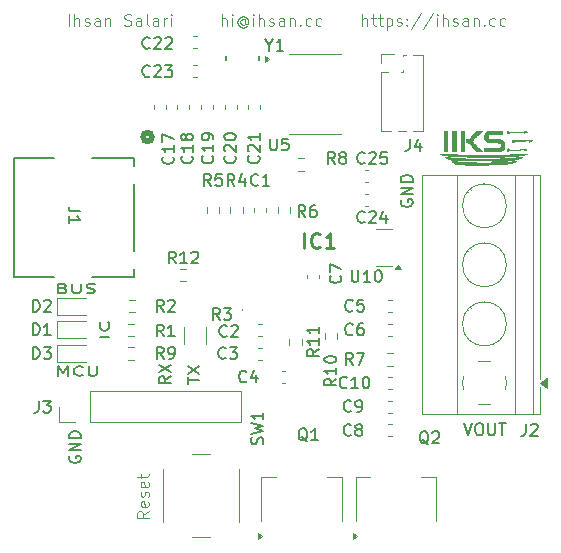
<source format=gbr>
%TF.GenerationSoftware,KiCad,Pcbnew,9.0.0*%
%TF.CreationDate,2025-08-18T11:13:34-07:00*%
%TF.ProjectId,USB_C_Simple_Trig,5553425f-435f-4536-996d-706c655f5472,rev?*%
%TF.SameCoordinates,Original*%
%TF.FileFunction,Legend,Top*%
%TF.FilePolarity,Positive*%
%FSLAX46Y46*%
G04 Gerber Fmt 4.6, Leading zero omitted, Abs format (unit mm)*
G04 Created by KiCad (PCBNEW 9.0.0) date 2025-08-18 11:13:34*
%MOMM*%
%LPD*%
G01*
G04 APERTURE LIST*
%ADD10C,0.000000*%
%ADD11C,0.150000*%
%ADD12C,0.200000*%
%ADD13C,0.100000*%
%ADD14C,0.254000*%
%ADD15C,0.120000*%
%ADD16C,0.152400*%
%ADD17C,0.508000*%
G04 APERTURE END LIST*
D10*
G36*
X159717703Y-96209472D02*
G01*
X159715885Y-96225898D01*
X159714262Y-96238929D01*
X159713427Y-96244560D01*
X159712524Y-96249808D01*
X159711514Y-96254827D01*
X159710359Y-96259773D01*
X159709021Y-96264800D01*
X159707459Y-96270065D01*
X159705637Y-96275721D01*
X159703513Y-96281924D01*
X159698212Y-96296591D01*
X159691244Y-96315305D01*
X159655297Y-96334896D01*
X159618371Y-96352644D01*
X159580565Y-96368678D01*
X159541980Y-96383129D01*
X159502716Y-96396129D01*
X159462873Y-96407807D01*
X159422551Y-96418295D01*
X159381849Y-96427724D01*
X159299709Y-96443923D01*
X159217252Y-96457450D01*
X159054590Y-96480670D01*
X158965862Y-96494519D01*
X158900845Y-96503608D01*
X158836214Y-96511397D01*
X158771812Y-96517818D01*
X158707481Y-96522802D01*
X158643062Y-96526279D01*
X158578398Y-96528179D01*
X158513331Y-96528433D01*
X158447702Y-96526972D01*
X158447702Y-96500514D01*
X158511839Y-96492478D01*
X158842305Y-96451426D01*
X158961446Y-96434402D01*
X159067047Y-96416530D01*
X159171998Y-96395425D01*
X159289192Y-96368701D01*
X159611869Y-96288847D01*
X159585410Y-96262389D01*
X159540316Y-96264999D01*
X159495261Y-96268252D01*
X159450244Y-96272037D01*
X159405267Y-96276238D01*
X159350593Y-96281500D01*
X159235891Y-96292852D01*
X159060120Y-96309931D01*
X159000578Y-96312860D01*
X158953779Y-96315667D01*
X158933883Y-96317239D01*
X158915644Y-96319037D01*
X158898553Y-96321146D01*
X158882099Y-96323651D01*
X158865773Y-96326639D01*
X158849067Y-96330194D01*
X158831469Y-96334402D01*
X158812471Y-96339348D01*
X158768236Y-96351796D01*
X158712286Y-96368222D01*
X158677411Y-96369719D01*
X158642513Y-96370664D01*
X158607604Y-96371139D01*
X158572695Y-96371226D01*
X158484421Y-96371220D01*
X158388791Y-96370806D01*
X158291140Y-96370692D01*
X157981374Y-96369876D01*
X157771775Y-96369514D01*
X157257077Y-96368222D01*
X157257077Y-96341764D01*
X157336775Y-96340175D01*
X157855238Y-96327705D01*
X158373232Y-96308019D01*
X158631969Y-96293798D01*
X158890487Y-96275767D01*
X159148753Y-96253258D01*
X159406733Y-96225602D01*
X159445743Y-96221299D01*
X159484566Y-96217592D01*
X159523277Y-96214511D01*
X159561948Y-96212083D01*
X159600653Y-96210337D01*
X159639465Y-96209301D01*
X159678457Y-96209003D01*
X159717703Y-96209472D01*
G37*
G36*
X159558952Y-94569056D02*
G01*
X159554275Y-94573713D01*
X159550061Y-94577792D01*
X159548078Y-94579627D01*
X159546151Y-94581333D01*
X159544262Y-94582915D01*
X159542390Y-94584378D01*
X159540515Y-94585727D01*
X159538619Y-94586967D01*
X159536680Y-94588103D01*
X159534680Y-94589142D01*
X159532599Y-94590087D01*
X159530417Y-94590943D01*
X159528115Y-94591717D01*
X159525672Y-94592413D01*
X159523070Y-94593037D01*
X159520288Y-94593593D01*
X159517307Y-94594086D01*
X159514107Y-94594522D01*
X159510668Y-94594907D01*
X159506971Y-94595244D01*
X159502996Y-94595539D01*
X159498723Y-94595798D01*
X159489206Y-94596227D01*
X159478263Y-94596570D01*
X159451465Y-94597168D01*
X159373744Y-94595514D01*
X159400202Y-94463222D01*
X159558952Y-94463222D01*
X159558952Y-94569056D01*
G37*
G36*
X159082702Y-93722389D02*
G01*
X159109161Y-93828222D01*
X159029786Y-93828222D01*
X159029786Y-93881139D01*
X158923952Y-93854681D01*
X158950411Y-93695931D01*
X159082702Y-93722389D01*
G37*
G36*
X156164087Y-94738471D02*
G01*
X156208666Y-94775761D01*
X156258896Y-94817619D01*
X156274077Y-94831795D01*
X156280424Y-94837836D01*
X156286132Y-94843417D01*
X156291348Y-94848716D01*
X156296215Y-94853912D01*
X156300878Y-94859184D01*
X156305482Y-94864709D01*
X156310170Y-94870667D01*
X156315087Y-94877236D01*
X156320379Y-94884594D01*
X156326188Y-94892920D01*
X156339938Y-94913189D01*
X156357494Y-94939472D01*
X156323008Y-94930858D01*
X156307246Y-94926633D01*
X156292355Y-94922309D01*
X156278244Y-94917768D01*
X156264824Y-94912897D01*
X156252008Y-94907577D01*
X156239706Y-94901694D01*
X156227829Y-94895130D01*
X156216289Y-94887772D01*
X156204996Y-94879501D01*
X156193862Y-94870202D01*
X156182797Y-94859760D01*
X156171714Y-94848058D01*
X156160523Y-94834980D01*
X156149135Y-94820410D01*
X156139310Y-94798473D01*
X156131927Y-94781342D01*
X156129042Y-94774143D01*
X156126636Y-94767622D01*
X156124667Y-94761605D01*
X156123090Y-94755918D01*
X156121862Y-94750385D01*
X156120939Y-94744833D01*
X156120278Y-94739087D01*
X156119834Y-94732973D01*
X156119565Y-94726317D01*
X156119427Y-94718943D01*
X156119369Y-94701347D01*
X156164087Y-94738471D01*
G37*
G36*
X160405619Y-95177597D02*
G01*
X160352702Y-95177597D01*
X160352702Y-95362806D01*
X160405619Y-95389264D01*
X160326244Y-95389264D01*
X160326244Y-95309889D01*
X160248936Y-95311749D01*
X160147650Y-95313196D01*
X160047191Y-95315056D01*
X160017410Y-95313028D01*
X160003710Y-95311760D01*
X159990672Y-95310260D01*
X159978197Y-95308481D01*
X159966187Y-95306376D01*
X159954544Y-95303897D01*
X159943169Y-95300997D01*
X159931964Y-95297629D01*
X159920829Y-95293745D01*
X159909667Y-95289299D01*
X159898379Y-95284242D01*
X159886866Y-95278529D01*
X159875030Y-95272111D01*
X159862772Y-95264941D01*
X159849994Y-95256972D01*
X159909602Y-95247589D01*
X159968934Y-95240510D01*
X160028116Y-95235451D01*
X160087276Y-95232127D01*
X160146542Y-95230255D01*
X160206040Y-95229552D01*
X160326244Y-95230514D01*
X160326244Y-95151139D01*
X160405619Y-95177597D01*
G37*
G36*
X160193952Y-95997805D02*
G01*
X160141036Y-95997805D01*
X160141036Y-95918430D01*
X160035202Y-95891972D01*
X160246869Y-95891972D01*
X160193952Y-95997805D01*
G37*
G36*
X154379992Y-96220159D02*
G01*
X154545422Y-96231995D01*
X154710689Y-96245799D01*
X154875827Y-96262389D01*
X154875827Y-96288847D01*
X154505411Y-96288847D01*
X154530347Y-96315434D01*
X154550108Y-96336049D01*
X154558628Y-96344601D01*
X154566553Y-96352242D01*
X154574113Y-96359165D01*
X154581543Y-96365563D01*
X154589074Y-96371632D01*
X154596938Y-96377563D01*
X154605370Y-96383552D01*
X154614600Y-96389793D01*
X154636387Y-96403801D01*
X154664161Y-96421139D01*
X154607393Y-96415368D01*
X154552652Y-96408169D01*
X154499476Y-96399190D01*
X154473329Y-96393923D01*
X154447400Y-96388080D01*
X154421629Y-96381616D01*
X154395961Y-96374487D01*
X154370335Y-96366650D01*
X154344695Y-96358061D01*
X154318982Y-96348676D01*
X154293138Y-96338451D01*
X154267106Y-96327342D01*
X154240828Y-96315305D01*
X154234502Y-96296820D01*
X154229659Y-96282316D01*
X154225988Y-96270555D01*
X154224496Y-96265315D01*
X154223180Y-96260296D01*
X154222002Y-96255342D01*
X154220924Y-96250298D01*
X154218910Y-96239322D01*
X154216829Y-96226127D01*
X154214369Y-96209472D01*
X154379992Y-96220159D01*
G37*
G36*
X153923328Y-95442180D02*
G01*
X153579369Y-95442180D01*
X153579369Y-93643014D01*
X153923328Y-93643014D01*
X153923328Y-95442180D01*
G37*
G36*
X158950411Y-95997805D02*
G01*
X158919392Y-96018241D01*
X158888392Y-96037688D01*
X158872805Y-96046873D01*
X158857108Y-96055611D01*
X158841264Y-96063833D01*
X158825236Y-96071474D01*
X158808986Y-96078467D01*
X158792475Y-96084744D01*
X158775666Y-96090239D01*
X158758521Y-96094884D01*
X158741003Y-96098614D01*
X158723073Y-96101361D01*
X158704694Y-96103058D01*
X158685827Y-96103639D01*
X158685827Y-96156556D01*
X158765202Y-96209472D01*
X158262494Y-96209472D01*
X158262494Y-96156556D01*
X158350242Y-96155734D01*
X158393075Y-96156347D01*
X158435535Y-96158089D01*
X158477862Y-96161292D01*
X158499051Y-96163546D01*
X158520297Y-96166291D01*
X158541630Y-96169569D01*
X158563080Y-96173421D01*
X158584677Y-96177888D01*
X158606452Y-96183014D01*
X158606452Y-96050722D01*
X157283536Y-96050722D01*
X157283536Y-96024264D01*
X157766065Y-96012960D01*
X157929543Y-96009110D01*
X158184766Y-96003644D01*
X158439939Y-95999688D01*
X158695131Y-95997616D01*
X158950411Y-95997805D01*
G37*
G36*
X156729268Y-93629833D02*
G01*
X156792643Y-93635103D01*
X156860202Y-93643014D01*
X156843632Y-93675693D01*
X156825426Y-93707257D01*
X156805713Y-93737779D01*
X156784618Y-93767332D01*
X156762269Y-93795989D01*
X156738792Y-93823823D01*
X156714316Y-93850908D01*
X156688965Y-93877315D01*
X156662868Y-93903118D01*
X156636152Y-93928391D01*
X156581366Y-93977635D01*
X156469942Y-94072962D01*
X156410159Y-94125415D01*
X156351563Y-94179174D01*
X156293951Y-94234006D01*
X156237121Y-94289680D01*
X156124988Y-94402621D01*
X156013536Y-94516139D01*
X156020082Y-94530283D01*
X156026716Y-94543948D01*
X156033466Y-94557172D01*
X156040362Y-94569994D01*
X156047434Y-94582454D01*
X156054711Y-94594591D01*
X156062222Y-94606445D01*
X156069997Y-94618053D01*
X156078064Y-94629456D01*
X156086454Y-94640693D01*
X156095196Y-94651804D01*
X156104319Y-94662826D01*
X156113852Y-94673800D01*
X156123825Y-94684765D01*
X156134267Y-94695761D01*
X156145207Y-94706825D01*
X156192065Y-94753579D01*
X156241739Y-94802220D01*
X156292550Y-94852514D01*
X156367714Y-94925350D01*
X156405662Y-94961254D01*
X156443897Y-94996811D01*
X156482453Y-95032020D01*
X156521363Y-95066878D01*
X156560659Y-95101383D01*
X156600374Y-95135533D01*
X156634413Y-95165495D01*
X156668234Y-95195838D01*
X156701723Y-95226622D01*
X156734765Y-95257907D01*
X156767248Y-95289753D01*
X156799058Y-95322221D01*
X156830080Y-95355371D01*
X156860202Y-95389264D01*
X156860202Y-95442180D01*
X156734394Y-95459243D01*
X156638026Y-95471073D01*
X156598942Y-95474920D01*
X156564891Y-95477330D01*
X156535095Y-95478262D01*
X156508779Y-95477672D01*
X156485167Y-95475518D01*
X156463482Y-95471758D01*
X156442949Y-95466348D01*
X156422792Y-95459247D01*
X156402234Y-95450411D01*
X156380499Y-95439798D01*
X156330395Y-95413069D01*
X156307862Y-95395331D01*
X156285844Y-95377068D01*
X156264308Y-95358318D01*
X156243216Y-95339117D01*
X156222533Y-95319500D01*
X156202224Y-95299504D01*
X156162586Y-95258519D01*
X156124016Y-95216451D01*
X156086232Y-95173591D01*
X156011882Y-95086647D01*
X155978178Y-95048377D01*
X155944313Y-95010272D01*
X155910254Y-94972340D01*
X155875964Y-94934595D01*
X155854907Y-94911211D01*
X155834094Y-94887608D01*
X155813539Y-94863780D01*
X155793258Y-94839721D01*
X155778690Y-94823720D01*
X155764580Y-94808980D01*
X155750794Y-94795447D01*
X155737199Y-94783066D01*
X155723661Y-94771784D01*
X155710046Y-94761545D01*
X155696222Y-94752296D01*
X155682054Y-94743983D01*
X155667410Y-94736551D01*
X155652156Y-94729946D01*
X155636158Y-94724114D01*
X155619282Y-94719001D01*
X155601397Y-94714551D01*
X155582367Y-94710712D01*
X155562060Y-94707429D01*
X155540341Y-94704648D01*
X155513133Y-94703397D01*
X155485913Y-94702383D01*
X155458685Y-94701677D01*
X155431452Y-94701347D01*
X155430519Y-94622800D01*
X155429799Y-94544251D01*
X155428869Y-94455884D01*
X155429773Y-94432055D01*
X155430776Y-94413824D01*
X155431420Y-94406448D01*
X155432217Y-94400039D01*
X155433208Y-94394453D01*
X155434437Y-94389545D01*
X155435945Y-94385171D01*
X155437776Y-94381187D01*
X155439971Y-94377448D01*
X155442574Y-94373811D01*
X155445627Y-94370130D01*
X155449172Y-94366263D01*
X155457911Y-94357389D01*
X155558060Y-94364107D01*
X155582989Y-94360808D01*
X155606455Y-94356135D01*
X155628585Y-94350145D01*
X155649508Y-94342893D01*
X155669351Y-94334435D01*
X155688242Y-94324828D01*
X155706311Y-94314128D01*
X155723685Y-94302389D01*
X155740491Y-94289670D01*
X155756859Y-94276025D01*
X155772917Y-94261511D01*
X155788792Y-94246184D01*
X155804612Y-94230100D01*
X155820506Y-94213315D01*
X155853029Y-94177865D01*
X155895246Y-94131735D01*
X155938810Y-94083159D01*
X155982028Y-94034308D01*
X156024841Y-93985104D01*
X156067195Y-93935470D01*
X156112141Y-93884619D01*
X156155918Y-93838963D01*
X156198909Y-93798317D01*
X156220230Y-93779817D01*
X156241497Y-93762502D01*
X156262759Y-93746348D01*
X156284063Y-93731332D01*
X156305458Y-93717434D01*
X156326991Y-93704628D01*
X156348709Y-93692893D01*
X156370661Y-93682206D01*
X156392894Y-93672543D01*
X156415456Y-93663883D01*
X156438396Y-93656202D01*
X156461760Y-93649478D01*
X156485596Y-93643688D01*
X156509953Y-93638808D01*
X156534877Y-93634817D01*
X156560418Y-93631691D01*
X156586622Y-93629408D01*
X156613537Y-93627944D01*
X156669693Y-93627386D01*
X156729268Y-93629833D01*
G37*
G36*
X156539143Y-93630642D02*
G01*
X156582849Y-93632255D01*
X156630346Y-93634746D01*
X156697370Y-93636554D01*
X156738089Y-93637862D01*
X156778800Y-93639415D01*
X156860202Y-93643014D01*
X156852773Y-93659528D01*
X156845060Y-93675389D01*
X156837052Y-93690653D01*
X156828740Y-93705381D01*
X156820113Y-93719628D01*
X156811160Y-93733455D01*
X156801872Y-93746917D01*
X156792237Y-93760075D01*
X156782246Y-93772984D01*
X156771888Y-93785704D01*
X156761153Y-93798293D01*
X156750030Y-93810808D01*
X156726579Y-93835851D01*
X156701452Y-93861295D01*
X156645229Y-93917933D01*
X156628750Y-93931988D01*
X156621880Y-93937674D01*
X156615721Y-93942550D01*
X156610125Y-93946677D01*
X156604940Y-93950118D01*
X156602456Y-93951601D01*
X156600017Y-93952935D01*
X156597607Y-93954130D01*
X156595206Y-93955191D01*
X156592795Y-93956128D01*
X156590356Y-93956948D01*
X156587869Y-93957659D01*
X156585316Y-93958268D01*
X156582679Y-93958784D01*
X156579938Y-93959214D01*
X156574070Y-93959849D01*
X156567563Y-93960233D01*
X156560266Y-93960431D01*
X156542703Y-93960514D01*
X156516244Y-93854681D01*
X156569161Y-93828222D01*
X156569161Y-93748847D01*
X156595619Y-93669472D01*
X156551092Y-93672882D01*
X156532638Y-93674516D01*
X156516241Y-93676251D01*
X156501536Y-93678199D01*
X156488161Y-93680471D01*
X156475751Y-93683179D01*
X156463943Y-93686434D01*
X156452375Y-93690348D01*
X156440683Y-93695031D01*
X156428503Y-93700596D01*
X156415472Y-93707154D01*
X156401227Y-93714815D01*
X156385404Y-93723693D01*
X156347572Y-93745540D01*
X156331774Y-93764216D01*
X156325298Y-93772078D01*
X156319636Y-93779221D01*
X156314686Y-93785843D01*
X156310346Y-93792143D01*
X156306514Y-93798320D01*
X156303089Y-93804572D01*
X156299969Y-93811099D01*
X156297052Y-93818097D01*
X156294237Y-93825768D01*
X156291421Y-93834308D01*
X156288503Y-93843916D01*
X156285381Y-93854792D01*
X156278119Y-93881139D01*
X156331036Y-93907597D01*
X156092911Y-93960514D01*
X156196083Y-93838532D01*
X156222380Y-93808256D01*
X156251661Y-93775306D01*
X156307885Y-93703372D01*
X156327714Y-93688511D01*
X156347080Y-93675727D01*
X156366091Y-93664875D01*
X156384856Y-93655814D01*
X156403484Y-93648401D01*
X156422083Y-93642492D01*
X156440762Y-93637945D01*
X156459628Y-93634618D01*
X156478791Y-93632366D01*
X156498358Y-93631048D01*
X156518440Y-93630521D01*
X156539143Y-93630642D01*
G37*
G36*
X158500619Y-95098222D02*
G01*
X158500619Y-95283430D01*
X158447702Y-95283430D01*
X158447702Y-95362806D01*
X158341869Y-95362806D01*
X158341869Y-95415722D01*
X157018953Y-95415722D01*
X157018953Y-95124681D01*
X157135115Y-95125100D01*
X157560101Y-95126134D01*
X157744354Y-95126677D01*
X158008556Y-95127264D01*
X158092323Y-95127678D01*
X158169367Y-95127684D01*
X158237557Y-95127862D01*
X158251826Y-95126699D01*
X158264289Y-95125141D01*
X158275232Y-95123251D01*
X158284943Y-95121089D01*
X158293708Y-95118719D01*
X158301813Y-95116201D01*
X158317191Y-95110973D01*
X158325039Y-95108387D01*
X158333373Y-95105901D01*
X158342481Y-95103577D01*
X158352650Y-95101479D01*
X158364167Y-95099667D01*
X158377318Y-95098203D01*
X158392389Y-95097149D01*
X158409668Y-95096568D01*
X158500619Y-95098222D01*
G37*
G36*
X158579994Y-95309889D02*
G01*
X158570483Y-95321782D01*
X158561457Y-95332490D01*
X158552790Y-95342102D01*
X158544359Y-95350707D01*
X158536038Y-95358391D01*
X158531881Y-95361916D01*
X158527705Y-95365244D01*
X158523494Y-95368387D01*
X158519233Y-95371354D01*
X158514907Y-95374158D01*
X158510500Y-95376809D01*
X158505996Y-95379319D01*
X158501380Y-95381697D01*
X158491750Y-95386107D01*
X158481485Y-95390126D01*
X158470460Y-95393843D01*
X158458552Y-95397346D01*
X158445636Y-95400723D01*
X158431588Y-95404063D01*
X158416283Y-95407454D01*
X158341869Y-95415722D01*
X158341869Y-95362806D01*
X158447702Y-95362806D01*
X158447702Y-95283430D01*
X158579994Y-95309889D01*
G37*
G36*
X160564369Y-95204056D02*
G01*
X160458536Y-95230514D01*
X160432077Y-95362806D01*
X160352702Y-95362806D01*
X160352702Y-95177597D01*
X160564369Y-95204056D01*
G37*
G36*
X160246869Y-95891972D02*
G01*
X160242425Y-95908457D01*
X160240474Y-95915343D01*
X160238601Y-95921531D01*
X160236727Y-95927177D01*
X160234777Y-95932435D01*
X160232671Y-95937460D01*
X160230332Y-95942408D01*
X160227684Y-95947434D01*
X160224648Y-95952692D01*
X160221147Y-95958337D01*
X160217103Y-95964526D01*
X160207078Y-95979150D01*
X160193952Y-95997805D01*
X160167746Y-96006974D01*
X160141678Y-96015055D01*
X160115642Y-96022227D01*
X160089535Y-96028670D01*
X160063251Y-96034561D01*
X160036685Y-96040081D01*
X159982285Y-96050722D01*
X160008744Y-95997805D01*
X160088119Y-95997805D01*
X160088119Y-95944889D01*
X159744161Y-95944889D01*
X159744161Y-95918430D01*
X159869918Y-95906538D01*
X159932565Y-95901603D01*
X159995170Y-95897506D01*
X160057818Y-95894372D01*
X160120594Y-95892323D01*
X160183583Y-95891481D01*
X160246869Y-95891972D01*
G37*
G36*
X160564369Y-93695931D02*
G01*
X160590827Y-93775306D01*
X160352702Y-93828222D01*
X160344021Y-93801867D01*
X160340610Y-93790899D01*
X160337819Y-93781093D01*
X160335649Y-93772218D01*
X160334099Y-93764040D01*
X160333168Y-93756327D01*
X160332858Y-93748847D01*
X160333168Y-93741367D01*
X160334099Y-93733654D01*
X160335649Y-93725477D01*
X160337819Y-93716601D01*
X160340610Y-93706796D01*
X160344021Y-93695827D01*
X160352702Y-93669472D01*
X160564369Y-93695931D01*
G37*
G36*
X154267286Y-95997805D02*
G01*
X154249707Y-96015282D01*
X154242375Y-96022373D01*
X154235799Y-96028479D01*
X154229817Y-96033684D01*
X154224269Y-96038076D01*
X154221607Y-96039992D01*
X154218993Y-96041737D01*
X154216406Y-96043320D01*
X154213827Y-96044754D01*
X154211235Y-96046047D01*
X154208610Y-96047211D01*
X154205932Y-96048256D01*
X154203181Y-96049193D01*
X154200336Y-96050033D01*
X154197378Y-96050787D01*
X154191041Y-96052075D01*
X154184007Y-96053145D01*
X154176115Y-96054081D01*
X154157112Y-96055890D01*
X154092000Y-96054029D01*
X154026474Y-96052583D01*
X153976244Y-96050722D01*
X154002703Y-95971347D01*
X154267286Y-95997805D01*
G37*
G36*
X156539143Y-93630642D02*
G01*
X156582849Y-93632255D01*
X156630346Y-93634746D01*
X156697370Y-93636554D01*
X156738089Y-93637862D01*
X156778800Y-93639415D01*
X156860202Y-93643014D01*
X156807286Y-93748847D01*
X156780827Y-93695931D01*
X156736193Y-93693928D01*
X156691547Y-93692187D01*
X156602234Y-93689316D01*
X156501775Y-93685595D01*
X156471161Y-93686536D01*
X156458536Y-93687133D01*
X156447396Y-93687929D01*
X156437516Y-93689010D01*
X156428668Y-93690462D01*
X156420626Y-93692370D01*
X156413164Y-93694822D01*
X156406056Y-93697903D01*
X156399074Y-93701698D01*
X156391992Y-93706294D01*
X156384584Y-93711778D01*
X156376623Y-93718234D01*
X156367883Y-93725749D01*
X156347159Y-93744300D01*
X156331565Y-93763388D01*
X156325171Y-93771417D01*
X156319578Y-93778703D01*
X156314685Y-93785446D01*
X156310391Y-93791847D01*
X156306594Y-93798106D01*
X156303193Y-93804424D01*
X156300088Y-93811002D01*
X156297176Y-93818039D01*
X156294358Y-93825736D01*
X156291531Y-93834294D01*
X156288595Y-93843912D01*
X156285448Y-93854792D01*
X156278119Y-93881139D01*
X156331036Y-93907597D01*
X156092911Y-93960514D01*
X156196083Y-93838532D01*
X156222380Y-93808256D01*
X156251661Y-93775306D01*
X156307885Y-93703372D01*
X156327714Y-93688511D01*
X156347080Y-93675727D01*
X156366091Y-93664875D01*
X156384856Y-93655814D01*
X156403484Y-93648401D01*
X156422083Y-93642492D01*
X156440762Y-93637945D01*
X156459628Y-93634618D01*
X156478791Y-93632366D01*
X156498358Y-93631048D01*
X156518440Y-93630521D01*
X156539143Y-93630642D01*
G37*
G36*
X160246869Y-95891972D02*
G01*
X160241374Y-95908423D01*
X160236799Y-95921473D01*
X160234663Y-95927110D01*
X160232524Y-95932362D01*
X160230306Y-95937384D01*
X160227930Y-95942331D01*
X160225319Y-95947358D01*
X160222395Y-95952619D01*
X160219082Y-95958271D01*
X160215301Y-95964468D01*
X160206027Y-95979116D01*
X160193952Y-95997805D01*
X160027814Y-96064043D01*
X159853466Y-96118984D01*
X159671975Y-96163595D01*
X159484409Y-96198840D01*
X159291833Y-96225686D01*
X159095316Y-96245098D01*
X158895924Y-96258042D01*
X158694724Y-96265484D01*
X158291169Y-96267725D01*
X157893185Y-96259545D01*
X157509310Y-96248671D01*
X157148079Y-96242829D01*
X156726289Y-96243011D01*
X155278918Y-96241334D01*
X154816101Y-96231894D01*
X154479680Y-96212476D01*
X154347732Y-96198030D01*
X154234018Y-96179896D01*
X154134084Y-96157675D01*
X154043476Y-96130970D01*
X153957738Y-96099383D01*
X153872417Y-96062515D01*
X153685203Y-95971347D01*
X153685203Y-95891972D01*
X153801084Y-95892011D01*
X153858756Y-95892964D01*
X153916333Y-95894583D01*
X153973880Y-95896904D01*
X154031461Y-95899958D01*
X154089141Y-95903781D01*
X154146983Y-95908405D01*
X154209594Y-95913554D01*
X154470348Y-95935439D01*
X154871494Y-95964944D01*
X155272721Y-95986799D01*
X155674269Y-96002287D01*
X156076374Y-96012688D01*
X156155820Y-96014360D01*
X156490589Y-96021156D01*
X156719649Y-96024453D01*
X156948723Y-96025179D01*
X157283536Y-96024264D01*
X157342988Y-96023385D01*
X157970216Y-96011588D01*
X158597175Y-95991700D01*
X158910437Y-95977194D01*
X159223491Y-95958833D01*
X159536292Y-95936006D01*
X159848792Y-95908102D01*
X159898723Y-95903601D01*
X159948445Y-95899813D01*
X159998040Y-95896735D01*
X160047586Y-95894368D01*
X160097162Y-95892709D01*
X160146849Y-95891758D01*
X160196724Y-95891513D01*
X160246869Y-95891972D01*
G37*
G36*
X155054608Y-95722768D02*
G01*
X155022058Y-95737741D01*
X154989651Y-95751802D01*
X154957190Y-95765070D01*
X154924481Y-95777664D01*
X154891328Y-95789704D01*
X154857537Y-95801308D01*
X154822911Y-95812597D01*
X154796453Y-95706764D01*
X155087494Y-95706764D01*
X155054608Y-95722768D01*
G37*
G36*
X160877528Y-94417902D02*
G01*
X160935022Y-94424302D01*
X160958354Y-94427345D01*
X160978696Y-94430437D01*
X160996513Y-94433695D01*
X161012271Y-94437236D01*
X161026434Y-94441176D01*
X161039468Y-94445630D01*
X161051837Y-94450715D01*
X161064006Y-94456548D01*
X161076442Y-94463245D01*
X161089608Y-94470922D01*
X161119994Y-94489680D01*
X161106429Y-94505533D01*
X161092446Y-94520161D01*
X161078049Y-94533657D01*
X161063244Y-94546113D01*
X161048035Y-94557623D01*
X161032427Y-94568281D01*
X161016424Y-94578179D01*
X161000031Y-94587410D01*
X160983253Y-94596067D01*
X160966094Y-94604244D01*
X160948560Y-94612034D01*
X160930654Y-94619529D01*
X160893747Y-94634010D01*
X160855411Y-94648431D01*
X160776035Y-94648431D01*
X160749577Y-94489680D01*
X160802494Y-94489680D01*
X160802494Y-94410306D01*
X160877528Y-94417902D01*
G37*
G36*
X157024578Y-94022581D02*
G01*
X157029644Y-94057654D01*
X157034039Y-94092392D01*
X157037655Y-94126995D01*
X157040379Y-94161666D01*
X157042102Y-94196605D01*
X157042714Y-94232013D01*
X157042104Y-94268092D01*
X157043051Y-94286013D01*
X157044521Y-94302724D01*
X157046524Y-94318368D01*
X157049068Y-94333088D01*
X157052160Y-94347027D01*
X157055809Y-94360328D01*
X157060024Y-94373134D01*
X157064813Y-94385587D01*
X157070184Y-94397831D01*
X157076145Y-94410008D01*
X157082706Y-94422262D01*
X157089874Y-94434735D01*
X157106065Y-94460911D01*
X157124786Y-94489680D01*
X157098327Y-94542597D01*
X157080035Y-94518780D01*
X157063387Y-94495397D01*
X157048319Y-94472328D01*
X157034763Y-94449451D01*
X157022654Y-94426644D01*
X157011925Y-94403787D01*
X157002511Y-94380758D01*
X156994345Y-94357436D01*
X156987362Y-94333698D01*
X156981495Y-94309425D01*
X156976679Y-94284493D01*
X156972846Y-94258783D01*
X156969932Y-94232172D01*
X156967869Y-94204539D01*
X156966593Y-94175763D01*
X156966036Y-94145722D01*
X156972960Y-94090222D01*
X156975570Y-94071076D01*
X156978025Y-94055185D01*
X156980634Y-94040690D01*
X156983709Y-94025730D01*
X156992494Y-93986972D01*
X157018953Y-93986972D01*
X157024578Y-94022581D01*
G37*
G36*
X159014904Y-93649585D02*
G01*
X159025488Y-93650705D01*
X159036221Y-93652369D01*
X159047199Y-93654500D01*
X159058519Y-93657021D01*
X159109161Y-93669472D01*
X159082702Y-93748847D01*
X158950411Y-93695931D01*
X158923952Y-93854681D01*
X158897494Y-93854681D01*
X158902966Y-93808226D01*
X158909218Y-93761863D01*
X158916223Y-93715607D01*
X158923952Y-93669472D01*
X158936836Y-93663464D01*
X158949093Y-93658616D01*
X158960820Y-93654851D01*
X158972115Y-93652093D01*
X158983074Y-93650264D01*
X158993794Y-93649288D01*
X159004372Y-93649088D01*
X159014904Y-93649585D01*
G37*
G36*
X158431606Y-94411632D02*
G01*
X158441628Y-94413265D01*
X158451323Y-94415197D01*
X158460709Y-94417421D01*
X158469799Y-94419929D01*
X158478610Y-94422716D01*
X158487155Y-94425773D01*
X158495452Y-94429093D01*
X158511358Y-94436493D01*
X158526449Y-94444861D01*
X158540847Y-94454138D01*
X158554675Y-94464266D01*
X158568053Y-94475189D01*
X158581104Y-94486849D01*
X158593951Y-94499187D01*
X158606713Y-94512147D01*
X158632476Y-94539703D01*
X158659369Y-94569056D01*
X158596531Y-94542597D01*
X158574862Y-94532834D01*
X158565876Y-94528896D01*
X158557883Y-94525535D01*
X158550703Y-94522713D01*
X158544158Y-94520391D01*
X158538068Y-94518530D01*
X158532253Y-94517091D01*
X158526536Y-94516037D01*
X158520735Y-94515327D01*
X158514673Y-94514923D01*
X158508170Y-94514786D01*
X158501046Y-94514878D01*
X158493123Y-94515160D01*
X158474161Y-94516139D01*
X158474161Y-94436764D01*
X158421244Y-94410306D01*
X158431606Y-94411632D01*
G37*
G36*
X160421273Y-93663004D02*
G01*
X160468119Y-93673764D01*
X160514553Y-93685487D01*
X160560599Y-93698516D01*
X160606282Y-93713192D01*
X160628996Y-93721254D01*
X160651628Y-93729855D01*
X160674182Y-93739039D01*
X160696661Y-93748847D01*
X160686058Y-93759183D01*
X160675881Y-93768553D01*
X160666035Y-93777041D01*
X160656430Y-93784729D01*
X160646973Y-93791701D01*
X160637572Y-93798038D01*
X160628134Y-93803825D01*
X160618568Y-93809143D01*
X160608780Y-93814075D01*
X160598680Y-93818705D01*
X160588174Y-93823115D01*
X160577170Y-93827387D01*
X160565577Y-93831605D01*
X160553301Y-93835851D01*
X160526335Y-93844759D01*
X160463600Y-93865636D01*
X160444307Y-93870753D01*
X160428840Y-93874599D01*
X160422038Y-93876101D01*
X160415589Y-93877354D01*
X160409292Y-93878380D01*
X160402945Y-93879201D01*
X160396347Y-93879841D01*
X160389298Y-93880321D01*
X160381595Y-93880666D01*
X160373039Y-93880897D01*
X160352557Y-93881109D01*
X160326244Y-93881139D01*
X160326244Y-93801764D01*
X159833218Y-93821466D01*
X159665451Y-93828080D01*
X159424490Y-93837937D01*
X159348566Y-93840617D01*
X159277955Y-93843816D01*
X159215819Y-93846308D01*
X159195245Y-93848328D01*
X159186647Y-93849359D01*
X159178915Y-93850524D01*
X159171854Y-93851911D01*
X159165269Y-93853612D01*
X159158966Y-93855716D01*
X159152748Y-93858313D01*
X159146421Y-93861492D01*
X159139790Y-93865344D01*
X159132660Y-93869957D01*
X159124837Y-93875422D01*
X159116124Y-93881829D01*
X159106327Y-93889267D01*
X159082702Y-93907597D01*
X159060197Y-93909768D01*
X159042498Y-93911318D01*
X159028055Y-93912248D01*
X159021569Y-93912481D01*
X159015316Y-93912558D01*
X159009102Y-93912481D01*
X159002733Y-93912248D01*
X158988755Y-93911318D01*
X158971830Y-93909768D01*
X158950411Y-93907597D01*
X158897494Y-93854681D01*
X158901628Y-93798767D01*
X158903540Y-93778639D01*
X158905762Y-93760836D01*
X158908604Y-93743189D01*
X158912377Y-93723526D01*
X158923952Y-93669472D01*
X158936998Y-93663344D01*
X158949355Y-93658338D01*
X158961131Y-93654391D01*
X158972429Y-93651436D01*
X158983355Y-93649407D01*
X158994015Y-93648240D01*
X159004515Y-93647867D01*
X159014958Y-93648225D01*
X159025452Y-93649246D01*
X159036101Y-93650865D01*
X159047011Y-93653018D01*
X159058287Y-93655637D01*
X159082359Y-93662014D01*
X159109161Y-93669472D01*
X159162077Y-93722389D01*
X159179482Y-93724930D01*
X159193300Y-93726819D01*
X159204853Y-93728126D01*
X159210194Y-93728583D01*
X159215465Y-93728922D01*
X159220831Y-93729149D01*
X159226458Y-93729276D01*
X159239155Y-93729260D01*
X159254879Y-93728943D01*
X159274952Y-93728396D01*
X159345568Y-93728384D01*
X159421906Y-93727557D01*
X159499983Y-93727330D01*
X159747468Y-93725696D01*
X159915003Y-93724973D01*
X160326244Y-93722389D01*
X160326244Y-93643014D01*
X160421273Y-93663004D01*
G37*
G36*
X159036246Y-95146785D02*
G01*
X159045692Y-95147852D01*
X159053977Y-95148966D01*
X159061256Y-95150196D01*
X159067686Y-95151609D01*
X159073422Y-95153273D01*
X159078619Y-95155254D01*
X159083433Y-95157622D01*
X159088021Y-95160443D01*
X159092536Y-95163785D01*
X159097136Y-95167715D01*
X159101976Y-95172302D01*
X159107210Y-95177613D01*
X159119488Y-95190677D01*
X159129567Y-95199765D01*
X159139120Y-95207667D01*
X159148253Y-95214466D01*
X159152696Y-95217477D01*
X159157075Y-95220243D01*
X159161404Y-95222773D01*
X159165695Y-95225078D01*
X159169962Y-95227169D01*
X159174218Y-95229055D01*
X159178478Y-95230747D01*
X159182755Y-95232255D01*
X159187062Y-95233588D01*
X159191412Y-95234758D01*
X159200297Y-95236647D01*
X159209519Y-95238004D01*
X159219185Y-95238909D01*
X159229403Y-95239445D01*
X159240282Y-95239693D01*
X159251928Y-95239734D01*
X159277955Y-95239525D01*
X159348566Y-95239507D01*
X159424490Y-95238265D01*
X159502453Y-95237925D01*
X159625789Y-95236912D01*
X159749122Y-95235475D01*
X159916295Y-95234390D01*
X160121272Y-95232735D01*
X160326244Y-95230514D01*
X160326244Y-95151139D01*
X160421273Y-95171129D01*
X160468119Y-95181889D01*
X160514553Y-95193612D01*
X160560599Y-95206641D01*
X160606282Y-95221317D01*
X160628996Y-95229378D01*
X160651628Y-95237980D01*
X160674182Y-95247164D01*
X160696661Y-95256972D01*
X160686058Y-95267307D01*
X160675881Y-95276677D01*
X160666035Y-95285165D01*
X160656430Y-95292854D01*
X160646973Y-95299825D01*
X160637572Y-95306163D01*
X160628134Y-95311950D01*
X160618568Y-95317268D01*
X160608780Y-95322200D01*
X160598680Y-95326830D01*
X160588174Y-95331240D01*
X160577170Y-95335512D01*
X160565577Y-95339730D01*
X160553301Y-95343976D01*
X160526335Y-95352884D01*
X160463600Y-95373761D01*
X160444307Y-95378878D01*
X160428840Y-95382724D01*
X160422038Y-95384226D01*
X160415589Y-95385479D01*
X160409292Y-95386505D01*
X160402945Y-95387326D01*
X160396347Y-95387966D01*
X160389298Y-95388446D01*
X160381595Y-95388791D01*
X160373039Y-95389022D01*
X160352557Y-95389234D01*
X160326244Y-95389264D01*
X160326244Y-95309889D01*
X159833218Y-95329590D01*
X159665451Y-95336205D01*
X159424490Y-95346062D01*
X159348566Y-95348742D01*
X159277955Y-95351941D01*
X159215819Y-95354433D01*
X159195245Y-95356453D01*
X159186647Y-95357484D01*
X159178915Y-95358649D01*
X159171854Y-95360036D01*
X159165269Y-95361737D01*
X159158966Y-95363841D01*
X159152748Y-95366438D01*
X159146421Y-95369617D01*
X159139790Y-95373469D01*
X159132660Y-95378082D01*
X159124837Y-95383547D01*
X159116124Y-95389954D01*
X159106327Y-95397392D01*
X159082702Y-95415722D01*
X159060197Y-95417893D01*
X159042498Y-95419443D01*
X159028055Y-95420373D01*
X159021569Y-95420606D01*
X159015316Y-95420683D01*
X159009102Y-95420606D01*
X159002733Y-95420373D01*
X158988755Y-95419443D01*
X158971830Y-95417893D01*
X158950411Y-95415722D01*
X158897494Y-95362806D01*
X158903708Y-95294124D01*
X158906597Y-95266296D01*
X158909567Y-95242385D01*
X158912787Y-95222071D01*
X158916428Y-95205033D01*
X158920659Y-95190951D01*
X158923048Y-95184920D01*
X158925649Y-95179508D01*
X158928481Y-95174675D01*
X158931567Y-95170381D01*
X158934928Y-95166587D01*
X158938585Y-95163252D01*
X158942558Y-95160337D01*
X158946870Y-95157801D01*
X158951541Y-95155605D01*
X158956592Y-95153708D01*
X158967922Y-95150654D01*
X158981028Y-95148318D01*
X159013249Y-95144524D01*
X159036246Y-95146785D01*
G37*
G36*
X160398588Y-95182445D02*
G01*
X160442938Y-95187791D01*
X160486107Y-95194112D01*
X160528450Y-95201883D01*
X160549423Y-95206461D01*
X160570322Y-95211579D01*
X160591192Y-95217298D01*
X160612078Y-95223676D01*
X160633023Y-95230773D01*
X160654072Y-95238648D01*
X160675270Y-95247362D01*
X160696661Y-95256972D01*
X160681194Y-95271635D01*
X160665483Y-95284963D01*
X160649507Y-95297019D01*
X160633247Y-95307864D01*
X160616684Y-95317561D01*
X160599798Y-95326171D01*
X160582570Y-95333756D01*
X160564981Y-95340378D01*
X160547011Y-95346099D01*
X160528641Y-95350981D01*
X160509851Y-95355086D01*
X160490622Y-95358475D01*
X160470934Y-95361210D01*
X160450769Y-95363353D01*
X160430106Y-95364967D01*
X160408926Y-95366113D01*
X160352702Y-95362806D01*
X160352702Y-95177597D01*
X160398588Y-95182445D01*
G37*
G36*
X159717703Y-96209472D02*
G01*
X159715921Y-96225893D01*
X159714324Y-96238922D01*
X159713498Y-96244552D01*
X159712601Y-96249799D01*
X159711595Y-96254817D01*
X159710442Y-96259763D01*
X159709102Y-96264791D01*
X159707537Y-96270056D01*
X159705707Y-96275713D01*
X159703575Y-96281917D01*
X159698248Y-96296587D01*
X159691244Y-96315305D01*
X159656705Y-96333932D01*
X159621298Y-96350904D01*
X159585109Y-96366333D01*
X159548223Y-96380331D01*
X159510728Y-96393009D01*
X159472709Y-96404480D01*
X159434253Y-96414855D01*
X159395445Y-96424246D01*
X159317123Y-96440524D01*
X159238431Y-96454206D01*
X159082702Y-96477363D01*
X159005394Y-96489869D01*
X158771626Y-96521039D01*
X158537371Y-96544906D01*
X158302708Y-96562425D01*
X158067711Y-96574552D01*
X157832457Y-96582241D01*
X157597023Y-96586448D01*
X157125916Y-96588241D01*
X156994787Y-96588285D01*
X156863658Y-96588784D01*
X155606171Y-96591168D01*
X155204713Y-96582684D01*
X155047358Y-96574621D01*
X154913797Y-96563476D01*
X154800187Y-96548849D01*
X154702687Y-96530339D01*
X154617454Y-96507545D01*
X154540646Y-96480068D01*
X154468422Y-96447506D01*
X154396938Y-96409458D01*
X154240828Y-96315305D01*
X154234027Y-96296616D01*
X154228845Y-96281968D01*
X154224971Y-96270119D01*
X154223428Y-96264858D01*
X154222095Y-96259831D01*
X154220934Y-96254884D01*
X154219907Y-96249862D01*
X154218974Y-96244610D01*
X154218096Y-96238973D01*
X154216354Y-96225923D01*
X154214369Y-96209472D01*
X154402183Y-96221562D01*
X154589761Y-96235550D01*
X154777193Y-96251392D01*
X154964569Y-96269042D01*
X155116254Y-96282357D01*
X155268062Y-96293525D01*
X155419976Y-96302808D01*
X155571980Y-96310471D01*
X155876189Y-96321990D01*
X156180554Y-96330188D01*
X156249283Y-96331860D01*
X156501237Y-96337656D01*
X156753144Y-96342071D01*
X157005070Y-96343856D01*
X157257077Y-96341764D01*
X157308466Y-96340885D01*
X157833975Y-96329285D01*
X158359140Y-96309514D01*
X158621460Y-96295013D01*
X158883534Y-96276607D01*
X159145309Y-96253677D01*
X159406733Y-96225602D01*
X159445743Y-96221299D01*
X159484566Y-96217592D01*
X159523277Y-96214511D01*
X159561948Y-96212083D01*
X159600653Y-96210337D01*
X159639465Y-96209301D01*
X159678457Y-96209003D01*
X159717703Y-96209472D01*
G37*
G36*
X158436872Y-94413407D02*
G01*
X158451751Y-94416800D01*
X158465956Y-94420508D01*
X158479560Y-94424560D01*
X158492638Y-94428982D01*
X158505265Y-94433799D01*
X158517513Y-94439038D01*
X158529458Y-94444725D01*
X158541173Y-94450887D01*
X158552733Y-94457551D01*
X158564212Y-94464741D01*
X158575685Y-94472485D01*
X158587224Y-94480809D01*
X158598905Y-94489739D01*
X158610802Y-94499302D01*
X158622989Y-94509524D01*
X158670324Y-94548798D01*
X158681002Y-94561181D01*
X158690954Y-94573725D01*
X158700204Y-94586427D01*
X158708779Y-94599284D01*
X158716702Y-94612291D01*
X158723999Y-94625445D01*
X158736812Y-94652178D01*
X158747418Y-94679453D01*
X158756013Y-94707241D01*
X158762798Y-94735512D01*
X158767970Y-94764236D01*
X158771728Y-94793383D01*
X158774271Y-94822923D01*
X158775797Y-94852827D01*
X158776505Y-94883064D01*
X158776260Y-94944421D01*
X158775124Y-95006755D01*
X158772237Y-95030335D01*
X158768771Y-95052941D01*
X158764679Y-95074650D01*
X158759913Y-95095536D01*
X158754426Y-95115677D01*
X158748170Y-95135149D01*
X158741099Y-95154029D01*
X158733164Y-95172393D01*
X158724318Y-95190317D01*
X158714514Y-95207878D01*
X158703704Y-95225151D01*
X158691841Y-95242214D01*
X158678878Y-95259143D01*
X158664767Y-95276014D01*
X158649460Y-95292904D01*
X158632911Y-95309889D01*
X158607898Y-95328182D01*
X158582952Y-95344935D01*
X158558011Y-95360196D01*
X158533013Y-95374016D01*
X158507895Y-95386441D01*
X158482596Y-95397523D01*
X158457053Y-95407309D01*
X158431205Y-95415849D01*
X158404990Y-95423192D01*
X158378345Y-95429386D01*
X158351209Y-95434481D01*
X158323519Y-95438526D01*
X158295214Y-95441570D01*
X158266232Y-95443662D01*
X158236509Y-95444850D01*
X158205986Y-95445184D01*
X158124145Y-95445178D01*
X158036358Y-95444764D01*
X157946052Y-95444651D01*
X157660567Y-95443834D01*
X157466987Y-95443472D01*
X156992494Y-95442180D01*
X156992494Y-95124681D01*
X157018953Y-95124681D01*
X157018953Y-95415722D01*
X158341869Y-95415722D01*
X158341869Y-95362806D01*
X158447702Y-95362806D01*
X158447702Y-95283430D01*
X158500619Y-95283430D01*
X158500619Y-95098222D01*
X158459780Y-95095936D01*
X158427685Y-95094627D01*
X158414046Y-95094437D01*
X158401546Y-95094607D01*
X158389836Y-95095177D01*
X158378570Y-95096185D01*
X158367396Y-95097670D01*
X158355967Y-95099671D01*
X158343934Y-95102227D01*
X158330947Y-95105376D01*
X158300720Y-95113609D01*
X158262494Y-95124681D01*
X158232480Y-95126167D01*
X158202440Y-95127113D01*
X158172387Y-95127594D01*
X158142333Y-95127684D01*
X158066901Y-95127678D01*
X157985302Y-95127264D01*
X157901887Y-95127151D01*
X157637416Y-95126334D01*
X157458409Y-95125972D01*
X157018953Y-95124681D01*
X156992494Y-95124681D01*
X156992494Y-95098222D01*
X157109826Y-95096213D01*
X157540587Y-95088371D01*
X157727062Y-95085064D01*
X157995017Y-95080136D01*
X158079296Y-95078795D01*
X158157927Y-95077196D01*
X158227007Y-95075950D01*
X158248850Y-95074158D01*
X158270162Y-95071778D01*
X158291086Y-95068813D01*
X158311761Y-95065266D01*
X158332327Y-95061139D01*
X158352927Y-95056435D01*
X158373699Y-95051156D01*
X158394786Y-95045305D01*
X158396656Y-94987434D01*
X158398093Y-94929550D01*
X158399954Y-94864438D01*
X158400000Y-94843582D01*
X158399793Y-94834963D01*
X158399320Y-94827333D01*
X158398494Y-94820532D01*
X158397923Y-94817392D01*
X158397232Y-94814398D01*
X158396411Y-94811532D01*
X158395449Y-94808771D01*
X158394334Y-94806096D01*
X158393058Y-94803488D01*
X158391608Y-94800925D01*
X158389975Y-94798388D01*
X158388147Y-94795857D01*
X158386115Y-94793310D01*
X158383867Y-94790729D01*
X158381392Y-94788093D01*
X158375723Y-94782575D01*
X158369021Y-94776594D01*
X158361201Y-94769989D01*
X158341869Y-94754264D01*
X158323009Y-94747793D01*
X158303995Y-94742228D01*
X158284840Y-94737498D01*
X158265556Y-94733532D01*
X158246158Y-94730257D01*
X158226657Y-94727602D01*
X158207067Y-94725496D01*
X158187402Y-94723868D01*
X158147896Y-94721756D01*
X158108243Y-94720694D01*
X158028917Y-94719434D01*
X157968864Y-94717768D01*
X157779630Y-94712923D01*
X157651059Y-94709460D01*
X157336453Y-94701347D01*
X157336453Y-94674889D01*
X157757292Y-94673435D01*
X157900333Y-94672893D01*
X158106431Y-94672305D01*
X158170591Y-94671891D01*
X158203903Y-94672049D01*
X158236649Y-94672599D01*
X158269005Y-94673643D01*
X158301143Y-94675288D01*
X158333238Y-94677635D01*
X158365463Y-94680789D01*
X158397992Y-94684854D01*
X158430998Y-94689933D01*
X158454988Y-94695609D01*
X158464990Y-94697781D01*
X158473954Y-94699479D01*
X158482098Y-94700682D01*
X158489640Y-94701366D01*
X158496799Y-94701511D01*
X158503793Y-94701094D01*
X158510840Y-94700093D01*
X158518159Y-94698487D01*
X158525967Y-94696252D01*
X158534483Y-94693367D01*
X158543926Y-94689811D01*
X158554513Y-94685560D01*
X158579994Y-94674889D01*
X158581315Y-94648076D01*
X158581732Y-94636928D01*
X158581934Y-94626976D01*
X158581883Y-94617986D01*
X158581540Y-94609726D01*
X158580867Y-94601965D01*
X158579824Y-94594468D01*
X158578374Y-94587004D01*
X158576476Y-94579341D01*
X158574093Y-94571244D01*
X158571185Y-94562483D01*
X158567714Y-94552825D01*
X158563642Y-94542036D01*
X158553536Y-94516139D01*
X158474161Y-94516139D01*
X158474161Y-94436764D01*
X158421244Y-94410306D01*
X158436872Y-94413407D01*
G37*
G36*
X156039994Y-94489680D02*
G01*
X156039994Y-94595514D01*
X156052475Y-94615058D01*
X156062365Y-94630318D01*
X156070593Y-94642533D01*
X156074375Y-94647887D01*
X156078090Y-94652944D01*
X156081855Y-94657860D01*
X156085786Y-94662790D01*
X156094611Y-94673313D01*
X156105495Y-94685752D01*
X156119369Y-94701347D01*
X156091779Y-94688646D01*
X156065686Y-94675699D01*
X156053165Y-94669001D01*
X156040976Y-94662082D01*
X156029103Y-94654890D01*
X156017534Y-94647370D01*
X156006252Y-94639470D01*
X155995245Y-94631136D01*
X155984498Y-94622316D01*
X155973997Y-94612956D01*
X155963727Y-94603003D01*
X155953673Y-94592404D01*
X155943823Y-94581106D01*
X155934161Y-94569056D01*
X155934161Y-94463222D01*
X156039994Y-94489680D01*
G37*
G36*
X160832284Y-94395304D02*
G01*
X160888484Y-94406998D01*
X160951736Y-94420021D01*
X160974358Y-94426507D01*
X160996159Y-94433589D01*
X161017320Y-94441287D01*
X161038028Y-94449619D01*
X161058465Y-94458605D01*
X161078816Y-94468265D01*
X161099264Y-94478617D01*
X161119994Y-94489680D01*
X161106429Y-94505533D01*
X161092446Y-94520161D01*
X161078049Y-94533657D01*
X161063244Y-94546113D01*
X161048035Y-94557623D01*
X161032427Y-94568281D01*
X161016424Y-94578179D01*
X161000031Y-94587410D01*
X160983253Y-94596067D01*
X160966094Y-94604244D01*
X160948560Y-94612034D01*
X160930654Y-94619529D01*
X160893747Y-94634010D01*
X160855411Y-94648431D01*
X160776035Y-94648431D01*
X160776035Y-94542597D01*
X160283010Y-94562299D01*
X160115243Y-94568913D01*
X159874282Y-94578771D01*
X159798357Y-94581451D01*
X159727747Y-94584649D01*
X159665611Y-94587141D01*
X159645037Y-94589162D01*
X159636439Y-94590192D01*
X159628707Y-94591357D01*
X159621646Y-94592745D01*
X159615061Y-94594446D01*
X159608757Y-94596550D01*
X159602539Y-94599146D01*
X159596213Y-94602325D01*
X159589582Y-94606177D01*
X159582452Y-94610790D01*
X159574628Y-94616256D01*
X159565916Y-94622663D01*
X159556119Y-94630101D01*
X159532494Y-94648431D01*
X159509989Y-94650601D01*
X159492290Y-94652151D01*
X159477846Y-94653081D01*
X159471361Y-94653314D01*
X159465108Y-94653392D01*
X159458894Y-94653314D01*
X159452525Y-94653081D01*
X159438546Y-94652151D01*
X159421622Y-94650601D01*
X159400202Y-94648431D01*
X159382723Y-94630835D01*
X159375625Y-94623461D01*
X159369506Y-94616805D01*
X159364279Y-94610691D01*
X159361972Y-94607783D01*
X159359856Y-94604945D01*
X159357919Y-94602156D01*
X159356150Y-94599393D01*
X159354538Y-94596635D01*
X159353073Y-94593860D01*
X159351744Y-94591047D01*
X159350540Y-94588173D01*
X159349449Y-94585216D01*
X159348461Y-94582156D01*
X159347566Y-94578969D01*
X159346751Y-94575635D01*
X159345322Y-94568435D01*
X159344087Y-94560384D01*
X159342958Y-94551305D01*
X159340671Y-94529368D01*
X159342958Y-94507431D01*
X159344087Y-94498353D01*
X159345322Y-94490301D01*
X159346751Y-94483102D01*
X159348461Y-94476581D01*
X159350540Y-94470564D01*
X159351744Y-94467689D01*
X159353073Y-94464876D01*
X159354538Y-94462101D01*
X159356150Y-94459343D01*
X159359856Y-94453791D01*
X159364279Y-94448046D01*
X159369506Y-94441932D01*
X159375625Y-94435275D01*
X159382723Y-94427901D01*
X159400202Y-94410306D01*
X159457714Y-94415418D01*
X159501393Y-94419719D01*
X159518819Y-94421759D01*
X159533718Y-94423829D01*
X159546399Y-94426006D01*
X159557171Y-94428368D01*
X159566346Y-94430993D01*
X159574233Y-94433957D01*
X159581141Y-94437339D01*
X159587382Y-94441216D01*
X159593265Y-94445665D01*
X159599101Y-94450764D01*
X159611869Y-94463222D01*
X159625583Y-94464060D01*
X159639306Y-94464742D01*
X159666774Y-94465684D01*
X159694257Y-94466146D01*
X159721739Y-94466226D01*
X159792362Y-94466220D01*
X159869114Y-94465806D01*
X159947304Y-94465693D01*
X160195606Y-94464876D01*
X160363503Y-94464514D01*
X160776035Y-94463222D01*
X160776035Y-94383847D01*
X160832284Y-94395304D01*
G37*
G36*
X154637703Y-95442180D02*
G01*
X154293744Y-95442180D01*
X154293744Y-93643014D01*
X154637703Y-93643014D01*
X154637703Y-95442180D01*
G37*
G36*
X155325619Y-95442180D02*
G01*
X154981661Y-95442180D01*
X154981661Y-93643014D01*
X155325619Y-93643014D01*
X155325619Y-95442180D01*
G37*
G36*
X156278119Y-93881139D02*
G01*
X156331036Y-93907597D01*
X156092911Y-93960514D01*
X156121540Y-93921240D01*
X156132211Y-93907029D01*
X156142107Y-93894368D01*
X156152468Y-93881707D01*
X156164534Y-93867496D01*
X156198744Y-93828222D01*
X156278119Y-93828222D01*
X156278119Y-93881139D01*
G37*
G36*
X159082702Y-95283430D02*
G01*
X159135619Y-95309889D01*
X159109306Y-95327336D01*
X159098437Y-95334357D01*
X159088826Y-95340326D01*
X159080271Y-95345307D01*
X159072571Y-95349363D01*
X159065524Y-95352557D01*
X159058931Y-95354951D01*
X159055742Y-95355868D01*
X159052590Y-95356608D01*
X159049451Y-95357181D01*
X159046299Y-95357593D01*
X159039859Y-95357967D01*
X159033067Y-95357793D01*
X159025723Y-95357135D01*
X159017625Y-95356055D01*
X158998366Y-95352884D01*
X158950411Y-95336347D01*
X158949783Y-95303279D01*
X158949584Y-95270202D01*
X158949798Y-95237125D01*
X158950411Y-95204056D01*
X158976869Y-95177597D01*
X159082702Y-95177597D01*
X159082702Y-95283430D01*
G37*
G36*
X160696661Y-95574472D02*
G01*
X160643744Y-95680305D01*
X160564369Y-95680305D01*
X160564369Y-95627389D01*
X160516723Y-95632246D01*
X160299786Y-95653847D01*
X160224855Y-95661495D01*
X160171203Y-95666447D01*
X160117769Y-95670741D01*
X160064469Y-95674335D01*
X160011220Y-95677186D01*
X159957940Y-95679251D01*
X159904544Y-95680488D01*
X159850951Y-95680854D01*
X159797077Y-95680305D01*
X159770619Y-95627389D01*
X160084811Y-95600931D01*
X160173695Y-95593282D01*
X160304496Y-95583767D01*
X160369741Y-95580062D01*
X160434958Y-95577138D01*
X160500202Y-95575058D01*
X160565530Y-95573879D01*
X160630997Y-95573664D01*
X160696661Y-95574472D01*
G37*
G36*
X159774358Y-95660320D02*
G01*
X159786124Y-95661165D01*
X159797976Y-95662514D01*
X159810012Y-95664352D01*
X159822334Y-95666663D01*
X159835039Y-95669430D01*
X159848228Y-95672637D01*
X159876452Y-95680305D01*
X159902911Y-95786139D01*
X159585410Y-95786139D01*
X159594260Y-95759874D01*
X159598070Y-95749121D01*
X159601637Y-95739733D01*
X159605088Y-95731548D01*
X159608549Y-95724398D01*
X159612145Y-95718121D01*
X159616003Y-95712552D01*
X159618070Y-95709981D01*
X159620249Y-95707524D01*
X159625008Y-95702875D01*
X159630406Y-95698439D01*
X159636571Y-95694051D01*
X159643626Y-95689548D01*
X159651699Y-95684763D01*
X159671401Y-95673691D01*
X159686056Y-95669911D01*
X159700003Y-95666766D01*
X159713340Y-95664240D01*
X159726167Y-95662316D01*
X159738583Y-95660978D01*
X159750687Y-95660211D01*
X159762579Y-95659997D01*
X159774358Y-95660320D01*
G37*
G36*
X160696661Y-95574472D02*
G01*
X160690574Y-95591146D01*
X160685576Y-95604355D01*
X160683292Y-95610047D01*
X160681048Y-95615339D01*
X160678766Y-95620385D01*
X160676369Y-95625340D01*
X160673780Y-95630358D01*
X160670920Y-95635596D01*
X160667712Y-95641208D01*
X160664079Y-95647349D01*
X160655227Y-95661839D01*
X160643744Y-95680305D01*
X160610721Y-95694156D01*
X160577051Y-95706756D01*
X160542804Y-95718194D01*
X160508048Y-95728556D01*
X160472852Y-95737932D01*
X160437287Y-95746408D01*
X160365325Y-95761014D01*
X160292715Y-95773077D01*
X160220011Y-95783297D01*
X160076544Y-95801022D01*
X159998415Y-95810879D01*
X159721515Y-95841176D01*
X159443993Y-95865809D01*
X159165984Y-95885297D01*
X158887622Y-95900162D01*
X158609041Y-95910925D01*
X158330375Y-95918106D01*
X157773325Y-95923805D01*
X157682545Y-95924031D01*
X157205084Y-95924787D01*
X156820121Y-95925872D01*
X156316365Y-95926312D01*
X155813106Y-95921165D01*
X155310047Y-95907727D01*
X155058500Y-95897052D01*
X154806891Y-95883290D01*
X154728468Y-95878602D01*
X154047773Y-95835038D01*
X153829782Y-95817564D01*
X153670860Y-95799861D01*
X153608275Y-95790199D01*
X153554130Y-95779608D01*
X153506313Y-95767799D01*
X153462716Y-95754481D01*
X153379740Y-95722154D01*
X153288328Y-95680305D01*
X153270747Y-95648011D01*
X153264595Y-95636423D01*
X153259374Y-95626221D01*
X153254466Y-95616166D01*
X153249249Y-95605016D01*
X153235411Y-95574472D01*
X153300280Y-95574048D01*
X153364987Y-95574313D01*
X153429576Y-95575277D01*
X153494095Y-95576949D01*
X153558589Y-95579339D01*
X153623104Y-95582455D01*
X153687686Y-95586307D01*
X153752382Y-95590905D01*
X153823207Y-95596054D01*
X154118251Y-95617938D01*
X154556397Y-95646612D01*
X154994617Y-95668103D01*
X155433114Y-95683428D01*
X155872091Y-95693606D01*
X156132340Y-95698651D01*
X156592166Y-95705026D01*
X157051902Y-95706619D01*
X157511635Y-95703775D01*
X157971452Y-95696842D01*
X158060527Y-95695149D01*
X158603176Y-95682160D01*
X159145731Y-95662423D01*
X159687791Y-95632912D01*
X159958511Y-95613546D01*
X160228957Y-95590602D01*
X160287515Y-95585727D01*
X160345932Y-95581724D01*
X160404266Y-95578564D01*
X160462572Y-95576221D01*
X160520908Y-95574667D01*
X160579330Y-95573876D01*
X160637896Y-95573820D01*
X160696661Y-95574472D01*
G37*
G36*
X156860202Y-95442180D02*
G01*
X156743630Y-95445935D01*
X156627038Y-95448795D01*
X156560221Y-95451482D01*
X156515533Y-95451871D01*
X156493586Y-95451652D01*
X156471774Y-95451016D01*
X156450001Y-95449856D01*
X156428171Y-95448068D01*
X156406187Y-95445544D01*
X156383952Y-95442180D01*
X156365790Y-95424475D01*
X156351842Y-95410529D01*
X156346158Y-95404578D01*
X156341179Y-95399102D01*
X156336789Y-95393945D01*
X156332870Y-95388954D01*
X156329308Y-95383972D01*
X156325986Y-95378845D01*
X156322787Y-95373417D01*
X156319596Y-95367534D01*
X156316296Y-95361040D01*
X156312770Y-95353782D01*
X156304577Y-95336347D01*
X156410411Y-95362806D01*
X156410411Y-95415722D01*
X156502199Y-95410965D01*
X156593966Y-95405800D01*
X156697215Y-95400219D01*
X156780827Y-95389264D01*
X156807286Y-95336347D01*
X156860202Y-95442180D01*
G37*
G36*
X153400000Y-95600000D02*
G01*
X153413662Y-95600704D01*
X153425580Y-95601757D01*
X153436103Y-95603198D01*
X153445579Y-95605065D01*
X153454358Y-95607397D01*
X153462787Y-95610232D01*
X153471217Y-95613611D01*
X153479996Y-95617570D01*
X153499994Y-95627389D01*
X153499994Y-95680305D01*
X153261869Y-95653847D01*
X153261869Y-95600931D01*
X153320935Y-95599897D01*
X153366049Y-95599484D01*
X153400000Y-95600000D01*
G37*
G36*
X154760396Y-95967989D02*
G01*
X154767983Y-95968924D01*
X154774889Y-95969994D01*
X154781310Y-95971283D01*
X154787442Y-95972876D01*
X154793479Y-95974859D01*
X154799618Y-95977316D01*
X154806053Y-95980332D01*
X154812981Y-95983994D01*
X154820596Y-95988385D01*
X154829094Y-95993591D01*
X154838671Y-95999696D01*
X154849522Y-96006787D01*
X154875827Y-96024264D01*
X154854512Y-96029031D01*
X154834238Y-96033129D01*
X154814871Y-96036518D01*
X154796277Y-96039157D01*
X154778324Y-96041008D01*
X154760876Y-96042028D01*
X154743801Y-96042179D01*
X154726964Y-96041421D01*
X154710231Y-96039713D01*
X154693469Y-96037016D01*
X154676544Y-96033288D01*
X154659322Y-96028492D01*
X154641668Y-96022585D01*
X154623451Y-96015528D01*
X154604534Y-96007282D01*
X154584786Y-95997805D01*
X154584786Y-95971347D01*
X154685658Y-95968040D01*
X154742399Y-95966180D01*
X154760396Y-95967989D01*
G37*
G36*
X156638267Y-96041339D02*
G01*
X156601682Y-96055873D01*
X156565188Y-96068049D01*
X156528735Y-96078050D01*
X156492274Y-96086062D01*
X156455755Y-96092267D01*
X156419127Y-96096849D01*
X156382342Y-96099992D01*
X156345348Y-96101879D01*
X156308097Y-96102695D01*
X156232620Y-96101846D01*
X156076374Y-96095370D01*
X155985630Y-96092529D01*
X155898401Y-96089066D01*
X155819168Y-96086037D01*
X155795785Y-96083010D01*
X155785917Y-96081582D01*
X155776921Y-96080090D01*
X155768539Y-96078443D01*
X155760514Y-96076552D01*
X155752587Y-96074325D01*
X155744500Y-96071673D01*
X155735996Y-96068504D01*
X155726817Y-96064728D01*
X155716705Y-96060255D01*
X155705401Y-96054995D01*
X155678190Y-96041748D01*
X155643119Y-96024264D01*
X156674994Y-96024264D01*
X156638267Y-96041339D01*
G37*
G36*
X159848341Y-94539290D02*
G01*
X159926113Y-94540013D01*
X160020348Y-94541126D01*
X160114578Y-94542597D01*
X160114578Y-94569056D01*
X160069690Y-94570645D01*
X159968931Y-94574666D01*
X159868184Y-94578977D01*
X159797543Y-94581458D01*
X159729588Y-94584558D01*
X159667027Y-94587078D01*
X159646048Y-94589062D01*
X159637285Y-94590079D01*
X159629411Y-94591232D01*
X159622228Y-94592612D01*
X159615540Y-94594308D01*
X159609149Y-94596410D01*
X159602858Y-94599008D01*
X159596470Y-94602192D01*
X159589789Y-94606051D01*
X159582617Y-94610676D01*
X159574756Y-94616157D01*
X159566011Y-94622583D01*
X159556183Y-94630044D01*
X159532494Y-94648431D01*
X159490429Y-94650291D01*
X159475521Y-94650756D01*
X159462627Y-94650911D01*
X159450199Y-94650756D01*
X159436686Y-94650291D01*
X159400202Y-94648431D01*
X159373744Y-94595514D01*
X159403646Y-94585539D01*
X159433250Y-94576753D01*
X159462611Y-94569088D01*
X159491788Y-94562471D01*
X159520838Y-94556833D01*
X159549818Y-94552103D01*
X159578785Y-94548212D01*
X159607796Y-94545088D01*
X159636908Y-94542662D01*
X159666179Y-94540862D01*
X159725426Y-94538862D01*
X159785994Y-94538526D01*
X159848341Y-94539290D01*
G37*
G36*
X157583926Y-93640016D02*
G01*
X157663358Y-93640430D01*
X157744879Y-93640544D01*
X158002872Y-93641360D01*
X158177693Y-93641722D01*
X158606452Y-93643014D01*
X158606452Y-93986972D01*
X158500845Y-93988141D01*
X158113427Y-93993916D01*
X157945659Y-93996138D01*
X157825176Y-93997791D01*
X157704699Y-93999891D01*
X157628774Y-94000404D01*
X157558164Y-94001991D01*
X157496027Y-94002881D01*
X157483710Y-94005491D01*
X157472350Y-94008311D01*
X157461855Y-94011384D01*
X157452136Y-94014749D01*
X157443100Y-94018448D01*
X157434659Y-94022520D01*
X157426720Y-94027008D01*
X157419193Y-94031952D01*
X157411987Y-94037392D01*
X157405011Y-94043370D01*
X157398175Y-94049926D01*
X157391388Y-94057100D01*
X157384559Y-94064935D01*
X157377597Y-94073470D01*
X157370411Y-94082747D01*
X157362911Y-94092806D01*
X157359293Y-94123918D01*
X157356709Y-94148414D01*
X157355804Y-94158860D01*
X157355158Y-94168466D01*
X157354770Y-94177503D01*
X157354641Y-94186243D01*
X157354770Y-94194957D01*
X157355158Y-94203916D01*
X157355804Y-94213392D01*
X157356709Y-94223655D01*
X157359293Y-94247631D01*
X157362911Y-94278014D01*
X157370037Y-94284926D01*
X157377062Y-94291313D01*
X157383997Y-94297195D01*
X157390855Y-94302592D01*
X157397649Y-94307524D01*
X157404393Y-94312012D01*
X157411098Y-94316075D01*
X157417777Y-94319735D01*
X157424444Y-94323011D01*
X157431111Y-94325924D01*
X157437790Y-94328494D01*
X157444495Y-94330741D01*
X157451238Y-94332685D01*
X157458033Y-94334347D01*
X157471826Y-94336906D01*
X157485976Y-94338578D01*
X157500586Y-94339527D01*
X157515758Y-94339913D01*
X157531594Y-94339901D01*
X157565666Y-94339325D01*
X157603619Y-94339096D01*
X157719220Y-94341111D01*
X157900856Y-94343003D01*
X158082317Y-94345117D01*
X158220899Y-94348712D01*
X158276785Y-94351687D01*
X158325161Y-94355778D01*
X158367097Y-94361235D01*
X158403663Y-94368306D01*
X158435929Y-94377239D01*
X158464964Y-94388284D01*
X158491839Y-94401690D01*
X158517624Y-94417705D01*
X158543388Y-94436578D01*
X158570202Y-94458557D01*
X158631257Y-94512832D01*
X158674975Y-94550659D01*
X158685070Y-94563277D01*
X158694486Y-94576023D01*
X158703246Y-94588894D01*
X158711373Y-94601888D01*
X158725818Y-94628237D01*
X158738006Y-94655051D01*
X158748121Y-94682314D01*
X158756346Y-94710007D01*
X158762865Y-94738113D01*
X158767863Y-94766615D01*
X158771523Y-94795494D01*
X158774029Y-94824734D01*
X158775565Y-94854316D01*
X158776314Y-94884224D01*
X158776189Y-94944944D01*
X158775124Y-95006755D01*
X158772237Y-95030335D01*
X158768771Y-95052942D01*
X158764679Y-95074650D01*
X158759913Y-95095536D01*
X158754426Y-95115677D01*
X158748170Y-95135150D01*
X158741099Y-95154029D01*
X158733164Y-95172393D01*
X158724318Y-95190317D01*
X158714514Y-95207878D01*
X158703704Y-95225151D01*
X158691841Y-95242214D01*
X158678878Y-95259143D01*
X158664767Y-95276015D01*
X158649460Y-95292904D01*
X158632911Y-95309889D01*
X158607898Y-95328182D01*
X158582952Y-95344935D01*
X158558011Y-95360196D01*
X158533013Y-95374016D01*
X158507895Y-95386441D01*
X158482596Y-95397523D01*
X158457053Y-95407309D01*
X158431205Y-95415849D01*
X158404990Y-95423192D01*
X158378345Y-95429386D01*
X158351209Y-95434481D01*
X158323519Y-95438526D01*
X158295214Y-95441570D01*
X158266232Y-95443662D01*
X158236509Y-95444850D01*
X158205986Y-95445184D01*
X158124145Y-95445178D01*
X158036358Y-95444764D01*
X157946052Y-95444651D01*
X157660567Y-95443834D01*
X157466987Y-95443472D01*
X156992494Y-95442180D01*
X156992494Y-95098222D01*
X157109826Y-95096213D01*
X157540587Y-95088371D01*
X157727062Y-95085064D01*
X157995017Y-95080136D01*
X158079296Y-95078795D01*
X158157927Y-95077196D01*
X158227007Y-95075950D01*
X158248850Y-95074158D01*
X158270162Y-95071778D01*
X158291086Y-95068813D01*
X158311761Y-95065266D01*
X158332327Y-95061139D01*
X158352927Y-95056435D01*
X158373699Y-95051156D01*
X158394786Y-95045305D01*
X158396656Y-94987434D01*
X158398093Y-94929550D01*
X158399954Y-94864438D01*
X158400000Y-94843582D01*
X158399793Y-94834963D01*
X158399320Y-94827333D01*
X158398494Y-94820532D01*
X158397923Y-94817392D01*
X158397232Y-94814398D01*
X158396411Y-94811532D01*
X158395449Y-94808771D01*
X158394334Y-94806096D01*
X158393058Y-94803488D01*
X158391608Y-94800925D01*
X158389975Y-94798388D01*
X158388147Y-94795857D01*
X158386115Y-94793310D01*
X158383867Y-94790729D01*
X158381392Y-94788093D01*
X158375723Y-94782575D01*
X158369021Y-94776594D01*
X158361201Y-94769989D01*
X158341869Y-94754264D01*
X158323285Y-94747877D01*
X158304572Y-94742411D01*
X158285740Y-94737793D01*
X158266800Y-94733951D01*
X158247760Y-94730813D01*
X158228630Y-94728308D01*
X158209419Y-94726363D01*
X158190138Y-94724907D01*
X158151403Y-94723174D01*
X158112499Y-94722532D01*
X158034498Y-94722224D01*
X157914712Y-94719951D01*
X157820837Y-94718421D01*
X157726958Y-94717186D01*
X157635985Y-94715777D01*
X157545018Y-94713956D01*
X157488879Y-94713696D01*
X157462393Y-94712635D01*
X157436747Y-94710769D01*
X157411875Y-94708066D01*
X157387712Y-94704492D01*
X157364193Y-94700017D01*
X157341253Y-94694608D01*
X157318827Y-94688233D01*
X157296849Y-94680860D01*
X157275254Y-94672456D01*
X157253977Y-94662989D01*
X157232952Y-94652428D01*
X157212115Y-94640741D01*
X157191399Y-94627894D01*
X157170741Y-94613856D01*
X157150074Y-94598595D01*
X157129333Y-94582078D01*
X157110478Y-94560056D01*
X157092831Y-94538202D01*
X157076380Y-94516426D01*
X157061114Y-94494634D01*
X157047020Y-94472737D01*
X157034088Y-94450641D01*
X157022305Y-94428256D01*
X157011660Y-94405490D01*
X157002141Y-94382251D01*
X156993735Y-94358447D01*
X156986432Y-94333987D01*
X156980219Y-94308780D01*
X156975085Y-94282733D01*
X156971017Y-94255755D01*
X156968005Y-94227754D01*
X156966036Y-94198639D01*
X156968639Y-94168409D01*
X156971883Y-94138793D01*
X156975840Y-94109767D01*
X156980581Y-94081307D01*
X156986178Y-94053389D01*
X156992703Y-94025990D01*
X157000227Y-93999085D01*
X157008824Y-93972652D01*
X157018563Y-93946667D01*
X157029518Y-93921105D01*
X157041760Y-93895943D01*
X157055360Y-93871158D01*
X157070391Y-93846725D01*
X157086925Y-93822621D01*
X157105032Y-93798823D01*
X157124786Y-93775306D01*
X157147464Y-93759589D01*
X157170054Y-93744749D01*
X157192615Y-93730804D01*
X157215206Y-93717775D01*
X157237886Y-93705682D01*
X157260714Y-93694543D01*
X157283748Y-93684379D01*
X157307049Y-93675209D01*
X157330674Y-93667053D01*
X157354684Y-93659931D01*
X157379136Y-93653863D01*
X157404090Y-93648867D01*
X157429605Y-93644964D01*
X157455739Y-93642174D01*
X157482553Y-93640516D01*
X157510104Y-93640010D01*
X157583926Y-93640016D01*
G37*
G36*
X157317474Y-93676397D02*
G01*
X157325187Y-93677327D01*
X157333365Y-93678877D01*
X157342240Y-93681048D01*
X157352046Y-93683838D01*
X157363014Y-93687249D01*
X157389369Y-93695931D01*
X157338106Y-93719082D01*
X157318722Y-93727519D01*
X157310793Y-93731153D01*
X157303881Y-93734560D01*
X157297868Y-93737861D01*
X157292635Y-93741175D01*
X157290273Y-93742876D01*
X157288062Y-93744626D01*
X157285987Y-93746440D01*
X157284033Y-93748333D01*
X157282184Y-93750320D01*
X157280426Y-93752418D01*
X157278745Y-93754639D01*
X157277125Y-93757001D01*
X157274011Y-93762205D01*
X157270963Y-93768150D01*
X157267865Y-93774957D01*
X157264597Y-93782748D01*
X157257077Y-93801764D01*
X157204161Y-93801764D01*
X157204161Y-93854681D01*
X157166747Y-93895815D01*
X157153001Y-93910491D01*
X157140496Y-93923307D01*
X157127680Y-93935813D01*
X157113004Y-93949559D01*
X157071869Y-93986972D01*
X157018953Y-93986972D01*
X157025759Y-93959867D01*
X157033103Y-93934838D01*
X157041054Y-93911696D01*
X157049679Y-93890250D01*
X157059047Y-93870309D01*
X157069226Y-93851684D01*
X157080285Y-93834184D01*
X157092290Y-93817620D01*
X157105311Y-93801800D01*
X157119416Y-93786534D01*
X157134672Y-93771633D01*
X157151149Y-93756906D01*
X157168914Y-93742162D01*
X157188035Y-93727212D01*
X157208581Y-93711865D01*
X157230619Y-93695931D01*
X157256974Y-93687249D01*
X157267942Y-93683838D01*
X157277748Y-93681048D01*
X157286624Y-93678877D01*
X157294801Y-93677327D01*
X157302514Y-93676397D01*
X157309994Y-93676087D01*
X157317474Y-93676397D01*
G37*
G36*
X160031743Y-95943258D02*
G01*
X160088119Y-95944889D01*
X160088119Y-95997805D01*
X160070467Y-96008315D01*
X160053132Y-96017480D01*
X160036040Y-96025388D01*
X160019121Y-96032128D01*
X160002304Y-96037788D01*
X159985518Y-96042456D01*
X159968692Y-96046221D01*
X159951754Y-96049171D01*
X159934633Y-96051394D01*
X159917258Y-96052979D01*
X159899558Y-96054014D01*
X159881462Y-96054587D01*
X159843796Y-96054702D01*
X159803692Y-96054029D01*
X159709847Y-96052583D01*
X159638327Y-96050722D01*
X159638327Y-95997805D01*
X159652873Y-95991100D01*
X159667361Y-95985504D01*
X159681813Y-95980924D01*
X159696251Y-95977266D01*
X159710697Y-95974438D01*
X159725173Y-95972345D01*
X159739701Y-95970895D01*
X159754304Y-95969994D01*
X159769003Y-95969548D01*
X159783821Y-95969465D01*
X159813900Y-95970013D01*
X159844718Y-95970889D01*
X159876452Y-95971347D01*
X159889771Y-95965126D01*
X159902879Y-95959851D01*
X159915819Y-95955451D01*
X159928634Y-95951853D01*
X159941365Y-95948985D01*
X159954057Y-95946774D01*
X159966751Y-95945148D01*
X159979489Y-95944035D01*
X159992315Y-95943361D01*
X160005271Y-95943056D01*
X160031743Y-95943258D01*
G37*
G36*
X160644122Y-95573599D02*
G01*
X160696661Y-95574472D01*
X160690574Y-95591146D01*
X160685576Y-95604355D01*
X160683292Y-95610047D01*
X160681048Y-95615339D01*
X160678766Y-95620385D01*
X160676369Y-95625340D01*
X160673780Y-95630358D01*
X160670920Y-95635596D01*
X160667712Y-95641208D01*
X160664079Y-95647349D01*
X160655227Y-95661839D01*
X160643744Y-95680305D01*
X160610722Y-95694156D01*
X160577052Y-95706756D01*
X160542805Y-95718194D01*
X160508048Y-95728556D01*
X160472853Y-95737932D01*
X160437288Y-95746409D01*
X160365325Y-95761016D01*
X160292715Y-95773078D01*
X160220011Y-95783299D01*
X160076544Y-95801022D01*
X159998764Y-95810821D01*
X159822285Y-95831080D01*
X159645401Y-95849210D01*
X159468190Y-95864829D01*
X159290731Y-95877558D01*
X159113103Y-95887017D01*
X158935385Y-95892826D01*
X158757656Y-95894604D01*
X158579994Y-95891972D01*
X158579994Y-95865514D01*
X159135619Y-95812597D01*
X159135619Y-95733222D01*
X157680411Y-95733222D01*
X157680411Y-95706764D01*
X157735210Y-95705289D01*
X158431166Y-95685267D01*
X158487443Y-95683568D01*
X158890259Y-95669738D01*
X159292663Y-95651981D01*
X159694806Y-95629130D01*
X160096839Y-95600020D01*
X160220824Y-95589975D01*
X160278185Y-95585302D01*
X160330612Y-95581570D01*
X160382906Y-95578561D01*
X160435118Y-95576253D01*
X160487295Y-95574624D01*
X160539489Y-95573653D01*
X160591748Y-95573319D01*
X160644122Y-95573599D01*
G37*
G36*
X153832771Y-95916267D02*
G01*
X153857647Y-95917449D01*
X153868125Y-95918163D01*
X153877639Y-95919018D01*
X153886446Y-95920057D01*
X153894802Y-95921324D01*
X153902965Y-95922862D01*
X153911190Y-95924716D01*
X153919735Y-95926927D01*
X153928857Y-95929541D01*
X153949857Y-95936149D01*
X153976244Y-95944889D01*
X153949786Y-96050722D01*
X153847260Y-96027571D01*
X153789589Y-96014549D01*
X153772497Y-96008919D01*
X153765378Y-96006437D01*
X153759006Y-96004042D01*
X153753230Y-96001631D01*
X153747895Y-95999103D01*
X153742849Y-95996354D01*
X153737938Y-95993284D01*
X153733011Y-95989789D01*
X153727914Y-95985769D01*
X153722495Y-95981121D01*
X153716599Y-95975743D01*
X153710075Y-95969532D01*
X153702770Y-95962388D01*
X153685203Y-95944889D01*
X153689882Y-95940231D01*
X153694110Y-95936149D01*
X153696109Y-95934311D01*
X153698058Y-95932600D01*
X153699979Y-95931012D01*
X153701894Y-95929541D01*
X153703823Y-95928181D01*
X153705788Y-95926927D01*
X153707810Y-95925774D01*
X153709910Y-95924716D01*
X153712110Y-95923747D01*
X153714430Y-95922862D01*
X153716891Y-95922057D01*
X153719516Y-95921324D01*
X153722324Y-95920660D01*
X153725338Y-95920057D01*
X153728579Y-95919512D01*
X153732067Y-95919018D01*
X153735824Y-95918570D01*
X153739871Y-95918163D01*
X153744229Y-95917791D01*
X153748920Y-95917449D01*
X153759383Y-95916831D01*
X153771431Y-95916267D01*
X153800958Y-95915123D01*
X153832771Y-95916267D01*
G37*
G36*
X155907703Y-94939472D02*
G01*
X155748953Y-94807181D01*
X155775256Y-94789714D01*
X155795668Y-94776588D01*
X155804149Y-94771459D01*
X155811739Y-94767183D01*
X155818632Y-94763682D01*
X155825020Y-94760878D01*
X155831099Y-94758695D01*
X155837061Y-94757054D01*
X155843100Y-94755879D01*
X155849411Y-94755091D01*
X155856188Y-94754613D01*
X155863622Y-94754367D01*
X155881244Y-94754264D01*
X155907703Y-94939472D01*
G37*
G36*
X160346088Y-95625735D02*
G01*
X160439932Y-95626459D01*
X160511453Y-95627389D01*
X160511453Y-95680305D01*
X160326244Y-95680305D01*
X160326244Y-95733222D01*
X160061661Y-95733222D01*
X160061661Y-95653847D01*
X160079500Y-95648573D01*
X160097218Y-95643978D01*
X160114838Y-95640018D01*
X160132386Y-95636648D01*
X160149884Y-95633822D01*
X160167357Y-95631495D01*
X160184831Y-95629622D01*
X160202328Y-95628158D01*
X160237492Y-95626275D01*
X160273043Y-95625485D01*
X160346088Y-95625735D01*
G37*
G36*
X160458536Y-93722389D02*
G01*
X160432077Y-93828222D01*
X160352702Y-93828222D01*
X160326244Y-93748847D01*
X160379160Y-93695931D01*
X160458536Y-93722389D01*
G37*
G36*
X156198744Y-95098222D02*
G01*
X156198744Y-95177597D01*
X156251661Y-95177597D01*
X156304577Y-95336347D01*
X156239097Y-95282435D01*
X156189077Y-95240679D01*
X156151416Y-95207976D01*
X156136252Y-95194052D01*
X156123015Y-95181228D01*
X156111318Y-95169118D01*
X156100773Y-95157334D01*
X156090993Y-95145487D01*
X156081590Y-95133192D01*
X156062363Y-95105702D01*
X156039994Y-95071764D01*
X156198744Y-95098222D01*
G37*
G36*
X155907631Y-94145538D02*
G01*
X155907463Y-94156315D01*
X155907134Y-94165747D01*
X155906592Y-94174007D01*
X155905784Y-94181266D01*
X155904656Y-94187697D01*
X155903155Y-94193471D01*
X155901228Y-94198761D01*
X155898821Y-94203739D01*
X155895881Y-94208576D01*
X155892355Y-94213444D01*
X155888189Y-94218516D01*
X155883331Y-94223964D01*
X155871322Y-94236673D01*
X155828327Y-94278014D01*
X155775411Y-94383847D01*
X155457911Y-94383847D01*
X155457911Y-94357389D01*
X155563744Y-94357389D01*
X155578775Y-94355617D01*
X155593343Y-94353357D01*
X155607465Y-94350622D01*
X155621161Y-94347424D01*
X155634448Y-94343774D01*
X155647348Y-94339687D01*
X155659877Y-94335172D01*
X155672054Y-94330243D01*
X155683899Y-94324912D01*
X155695430Y-94319191D01*
X155717626Y-94306627D01*
X155738792Y-94292648D01*
X155759078Y-94277353D01*
X155778634Y-94260838D01*
X155797610Y-94243201D01*
X155816157Y-94224539D01*
X155834424Y-94204949D01*
X155870721Y-94163377D01*
X155907703Y-94119264D01*
X155907631Y-94145538D01*
G37*
G36*
X155256692Y-96325014D02*
G01*
X155286485Y-96327213D01*
X155316673Y-96330684D01*
X155347331Y-96335507D01*
X155378536Y-96341764D01*
X155404994Y-96421139D01*
X155387365Y-96438619D01*
X155379911Y-96445719D01*
X155373099Y-96451841D01*
X155369870Y-96454563D01*
X155366728Y-96457075D01*
X155363645Y-96459385D01*
X155360598Y-96461507D01*
X155357562Y-96463450D01*
X155354511Y-96465226D01*
X155351421Y-96466845D01*
X155348266Y-96468319D01*
X155345023Y-96469659D01*
X155341664Y-96470875D01*
X155338167Y-96471979D01*
X155334505Y-96472981D01*
X155330655Y-96473892D01*
X155326590Y-96474724D01*
X155317718Y-96476194D01*
X155307689Y-96477476D01*
X155296306Y-96478660D01*
X155268672Y-96481083D01*
X155168523Y-96480670D01*
X155068581Y-96481083D01*
X155039735Y-96478660D01*
X155027759Y-96477476D01*
X155017090Y-96476194D01*
X155007483Y-96474724D01*
X154998696Y-96472981D01*
X154990484Y-96470875D01*
X154982604Y-96468319D01*
X154974813Y-96465226D01*
X154966866Y-96461507D01*
X154958520Y-96457075D01*
X154949533Y-96451841D01*
X154939659Y-96445719D01*
X154928656Y-96438619D01*
X154902286Y-96421139D01*
X154902286Y-96368222D01*
X154963742Y-96355077D01*
X155023431Y-96343442D01*
X155081963Y-96333969D01*
X155110985Y-96330246D01*
X155139945Y-96327307D01*
X155168920Y-96325233D01*
X155197986Y-96324105D01*
X155227217Y-96324005D01*
X155256692Y-96325014D01*
G37*
D11*
X121867438Y-121189411D02*
X121819819Y-121284649D01*
X121819819Y-121284649D02*
X121819819Y-121427506D01*
X121819819Y-121427506D02*
X121867438Y-121570363D01*
X121867438Y-121570363D02*
X121962676Y-121665601D01*
X121962676Y-121665601D02*
X122057914Y-121713220D01*
X122057914Y-121713220D02*
X122248390Y-121760839D01*
X122248390Y-121760839D02*
X122391247Y-121760839D01*
X122391247Y-121760839D02*
X122581723Y-121713220D01*
X122581723Y-121713220D02*
X122676961Y-121665601D01*
X122676961Y-121665601D02*
X122772200Y-121570363D01*
X122772200Y-121570363D02*
X122819819Y-121427506D01*
X122819819Y-121427506D02*
X122819819Y-121332268D01*
X122819819Y-121332268D02*
X122772200Y-121189411D01*
X122772200Y-121189411D02*
X122724580Y-121141792D01*
X122724580Y-121141792D02*
X122391247Y-121141792D01*
X122391247Y-121141792D02*
X122391247Y-121332268D01*
X122819819Y-120713220D02*
X121819819Y-120713220D01*
X121819819Y-120713220D02*
X122819819Y-120141792D01*
X122819819Y-120141792D02*
X121819819Y-120141792D01*
X122819819Y-119665601D02*
X121819819Y-119665601D01*
X121819819Y-119665601D02*
X121819819Y-119427506D01*
X121819819Y-119427506D02*
X121867438Y-119284649D01*
X121867438Y-119284649D02*
X121962676Y-119189411D01*
X121962676Y-119189411D02*
X122057914Y-119141792D01*
X122057914Y-119141792D02*
X122248390Y-119094173D01*
X122248390Y-119094173D02*
X122391247Y-119094173D01*
X122391247Y-119094173D02*
X122581723Y-119141792D01*
X122581723Y-119141792D02*
X122676961Y-119189411D01*
X122676961Y-119189411D02*
X122772200Y-119284649D01*
X122772200Y-119284649D02*
X122819819Y-119427506D01*
X122819819Y-119427506D02*
X122819819Y-119665601D01*
D12*
X149964838Y-99506517D02*
X149917219Y-99601755D01*
X149917219Y-99601755D02*
X149917219Y-99744612D01*
X149917219Y-99744612D02*
X149964838Y-99887469D01*
X149964838Y-99887469D02*
X150060076Y-99982707D01*
X150060076Y-99982707D02*
X150155314Y-100030326D01*
X150155314Y-100030326D02*
X150345790Y-100077945D01*
X150345790Y-100077945D02*
X150488647Y-100077945D01*
X150488647Y-100077945D02*
X150679123Y-100030326D01*
X150679123Y-100030326D02*
X150774361Y-99982707D01*
X150774361Y-99982707D02*
X150869600Y-99887469D01*
X150869600Y-99887469D02*
X150917219Y-99744612D01*
X150917219Y-99744612D02*
X150917219Y-99649374D01*
X150917219Y-99649374D02*
X150869600Y-99506517D01*
X150869600Y-99506517D02*
X150821980Y-99458898D01*
X150821980Y-99458898D02*
X150488647Y-99458898D01*
X150488647Y-99458898D02*
X150488647Y-99649374D01*
X150917219Y-99030326D02*
X149917219Y-99030326D01*
X149917219Y-99030326D02*
X150917219Y-98458898D01*
X150917219Y-98458898D02*
X149917219Y-98458898D01*
X150917219Y-97982707D02*
X149917219Y-97982707D01*
X149917219Y-97982707D02*
X149917219Y-97744612D01*
X149917219Y-97744612D02*
X149964838Y-97601755D01*
X149964838Y-97601755D02*
X150060076Y-97506517D01*
X150060076Y-97506517D02*
X150155314Y-97458898D01*
X150155314Y-97458898D02*
X150345790Y-97411279D01*
X150345790Y-97411279D02*
X150488647Y-97411279D01*
X150488647Y-97411279D02*
X150679123Y-97458898D01*
X150679123Y-97458898D02*
X150774361Y-97506517D01*
X150774361Y-97506517D02*
X150869600Y-97601755D01*
X150869600Y-97601755D02*
X150917219Y-97744612D01*
X150917219Y-97744612D02*
X150917219Y-97982707D01*
X120917292Y-114391695D02*
X120917292Y-113591695D01*
X120917292Y-113591695D02*
X121317292Y-114163123D01*
X121317292Y-114163123D02*
X121717292Y-113591695D01*
X121717292Y-113591695D02*
X121717292Y-114391695D01*
X122974435Y-114315504D02*
X122917292Y-114353600D01*
X122917292Y-114353600D02*
X122745864Y-114391695D01*
X122745864Y-114391695D02*
X122631578Y-114391695D01*
X122631578Y-114391695D02*
X122460149Y-114353600D01*
X122460149Y-114353600D02*
X122345864Y-114277409D01*
X122345864Y-114277409D02*
X122288721Y-114201219D01*
X122288721Y-114201219D02*
X122231578Y-114048838D01*
X122231578Y-114048838D02*
X122231578Y-113934552D01*
X122231578Y-113934552D02*
X122288721Y-113782171D01*
X122288721Y-113782171D02*
X122345864Y-113705980D01*
X122345864Y-113705980D02*
X122460149Y-113629790D01*
X122460149Y-113629790D02*
X122631578Y-113591695D01*
X122631578Y-113591695D02*
X122745864Y-113591695D01*
X122745864Y-113591695D02*
X122917292Y-113629790D01*
X122917292Y-113629790D02*
X122974435Y-113667885D01*
X123488721Y-113591695D02*
X123488721Y-114239314D01*
X123488721Y-114239314D02*
X123545864Y-114315504D01*
X123545864Y-114315504D02*
X123603007Y-114353600D01*
X123603007Y-114353600D02*
X123717292Y-114391695D01*
X123717292Y-114391695D02*
X123945864Y-114391695D01*
X123945864Y-114391695D02*
X124060149Y-114353600D01*
X124060149Y-114353600D02*
X124117292Y-114315504D01*
X124117292Y-114315504D02*
X124174435Y-114239314D01*
X124174435Y-114239314D02*
X124174435Y-113591695D01*
D13*
X128572419Y-125874687D02*
X128096228Y-126208020D01*
X128572419Y-126446115D02*
X127572419Y-126446115D01*
X127572419Y-126446115D02*
X127572419Y-126065163D01*
X127572419Y-126065163D02*
X127620038Y-125969925D01*
X127620038Y-125969925D02*
X127667657Y-125922306D01*
X127667657Y-125922306D02*
X127762895Y-125874687D01*
X127762895Y-125874687D02*
X127905752Y-125874687D01*
X127905752Y-125874687D02*
X128000990Y-125922306D01*
X128000990Y-125922306D02*
X128048609Y-125969925D01*
X128048609Y-125969925D02*
X128096228Y-126065163D01*
X128096228Y-126065163D02*
X128096228Y-126446115D01*
X128524800Y-125065163D02*
X128572419Y-125160401D01*
X128572419Y-125160401D02*
X128572419Y-125350877D01*
X128572419Y-125350877D02*
X128524800Y-125446115D01*
X128524800Y-125446115D02*
X128429561Y-125493734D01*
X128429561Y-125493734D02*
X128048609Y-125493734D01*
X128048609Y-125493734D02*
X127953371Y-125446115D01*
X127953371Y-125446115D02*
X127905752Y-125350877D01*
X127905752Y-125350877D02*
X127905752Y-125160401D01*
X127905752Y-125160401D02*
X127953371Y-125065163D01*
X127953371Y-125065163D02*
X128048609Y-125017544D01*
X128048609Y-125017544D02*
X128143847Y-125017544D01*
X128143847Y-125017544D02*
X128239085Y-125493734D01*
X128524800Y-124636591D02*
X128572419Y-124541353D01*
X128572419Y-124541353D02*
X128572419Y-124350877D01*
X128572419Y-124350877D02*
X128524800Y-124255639D01*
X128524800Y-124255639D02*
X128429561Y-124208020D01*
X128429561Y-124208020D02*
X128381942Y-124208020D01*
X128381942Y-124208020D02*
X128286704Y-124255639D01*
X128286704Y-124255639D02*
X128239085Y-124350877D01*
X128239085Y-124350877D02*
X128239085Y-124493734D01*
X128239085Y-124493734D02*
X128191466Y-124588972D01*
X128191466Y-124588972D02*
X128096228Y-124636591D01*
X128096228Y-124636591D02*
X128048609Y-124636591D01*
X128048609Y-124636591D02*
X127953371Y-124588972D01*
X127953371Y-124588972D02*
X127905752Y-124493734D01*
X127905752Y-124493734D02*
X127905752Y-124350877D01*
X127905752Y-124350877D02*
X127953371Y-124255639D01*
X128524800Y-123398496D02*
X128572419Y-123493734D01*
X128572419Y-123493734D02*
X128572419Y-123684210D01*
X128572419Y-123684210D02*
X128524800Y-123779448D01*
X128524800Y-123779448D02*
X128429561Y-123827067D01*
X128429561Y-123827067D02*
X128048609Y-123827067D01*
X128048609Y-123827067D02*
X127953371Y-123779448D01*
X127953371Y-123779448D02*
X127905752Y-123684210D01*
X127905752Y-123684210D02*
X127905752Y-123493734D01*
X127905752Y-123493734D02*
X127953371Y-123398496D01*
X127953371Y-123398496D02*
X128048609Y-123350877D01*
X128048609Y-123350877D02*
X128143847Y-123350877D01*
X128143847Y-123350877D02*
X128239085Y-123827067D01*
X127905752Y-123065162D02*
X127905752Y-122684210D01*
X127572419Y-122922305D02*
X128429561Y-122922305D01*
X128429561Y-122922305D02*
X128524800Y-122874686D01*
X128524800Y-122874686D02*
X128572419Y-122779448D01*
X128572419Y-122779448D02*
X128572419Y-122684210D01*
D12*
X125241695Y-111082707D02*
X124441695Y-111082707D01*
X125165504Y-109825564D02*
X125203600Y-109882707D01*
X125203600Y-109882707D02*
X125241695Y-110054135D01*
X125241695Y-110054135D02*
X125241695Y-110168421D01*
X125241695Y-110168421D02*
X125203600Y-110339850D01*
X125203600Y-110339850D02*
X125127409Y-110454135D01*
X125127409Y-110454135D02*
X125051219Y-110511278D01*
X125051219Y-110511278D02*
X124898838Y-110568421D01*
X124898838Y-110568421D02*
X124784552Y-110568421D01*
X124784552Y-110568421D02*
X124632171Y-110511278D01*
X124632171Y-110511278D02*
X124555980Y-110454135D01*
X124555980Y-110454135D02*
X124479790Y-110339850D01*
X124479790Y-110339850D02*
X124441695Y-110168421D01*
X124441695Y-110168421D02*
X124441695Y-110054135D01*
X124441695Y-110054135D02*
X124479790Y-109882707D01*
X124479790Y-109882707D02*
X124517885Y-109825564D01*
X121317292Y-106972647D02*
X121488720Y-107010742D01*
X121488720Y-107010742D02*
X121545863Y-107048838D01*
X121545863Y-107048838D02*
X121603006Y-107125028D01*
X121603006Y-107125028D02*
X121603006Y-107239314D01*
X121603006Y-107239314D02*
X121545863Y-107315504D01*
X121545863Y-107315504D02*
X121488720Y-107353600D01*
X121488720Y-107353600D02*
X121374435Y-107391695D01*
X121374435Y-107391695D02*
X120917292Y-107391695D01*
X120917292Y-107391695D02*
X120917292Y-106591695D01*
X120917292Y-106591695D02*
X121317292Y-106591695D01*
X121317292Y-106591695D02*
X121431578Y-106629790D01*
X121431578Y-106629790D02*
X121488720Y-106667885D01*
X121488720Y-106667885D02*
X121545863Y-106744076D01*
X121545863Y-106744076D02*
X121545863Y-106820266D01*
X121545863Y-106820266D02*
X121488720Y-106896457D01*
X121488720Y-106896457D02*
X121431578Y-106934552D01*
X121431578Y-106934552D02*
X121317292Y-106972647D01*
X121317292Y-106972647D02*
X120917292Y-106972647D01*
X122117292Y-106591695D02*
X122117292Y-107239314D01*
X122117292Y-107239314D02*
X122174435Y-107315504D01*
X122174435Y-107315504D02*
X122231578Y-107353600D01*
X122231578Y-107353600D02*
X122345863Y-107391695D01*
X122345863Y-107391695D02*
X122574435Y-107391695D01*
X122574435Y-107391695D02*
X122688720Y-107353600D01*
X122688720Y-107353600D02*
X122745863Y-107315504D01*
X122745863Y-107315504D02*
X122803006Y-107239314D01*
X122803006Y-107239314D02*
X122803006Y-106591695D01*
X123317292Y-107353600D02*
X123488721Y-107391695D01*
X123488721Y-107391695D02*
X123774435Y-107391695D01*
X123774435Y-107391695D02*
X123888721Y-107353600D01*
X123888721Y-107353600D02*
X123945863Y-107315504D01*
X123945863Y-107315504D02*
X124003006Y-107239314D01*
X124003006Y-107239314D02*
X124003006Y-107163123D01*
X124003006Y-107163123D02*
X123945863Y-107086933D01*
X123945863Y-107086933D02*
X123888721Y-107048838D01*
X123888721Y-107048838D02*
X123774435Y-107010742D01*
X123774435Y-107010742D02*
X123545863Y-106972647D01*
X123545863Y-106972647D02*
X123431578Y-106934552D01*
X123431578Y-106934552D02*
X123374435Y-106896457D01*
X123374435Y-106896457D02*
X123317292Y-106820266D01*
X123317292Y-106820266D02*
X123317292Y-106744076D01*
X123317292Y-106744076D02*
X123374435Y-106667885D01*
X123374435Y-106667885D02*
X123431578Y-106629790D01*
X123431578Y-106629790D02*
X123545863Y-106591695D01*
X123545863Y-106591695D02*
X123831578Y-106591695D01*
X123831578Y-106591695D02*
X124003006Y-106629790D01*
X155276816Y-118417219D02*
X155610149Y-119417219D01*
X155610149Y-119417219D02*
X155943482Y-118417219D01*
X156467292Y-118417219D02*
X156657768Y-118417219D01*
X156657768Y-118417219D02*
X156753006Y-118464838D01*
X156753006Y-118464838D02*
X156848244Y-118560076D01*
X156848244Y-118560076D02*
X156895863Y-118750552D01*
X156895863Y-118750552D02*
X156895863Y-119083885D01*
X156895863Y-119083885D02*
X156848244Y-119274361D01*
X156848244Y-119274361D02*
X156753006Y-119369600D01*
X156753006Y-119369600D02*
X156657768Y-119417219D01*
X156657768Y-119417219D02*
X156467292Y-119417219D01*
X156467292Y-119417219D02*
X156372054Y-119369600D01*
X156372054Y-119369600D02*
X156276816Y-119274361D01*
X156276816Y-119274361D02*
X156229197Y-119083885D01*
X156229197Y-119083885D02*
X156229197Y-118750552D01*
X156229197Y-118750552D02*
X156276816Y-118560076D01*
X156276816Y-118560076D02*
X156372054Y-118464838D01*
X156372054Y-118464838D02*
X156467292Y-118417219D01*
X157324435Y-118417219D02*
X157324435Y-119226742D01*
X157324435Y-119226742D02*
X157372054Y-119321980D01*
X157372054Y-119321980D02*
X157419673Y-119369600D01*
X157419673Y-119369600D02*
X157514911Y-119417219D01*
X157514911Y-119417219D02*
X157705387Y-119417219D01*
X157705387Y-119417219D02*
X157800625Y-119369600D01*
X157800625Y-119369600D02*
X157848244Y-119321980D01*
X157848244Y-119321980D02*
X157895863Y-119226742D01*
X157895863Y-119226742D02*
X157895863Y-118417219D01*
X158229197Y-118417219D02*
X158800625Y-118417219D01*
X158514911Y-119417219D02*
X158514911Y-118417219D01*
D11*
X130419819Y-114441792D02*
X129943628Y-114775125D01*
X130419819Y-115013220D02*
X129419819Y-115013220D01*
X129419819Y-115013220D02*
X129419819Y-114632268D01*
X129419819Y-114632268D02*
X129467438Y-114537030D01*
X129467438Y-114537030D02*
X129515057Y-114489411D01*
X129515057Y-114489411D02*
X129610295Y-114441792D01*
X129610295Y-114441792D02*
X129753152Y-114441792D01*
X129753152Y-114441792D02*
X129848390Y-114489411D01*
X129848390Y-114489411D02*
X129896009Y-114537030D01*
X129896009Y-114537030D02*
X129943628Y-114632268D01*
X129943628Y-114632268D02*
X129943628Y-115013220D01*
X129419819Y-114108458D02*
X130419819Y-113441792D01*
X129419819Y-113441792D02*
X130419819Y-114108458D01*
X131869819Y-115056077D02*
X131869819Y-114484649D01*
X132869819Y-114770363D02*
X131869819Y-114770363D01*
X131869819Y-114246553D02*
X132869819Y-113579887D01*
X131869819Y-113579887D02*
X132869819Y-114246553D01*
D13*
X121803884Y-84762475D02*
X121803884Y-83762475D01*
X122280074Y-84762475D02*
X122280074Y-83762475D01*
X122708645Y-84762475D02*
X122708645Y-84238665D01*
X122708645Y-84238665D02*
X122661026Y-84143427D01*
X122661026Y-84143427D02*
X122565788Y-84095808D01*
X122565788Y-84095808D02*
X122422931Y-84095808D01*
X122422931Y-84095808D02*
X122327693Y-84143427D01*
X122327693Y-84143427D02*
X122280074Y-84191046D01*
X123137217Y-84714856D02*
X123232455Y-84762475D01*
X123232455Y-84762475D02*
X123422931Y-84762475D01*
X123422931Y-84762475D02*
X123518169Y-84714856D01*
X123518169Y-84714856D02*
X123565788Y-84619617D01*
X123565788Y-84619617D02*
X123565788Y-84571998D01*
X123565788Y-84571998D02*
X123518169Y-84476760D01*
X123518169Y-84476760D02*
X123422931Y-84429141D01*
X123422931Y-84429141D02*
X123280074Y-84429141D01*
X123280074Y-84429141D02*
X123184836Y-84381522D01*
X123184836Y-84381522D02*
X123137217Y-84286284D01*
X123137217Y-84286284D02*
X123137217Y-84238665D01*
X123137217Y-84238665D02*
X123184836Y-84143427D01*
X123184836Y-84143427D02*
X123280074Y-84095808D01*
X123280074Y-84095808D02*
X123422931Y-84095808D01*
X123422931Y-84095808D02*
X123518169Y-84143427D01*
X124422931Y-84762475D02*
X124422931Y-84238665D01*
X124422931Y-84238665D02*
X124375312Y-84143427D01*
X124375312Y-84143427D02*
X124280074Y-84095808D01*
X124280074Y-84095808D02*
X124089598Y-84095808D01*
X124089598Y-84095808D02*
X123994360Y-84143427D01*
X124422931Y-84714856D02*
X124327693Y-84762475D01*
X124327693Y-84762475D02*
X124089598Y-84762475D01*
X124089598Y-84762475D02*
X123994360Y-84714856D01*
X123994360Y-84714856D02*
X123946741Y-84619617D01*
X123946741Y-84619617D02*
X123946741Y-84524379D01*
X123946741Y-84524379D02*
X123994360Y-84429141D01*
X123994360Y-84429141D02*
X124089598Y-84381522D01*
X124089598Y-84381522D02*
X124327693Y-84381522D01*
X124327693Y-84381522D02*
X124422931Y-84333903D01*
X124899122Y-84095808D02*
X124899122Y-84762475D01*
X124899122Y-84191046D02*
X124946741Y-84143427D01*
X124946741Y-84143427D02*
X125041979Y-84095808D01*
X125041979Y-84095808D02*
X125184836Y-84095808D01*
X125184836Y-84095808D02*
X125280074Y-84143427D01*
X125280074Y-84143427D02*
X125327693Y-84238665D01*
X125327693Y-84238665D02*
X125327693Y-84762475D01*
X126518170Y-84714856D02*
X126661027Y-84762475D01*
X126661027Y-84762475D02*
X126899122Y-84762475D01*
X126899122Y-84762475D02*
X126994360Y-84714856D01*
X126994360Y-84714856D02*
X127041979Y-84667236D01*
X127041979Y-84667236D02*
X127089598Y-84571998D01*
X127089598Y-84571998D02*
X127089598Y-84476760D01*
X127089598Y-84476760D02*
X127041979Y-84381522D01*
X127041979Y-84381522D02*
X126994360Y-84333903D01*
X126994360Y-84333903D02*
X126899122Y-84286284D01*
X126899122Y-84286284D02*
X126708646Y-84238665D01*
X126708646Y-84238665D02*
X126613408Y-84191046D01*
X126613408Y-84191046D02*
X126565789Y-84143427D01*
X126565789Y-84143427D02*
X126518170Y-84048189D01*
X126518170Y-84048189D02*
X126518170Y-83952951D01*
X126518170Y-83952951D02*
X126565789Y-83857713D01*
X126565789Y-83857713D02*
X126613408Y-83810094D01*
X126613408Y-83810094D02*
X126708646Y-83762475D01*
X126708646Y-83762475D02*
X126946741Y-83762475D01*
X126946741Y-83762475D02*
X127089598Y-83810094D01*
X127946741Y-84762475D02*
X127946741Y-84238665D01*
X127946741Y-84238665D02*
X127899122Y-84143427D01*
X127899122Y-84143427D02*
X127803884Y-84095808D01*
X127803884Y-84095808D02*
X127613408Y-84095808D01*
X127613408Y-84095808D02*
X127518170Y-84143427D01*
X127946741Y-84714856D02*
X127851503Y-84762475D01*
X127851503Y-84762475D02*
X127613408Y-84762475D01*
X127613408Y-84762475D02*
X127518170Y-84714856D01*
X127518170Y-84714856D02*
X127470551Y-84619617D01*
X127470551Y-84619617D02*
X127470551Y-84524379D01*
X127470551Y-84524379D02*
X127518170Y-84429141D01*
X127518170Y-84429141D02*
X127613408Y-84381522D01*
X127613408Y-84381522D02*
X127851503Y-84381522D01*
X127851503Y-84381522D02*
X127946741Y-84333903D01*
X128565789Y-84762475D02*
X128470551Y-84714856D01*
X128470551Y-84714856D02*
X128422932Y-84619617D01*
X128422932Y-84619617D02*
X128422932Y-83762475D01*
X129375313Y-84762475D02*
X129375313Y-84238665D01*
X129375313Y-84238665D02*
X129327694Y-84143427D01*
X129327694Y-84143427D02*
X129232456Y-84095808D01*
X129232456Y-84095808D02*
X129041980Y-84095808D01*
X129041980Y-84095808D02*
X128946742Y-84143427D01*
X129375313Y-84714856D02*
X129280075Y-84762475D01*
X129280075Y-84762475D02*
X129041980Y-84762475D01*
X129041980Y-84762475D02*
X128946742Y-84714856D01*
X128946742Y-84714856D02*
X128899123Y-84619617D01*
X128899123Y-84619617D02*
X128899123Y-84524379D01*
X128899123Y-84524379D02*
X128946742Y-84429141D01*
X128946742Y-84429141D02*
X129041980Y-84381522D01*
X129041980Y-84381522D02*
X129280075Y-84381522D01*
X129280075Y-84381522D02*
X129375313Y-84333903D01*
X129851504Y-84762475D02*
X129851504Y-84095808D01*
X129851504Y-84286284D02*
X129899123Y-84191046D01*
X129899123Y-84191046D02*
X129946742Y-84143427D01*
X129946742Y-84143427D02*
X130041980Y-84095808D01*
X130041980Y-84095808D02*
X130137218Y-84095808D01*
X130470552Y-84762475D02*
X130470552Y-84095808D01*
X130470552Y-83762475D02*
X130422933Y-83810094D01*
X130422933Y-83810094D02*
X130470552Y-83857713D01*
X130470552Y-83857713D02*
X130518171Y-83810094D01*
X130518171Y-83810094D02*
X130470552Y-83762475D01*
X130470552Y-83762475D02*
X130470552Y-83857713D01*
X134756267Y-84762475D02*
X134756267Y-83762475D01*
X135184838Y-84762475D02*
X135184838Y-84238665D01*
X135184838Y-84238665D02*
X135137219Y-84143427D01*
X135137219Y-84143427D02*
X135041981Y-84095808D01*
X135041981Y-84095808D02*
X134899124Y-84095808D01*
X134899124Y-84095808D02*
X134803886Y-84143427D01*
X134803886Y-84143427D02*
X134756267Y-84191046D01*
X135661029Y-84762475D02*
X135661029Y-84095808D01*
X135661029Y-83762475D02*
X135613410Y-83810094D01*
X135613410Y-83810094D02*
X135661029Y-83857713D01*
X135661029Y-83857713D02*
X135708648Y-83810094D01*
X135708648Y-83810094D02*
X135661029Y-83762475D01*
X135661029Y-83762475D02*
X135661029Y-83857713D01*
X136756266Y-84286284D02*
X136708647Y-84238665D01*
X136708647Y-84238665D02*
X136613409Y-84191046D01*
X136613409Y-84191046D02*
X136518171Y-84191046D01*
X136518171Y-84191046D02*
X136422933Y-84238665D01*
X136422933Y-84238665D02*
X136375314Y-84286284D01*
X136375314Y-84286284D02*
X136327695Y-84381522D01*
X136327695Y-84381522D02*
X136327695Y-84476760D01*
X136327695Y-84476760D02*
X136375314Y-84571998D01*
X136375314Y-84571998D02*
X136422933Y-84619617D01*
X136422933Y-84619617D02*
X136518171Y-84667236D01*
X136518171Y-84667236D02*
X136613409Y-84667236D01*
X136613409Y-84667236D02*
X136708647Y-84619617D01*
X136708647Y-84619617D02*
X136756266Y-84571998D01*
X136756266Y-84191046D02*
X136756266Y-84571998D01*
X136756266Y-84571998D02*
X136803885Y-84619617D01*
X136803885Y-84619617D02*
X136851504Y-84619617D01*
X136851504Y-84619617D02*
X136946743Y-84571998D01*
X136946743Y-84571998D02*
X136994362Y-84476760D01*
X136994362Y-84476760D02*
X136994362Y-84238665D01*
X136994362Y-84238665D02*
X136899124Y-84095808D01*
X136899124Y-84095808D02*
X136756266Y-84000570D01*
X136756266Y-84000570D02*
X136565790Y-83952951D01*
X136565790Y-83952951D02*
X136375314Y-84000570D01*
X136375314Y-84000570D02*
X136232457Y-84095808D01*
X136232457Y-84095808D02*
X136137219Y-84238665D01*
X136137219Y-84238665D02*
X136089600Y-84429141D01*
X136089600Y-84429141D02*
X136137219Y-84619617D01*
X136137219Y-84619617D02*
X136232457Y-84762475D01*
X136232457Y-84762475D02*
X136375314Y-84857713D01*
X136375314Y-84857713D02*
X136565790Y-84905332D01*
X136565790Y-84905332D02*
X136756266Y-84857713D01*
X136756266Y-84857713D02*
X136899124Y-84762475D01*
X137422933Y-84762475D02*
X137422933Y-84095808D01*
X137422933Y-83762475D02*
X137375314Y-83810094D01*
X137375314Y-83810094D02*
X137422933Y-83857713D01*
X137422933Y-83857713D02*
X137470552Y-83810094D01*
X137470552Y-83810094D02*
X137422933Y-83762475D01*
X137422933Y-83762475D02*
X137422933Y-83857713D01*
X137899123Y-84762475D02*
X137899123Y-83762475D01*
X138327694Y-84762475D02*
X138327694Y-84238665D01*
X138327694Y-84238665D02*
X138280075Y-84143427D01*
X138280075Y-84143427D02*
X138184837Y-84095808D01*
X138184837Y-84095808D02*
X138041980Y-84095808D01*
X138041980Y-84095808D02*
X137946742Y-84143427D01*
X137946742Y-84143427D02*
X137899123Y-84191046D01*
X138756266Y-84714856D02*
X138851504Y-84762475D01*
X138851504Y-84762475D02*
X139041980Y-84762475D01*
X139041980Y-84762475D02*
X139137218Y-84714856D01*
X139137218Y-84714856D02*
X139184837Y-84619617D01*
X139184837Y-84619617D02*
X139184837Y-84571998D01*
X139184837Y-84571998D02*
X139137218Y-84476760D01*
X139137218Y-84476760D02*
X139041980Y-84429141D01*
X139041980Y-84429141D02*
X138899123Y-84429141D01*
X138899123Y-84429141D02*
X138803885Y-84381522D01*
X138803885Y-84381522D02*
X138756266Y-84286284D01*
X138756266Y-84286284D02*
X138756266Y-84238665D01*
X138756266Y-84238665D02*
X138803885Y-84143427D01*
X138803885Y-84143427D02*
X138899123Y-84095808D01*
X138899123Y-84095808D02*
X139041980Y-84095808D01*
X139041980Y-84095808D02*
X139137218Y-84143427D01*
X140041980Y-84762475D02*
X140041980Y-84238665D01*
X140041980Y-84238665D02*
X139994361Y-84143427D01*
X139994361Y-84143427D02*
X139899123Y-84095808D01*
X139899123Y-84095808D02*
X139708647Y-84095808D01*
X139708647Y-84095808D02*
X139613409Y-84143427D01*
X140041980Y-84714856D02*
X139946742Y-84762475D01*
X139946742Y-84762475D02*
X139708647Y-84762475D01*
X139708647Y-84762475D02*
X139613409Y-84714856D01*
X139613409Y-84714856D02*
X139565790Y-84619617D01*
X139565790Y-84619617D02*
X139565790Y-84524379D01*
X139565790Y-84524379D02*
X139613409Y-84429141D01*
X139613409Y-84429141D02*
X139708647Y-84381522D01*
X139708647Y-84381522D02*
X139946742Y-84381522D01*
X139946742Y-84381522D02*
X140041980Y-84333903D01*
X140518171Y-84095808D02*
X140518171Y-84762475D01*
X140518171Y-84191046D02*
X140565790Y-84143427D01*
X140565790Y-84143427D02*
X140661028Y-84095808D01*
X140661028Y-84095808D02*
X140803885Y-84095808D01*
X140803885Y-84095808D02*
X140899123Y-84143427D01*
X140899123Y-84143427D02*
X140946742Y-84238665D01*
X140946742Y-84238665D02*
X140946742Y-84762475D01*
X141422933Y-84667236D02*
X141470552Y-84714856D01*
X141470552Y-84714856D02*
X141422933Y-84762475D01*
X141422933Y-84762475D02*
X141375314Y-84714856D01*
X141375314Y-84714856D02*
X141422933Y-84667236D01*
X141422933Y-84667236D02*
X141422933Y-84762475D01*
X142327694Y-84714856D02*
X142232456Y-84762475D01*
X142232456Y-84762475D02*
X142041980Y-84762475D01*
X142041980Y-84762475D02*
X141946742Y-84714856D01*
X141946742Y-84714856D02*
X141899123Y-84667236D01*
X141899123Y-84667236D02*
X141851504Y-84571998D01*
X141851504Y-84571998D02*
X141851504Y-84286284D01*
X141851504Y-84286284D02*
X141899123Y-84191046D01*
X141899123Y-84191046D02*
X141946742Y-84143427D01*
X141946742Y-84143427D02*
X142041980Y-84095808D01*
X142041980Y-84095808D02*
X142232456Y-84095808D01*
X142232456Y-84095808D02*
X142327694Y-84143427D01*
X143184837Y-84714856D02*
X143089599Y-84762475D01*
X143089599Y-84762475D02*
X142899123Y-84762475D01*
X142899123Y-84762475D02*
X142803885Y-84714856D01*
X142803885Y-84714856D02*
X142756266Y-84667236D01*
X142756266Y-84667236D02*
X142708647Y-84571998D01*
X142708647Y-84571998D02*
X142708647Y-84286284D01*
X142708647Y-84286284D02*
X142756266Y-84191046D01*
X142756266Y-84191046D02*
X142803885Y-84143427D01*
X142803885Y-84143427D02*
X142899123Y-84095808D01*
X142899123Y-84095808D02*
X143089599Y-84095808D01*
X143089599Y-84095808D02*
X143184837Y-84143427D01*
X146661029Y-84762475D02*
X146661029Y-83762475D01*
X147089600Y-84762475D02*
X147089600Y-84238665D01*
X147089600Y-84238665D02*
X147041981Y-84143427D01*
X147041981Y-84143427D02*
X146946743Y-84095808D01*
X146946743Y-84095808D02*
X146803886Y-84095808D01*
X146803886Y-84095808D02*
X146708648Y-84143427D01*
X146708648Y-84143427D02*
X146661029Y-84191046D01*
X147422934Y-84095808D02*
X147803886Y-84095808D01*
X147565791Y-83762475D02*
X147565791Y-84619617D01*
X147565791Y-84619617D02*
X147613410Y-84714856D01*
X147613410Y-84714856D02*
X147708648Y-84762475D01*
X147708648Y-84762475D02*
X147803886Y-84762475D01*
X147994363Y-84095808D02*
X148375315Y-84095808D01*
X148137220Y-83762475D02*
X148137220Y-84619617D01*
X148137220Y-84619617D02*
X148184839Y-84714856D01*
X148184839Y-84714856D02*
X148280077Y-84762475D01*
X148280077Y-84762475D02*
X148375315Y-84762475D01*
X148708649Y-84095808D02*
X148708649Y-85095808D01*
X148708649Y-84143427D02*
X148803887Y-84095808D01*
X148803887Y-84095808D02*
X148994363Y-84095808D01*
X148994363Y-84095808D02*
X149089601Y-84143427D01*
X149089601Y-84143427D02*
X149137220Y-84191046D01*
X149137220Y-84191046D02*
X149184839Y-84286284D01*
X149184839Y-84286284D02*
X149184839Y-84571998D01*
X149184839Y-84571998D02*
X149137220Y-84667236D01*
X149137220Y-84667236D02*
X149089601Y-84714856D01*
X149089601Y-84714856D02*
X148994363Y-84762475D01*
X148994363Y-84762475D02*
X148803887Y-84762475D01*
X148803887Y-84762475D02*
X148708649Y-84714856D01*
X149565792Y-84714856D02*
X149661030Y-84762475D01*
X149661030Y-84762475D02*
X149851506Y-84762475D01*
X149851506Y-84762475D02*
X149946744Y-84714856D01*
X149946744Y-84714856D02*
X149994363Y-84619617D01*
X149994363Y-84619617D02*
X149994363Y-84571998D01*
X149994363Y-84571998D02*
X149946744Y-84476760D01*
X149946744Y-84476760D02*
X149851506Y-84429141D01*
X149851506Y-84429141D02*
X149708649Y-84429141D01*
X149708649Y-84429141D02*
X149613411Y-84381522D01*
X149613411Y-84381522D02*
X149565792Y-84286284D01*
X149565792Y-84286284D02*
X149565792Y-84238665D01*
X149565792Y-84238665D02*
X149613411Y-84143427D01*
X149613411Y-84143427D02*
X149708649Y-84095808D01*
X149708649Y-84095808D02*
X149851506Y-84095808D01*
X149851506Y-84095808D02*
X149946744Y-84143427D01*
X150422935Y-84667236D02*
X150470554Y-84714856D01*
X150470554Y-84714856D02*
X150422935Y-84762475D01*
X150422935Y-84762475D02*
X150375316Y-84714856D01*
X150375316Y-84714856D02*
X150422935Y-84667236D01*
X150422935Y-84667236D02*
X150422935Y-84762475D01*
X150422935Y-84143427D02*
X150470554Y-84191046D01*
X150470554Y-84191046D02*
X150422935Y-84238665D01*
X150422935Y-84238665D02*
X150375316Y-84191046D01*
X150375316Y-84191046D02*
X150422935Y-84143427D01*
X150422935Y-84143427D02*
X150422935Y-84238665D01*
X151613410Y-83714856D02*
X150756268Y-85000570D01*
X152661029Y-83714856D02*
X151803887Y-85000570D01*
X152994363Y-84762475D02*
X152994363Y-84095808D01*
X152994363Y-83762475D02*
X152946744Y-83810094D01*
X152946744Y-83810094D02*
X152994363Y-83857713D01*
X152994363Y-83857713D02*
X153041982Y-83810094D01*
X153041982Y-83810094D02*
X152994363Y-83762475D01*
X152994363Y-83762475D02*
X152994363Y-83857713D01*
X153470553Y-84762475D02*
X153470553Y-83762475D01*
X153899124Y-84762475D02*
X153899124Y-84238665D01*
X153899124Y-84238665D02*
X153851505Y-84143427D01*
X153851505Y-84143427D02*
X153756267Y-84095808D01*
X153756267Y-84095808D02*
X153613410Y-84095808D01*
X153613410Y-84095808D02*
X153518172Y-84143427D01*
X153518172Y-84143427D02*
X153470553Y-84191046D01*
X154327696Y-84714856D02*
X154422934Y-84762475D01*
X154422934Y-84762475D02*
X154613410Y-84762475D01*
X154613410Y-84762475D02*
X154708648Y-84714856D01*
X154708648Y-84714856D02*
X154756267Y-84619617D01*
X154756267Y-84619617D02*
X154756267Y-84571998D01*
X154756267Y-84571998D02*
X154708648Y-84476760D01*
X154708648Y-84476760D02*
X154613410Y-84429141D01*
X154613410Y-84429141D02*
X154470553Y-84429141D01*
X154470553Y-84429141D02*
X154375315Y-84381522D01*
X154375315Y-84381522D02*
X154327696Y-84286284D01*
X154327696Y-84286284D02*
X154327696Y-84238665D01*
X154327696Y-84238665D02*
X154375315Y-84143427D01*
X154375315Y-84143427D02*
X154470553Y-84095808D01*
X154470553Y-84095808D02*
X154613410Y-84095808D01*
X154613410Y-84095808D02*
X154708648Y-84143427D01*
X155613410Y-84762475D02*
X155613410Y-84238665D01*
X155613410Y-84238665D02*
X155565791Y-84143427D01*
X155565791Y-84143427D02*
X155470553Y-84095808D01*
X155470553Y-84095808D02*
X155280077Y-84095808D01*
X155280077Y-84095808D02*
X155184839Y-84143427D01*
X155613410Y-84714856D02*
X155518172Y-84762475D01*
X155518172Y-84762475D02*
X155280077Y-84762475D01*
X155280077Y-84762475D02*
X155184839Y-84714856D01*
X155184839Y-84714856D02*
X155137220Y-84619617D01*
X155137220Y-84619617D02*
X155137220Y-84524379D01*
X155137220Y-84524379D02*
X155184839Y-84429141D01*
X155184839Y-84429141D02*
X155280077Y-84381522D01*
X155280077Y-84381522D02*
X155518172Y-84381522D01*
X155518172Y-84381522D02*
X155613410Y-84333903D01*
X156089601Y-84095808D02*
X156089601Y-84762475D01*
X156089601Y-84191046D02*
X156137220Y-84143427D01*
X156137220Y-84143427D02*
X156232458Y-84095808D01*
X156232458Y-84095808D02*
X156375315Y-84095808D01*
X156375315Y-84095808D02*
X156470553Y-84143427D01*
X156470553Y-84143427D02*
X156518172Y-84238665D01*
X156518172Y-84238665D02*
X156518172Y-84762475D01*
X156994363Y-84667236D02*
X157041982Y-84714856D01*
X157041982Y-84714856D02*
X156994363Y-84762475D01*
X156994363Y-84762475D02*
X156946744Y-84714856D01*
X156946744Y-84714856D02*
X156994363Y-84667236D01*
X156994363Y-84667236D02*
X156994363Y-84762475D01*
X157899124Y-84714856D02*
X157803886Y-84762475D01*
X157803886Y-84762475D02*
X157613410Y-84762475D01*
X157613410Y-84762475D02*
X157518172Y-84714856D01*
X157518172Y-84714856D02*
X157470553Y-84667236D01*
X157470553Y-84667236D02*
X157422934Y-84571998D01*
X157422934Y-84571998D02*
X157422934Y-84286284D01*
X157422934Y-84286284D02*
X157470553Y-84191046D01*
X157470553Y-84191046D02*
X157518172Y-84143427D01*
X157518172Y-84143427D02*
X157613410Y-84095808D01*
X157613410Y-84095808D02*
X157803886Y-84095808D01*
X157803886Y-84095808D02*
X157899124Y-84143427D01*
X158756267Y-84714856D02*
X158661029Y-84762475D01*
X158661029Y-84762475D02*
X158470553Y-84762475D01*
X158470553Y-84762475D02*
X158375315Y-84714856D01*
X158375315Y-84714856D02*
X158327696Y-84667236D01*
X158327696Y-84667236D02*
X158280077Y-84571998D01*
X158280077Y-84571998D02*
X158280077Y-84286284D01*
X158280077Y-84286284D02*
X158327696Y-84191046D01*
X158327696Y-84191046D02*
X158375315Y-84143427D01*
X158375315Y-84143427D02*
X158470553Y-84095808D01*
X158470553Y-84095808D02*
X158661029Y-84095808D01*
X158661029Y-84095808D02*
X158756267Y-84143427D01*
D11*
X118761905Y-108954819D02*
X118761905Y-107954819D01*
X118761905Y-107954819D02*
X119000000Y-107954819D01*
X119000000Y-107954819D02*
X119142857Y-108002438D01*
X119142857Y-108002438D02*
X119238095Y-108097676D01*
X119238095Y-108097676D02*
X119285714Y-108192914D01*
X119285714Y-108192914D02*
X119333333Y-108383390D01*
X119333333Y-108383390D02*
X119333333Y-108526247D01*
X119333333Y-108526247D02*
X119285714Y-108716723D01*
X119285714Y-108716723D02*
X119238095Y-108811961D01*
X119238095Y-108811961D02*
X119142857Y-108907200D01*
X119142857Y-108907200D02*
X119000000Y-108954819D01*
X119000000Y-108954819D02*
X118761905Y-108954819D01*
X119714286Y-108050057D02*
X119761905Y-108002438D01*
X119761905Y-108002438D02*
X119857143Y-107954819D01*
X119857143Y-107954819D02*
X120095238Y-107954819D01*
X120095238Y-107954819D02*
X120190476Y-108002438D01*
X120190476Y-108002438D02*
X120238095Y-108050057D01*
X120238095Y-108050057D02*
X120285714Y-108145295D01*
X120285714Y-108145295D02*
X120285714Y-108240533D01*
X120285714Y-108240533D02*
X120238095Y-108383390D01*
X120238095Y-108383390D02*
X119666667Y-108954819D01*
X119666667Y-108954819D02*
X120285714Y-108954819D01*
X129833333Y-112954819D02*
X129500000Y-112478628D01*
X129261905Y-112954819D02*
X129261905Y-111954819D01*
X129261905Y-111954819D02*
X129642857Y-111954819D01*
X129642857Y-111954819D02*
X129738095Y-112002438D01*
X129738095Y-112002438D02*
X129785714Y-112050057D01*
X129785714Y-112050057D02*
X129833333Y-112145295D01*
X129833333Y-112145295D02*
X129833333Y-112288152D01*
X129833333Y-112288152D02*
X129785714Y-112383390D01*
X129785714Y-112383390D02*
X129738095Y-112431009D01*
X129738095Y-112431009D02*
X129642857Y-112478628D01*
X129642857Y-112478628D02*
X129261905Y-112478628D01*
X130309524Y-112954819D02*
X130500000Y-112954819D01*
X130500000Y-112954819D02*
X130595238Y-112907200D01*
X130595238Y-112907200D02*
X130642857Y-112859580D01*
X130642857Y-112859580D02*
X130738095Y-112716723D01*
X130738095Y-112716723D02*
X130785714Y-112526247D01*
X130785714Y-112526247D02*
X130785714Y-112145295D01*
X130785714Y-112145295D02*
X130738095Y-112050057D01*
X130738095Y-112050057D02*
X130690476Y-112002438D01*
X130690476Y-112002438D02*
X130595238Y-111954819D01*
X130595238Y-111954819D02*
X130404762Y-111954819D01*
X130404762Y-111954819D02*
X130309524Y-112002438D01*
X130309524Y-112002438D02*
X130261905Y-112050057D01*
X130261905Y-112050057D02*
X130214286Y-112145295D01*
X130214286Y-112145295D02*
X130214286Y-112383390D01*
X130214286Y-112383390D02*
X130261905Y-112478628D01*
X130261905Y-112478628D02*
X130309524Y-112526247D01*
X130309524Y-112526247D02*
X130404762Y-112573866D01*
X130404762Y-112573866D02*
X130595238Y-112573866D01*
X130595238Y-112573866D02*
X130690476Y-112526247D01*
X130690476Y-112526247D02*
X130738095Y-112478628D01*
X130738095Y-112478628D02*
X130785714Y-112383390D01*
X136833333Y-114859580D02*
X136785714Y-114907200D01*
X136785714Y-114907200D02*
X136642857Y-114954819D01*
X136642857Y-114954819D02*
X136547619Y-114954819D01*
X136547619Y-114954819D02*
X136404762Y-114907200D01*
X136404762Y-114907200D02*
X136309524Y-114811961D01*
X136309524Y-114811961D02*
X136261905Y-114716723D01*
X136261905Y-114716723D02*
X136214286Y-114526247D01*
X136214286Y-114526247D02*
X136214286Y-114383390D01*
X136214286Y-114383390D02*
X136261905Y-114192914D01*
X136261905Y-114192914D02*
X136309524Y-114097676D01*
X136309524Y-114097676D02*
X136404762Y-114002438D01*
X136404762Y-114002438D02*
X136547619Y-113954819D01*
X136547619Y-113954819D02*
X136642857Y-113954819D01*
X136642857Y-113954819D02*
X136785714Y-114002438D01*
X136785714Y-114002438D02*
X136833333Y-114050057D01*
X137690476Y-114288152D02*
X137690476Y-114954819D01*
X137452381Y-113907200D02*
X137214286Y-114621485D01*
X137214286Y-114621485D02*
X137833333Y-114621485D01*
X135183333Y-111009580D02*
X135135714Y-111057200D01*
X135135714Y-111057200D02*
X134992857Y-111104819D01*
X134992857Y-111104819D02*
X134897619Y-111104819D01*
X134897619Y-111104819D02*
X134754762Y-111057200D01*
X134754762Y-111057200D02*
X134659524Y-110961961D01*
X134659524Y-110961961D02*
X134611905Y-110866723D01*
X134611905Y-110866723D02*
X134564286Y-110676247D01*
X134564286Y-110676247D02*
X134564286Y-110533390D01*
X134564286Y-110533390D02*
X134611905Y-110342914D01*
X134611905Y-110342914D02*
X134659524Y-110247676D01*
X134659524Y-110247676D02*
X134754762Y-110152438D01*
X134754762Y-110152438D02*
X134897619Y-110104819D01*
X134897619Y-110104819D02*
X134992857Y-110104819D01*
X134992857Y-110104819D02*
X135135714Y-110152438D01*
X135135714Y-110152438D02*
X135183333Y-110200057D01*
X135564286Y-110200057D02*
X135611905Y-110152438D01*
X135611905Y-110152438D02*
X135707143Y-110104819D01*
X135707143Y-110104819D02*
X135945238Y-110104819D01*
X135945238Y-110104819D02*
X136040476Y-110152438D01*
X136040476Y-110152438D02*
X136088095Y-110200057D01*
X136088095Y-110200057D02*
X136135714Y-110295295D01*
X136135714Y-110295295D02*
X136135714Y-110390533D01*
X136135714Y-110390533D02*
X136088095Y-110533390D01*
X136088095Y-110533390D02*
X135516667Y-111104819D01*
X135516667Y-111104819D02*
X136135714Y-111104819D01*
X150666666Y-94354819D02*
X150666666Y-95069104D01*
X150666666Y-95069104D02*
X150619047Y-95211961D01*
X150619047Y-95211961D02*
X150523809Y-95307200D01*
X150523809Y-95307200D02*
X150380952Y-95354819D01*
X150380952Y-95354819D02*
X150285714Y-95354819D01*
X151571428Y-94688152D02*
X151571428Y-95354819D01*
X151333333Y-94307200D02*
X151095238Y-95021485D01*
X151095238Y-95021485D02*
X151714285Y-95021485D01*
X145695833Y-117359580D02*
X145648214Y-117407200D01*
X145648214Y-117407200D02*
X145505357Y-117454819D01*
X145505357Y-117454819D02*
X145410119Y-117454819D01*
X145410119Y-117454819D02*
X145267262Y-117407200D01*
X145267262Y-117407200D02*
X145172024Y-117311961D01*
X145172024Y-117311961D02*
X145124405Y-117216723D01*
X145124405Y-117216723D02*
X145076786Y-117026247D01*
X145076786Y-117026247D02*
X145076786Y-116883390D01*
X145076786Y-116883390D02*
X145124405Y-116692914D01*
X145124405Y-116692914D02*
X145172024Y-116597676D01*
X145172024Y-116597676D02*
X145267262Y-116502438D01*
X145267262Y-116502438D02*
X145410119Y-116454819D01*
X145410119Y-116454819D02*
X145505357Y-116454819D01*
X145505357Y-116454819D02*
X145648214Y-116502438D01*
X145648214Y-116502438D02*
X145695833Y-116550057D01*
X146172024Y-117454819D02*
X146362500Y-117454819D01*
X146362500Y-117454819D02*
X146457738Y-117407200D01*
X146457738Y-117407200D02*
X146505357Y-117359580D01*
X146505357Y-117359580D02*
X146600595Y-117216723D01*
X146600595Y-117216723D02*
X146648214Y-117026247D01*
X146648214Y-117026247D02*
X146648214Y-116645295D01*
X146648214Y-116645295D02*
X146600595Y-116550057D01*
X146600595Y-116550057D02*
X146552976Y-116502438D01*
X146552976Y-116502438D02*
X146457738Y-116454819D01*
X146457738Y-116454819D02*
X146267262Y-116454819D01*
X146267262Y-116454819D02*
X146172024Y-116502438D01*
X146172024Y-116502438D02*
X146124405Y-116550057D01*
X146124405Y-116550057D02*
X146076786Y-116645295D01*
X146076786Y-116645295D02*
X146076786Y-116883390D01*
X146076786Y-116883390D02*
X146124405Y-116978628D01*
X146124405Y-116978628D02*
X146172024Y-117026247D01*
X146172024Y-117026247D02*
X146267262Y-117073866D01*
X146267262Y-117073866D02*
X146457738Y-117073866D01*
X146457738Y-117073866D02*
X146552976Y-117026247D01*
X146552976Y-117026247D02*
X146600595Y-116978628D01*
X146600595Y-116978628D02*
X146648214Y-116883390D01*
X129833333Y-108954819D02*
X129500000Y-108478628D01*
X129261905Y-108954819D02*
X129261905Y-107954819D01*
X129261905Y-107954819D02*
X129642857Y-107954819D01*
X129642857Y-107954819D02*
X129738095Y-108002438D01*
X129738095Y-108002438D02*
X129785714Y-108050057D01*
X129785714Y-108050057D02*
X129833333Y-108145295D01*
X129833333Y-108145295D02*
X129833333Y-108288152D01*
X129833333Y-108288152D02*
X129785714Y-108383390D01*
X129785714Y-108383390D02*
X129738095Y-108431009D01*
X129738095Y-108431009D02*
X129642857Y-108478628D01*
X129642857Y-108478628D02*
X129261905Y-108478628D01*
X130214286Y-108050057D02*
X130261905Y-108002438D01*
X130261905Y-108002438D02*
X130357143Y-107954819D01*
X130357143Y-107954819D02*
X130595238Y-107954819D01*
X130595238Y-107954819D02*
X130690476Y-108002438D01*
X130690476Y-108002438D02*
X130738095Y-108050057D01*
X130738095Y-108050057D02*
X130785714Y-108145295D01*
X130785714Y-108145295D02*
X130785714Y-108240533D01*
X130785714Y-108240533D02*
X130738095Y-108383390D01*
X130738095Y-108383390D02*
X130166667Y-108954819D01*
X130166667Y-108954819D02*
X130785714Y-108954819D01*
X152254761Y-120200057D02*
X152159523Y-120152438D01*
X152159523Y-120152438D02*
X152064285Y-120057200D01*
X152064285Y-120057200D02*
X151921428Y-119914342D01*
X151921428Y-119914342D02*
X151826190Y-119866723D01*
X151826190Y-119866723D02*
X151730952Y-119866723D01*
X151778571Y-120104819D02*
X151683333Y-120057200D01*
X151683333Y-120057200D02*
X151588095Y-119961961D01*
X151588095Y-119961961D02*
X151540476Y-119771485D01*
X151540476Y-119771485D02*
X151540476Y-119438152D01*
X151540476Y-119438152D02*
X151588095Y-119247676D01*
X151588095Y-119247676D02*
X151683333Y-119152438D01*
X151683333Y-119152438D02*
X151778571Y-119104819D01*
X151778571Y-119104819D02*
X151969047Y-119104819D01*
X151969047Y-119104819D02*
X152064285Y-119152438D01*
X152064285Y-119152438D02*
X152159523Y-119247676D01*
X152159523Y-119247676D02*
X152207142Y-119438152D01*
X152207142Y-119438152D02*
X152207142Y-119771485D01*
X152207142Y-119771485D02*
X152159523Y-119961961D01*
X152159523Y-119961961D02*
X152064285Y-120057200D01*
X152064285Y-120057200D02*
X151969047Y-120104819D01*
X151969047Y-120104819D02*
X151778571Y-120104819D01*
X152588095Y-119200057D02*
X152635714Y-119152438D01*
X152635714Y-119152438D02*
X152730952Y-119104819D01*
X152730952Y-119104819D02*
X152969047Y-119104819D01*
X152969047Y-119104819D02*
X153064285Y-119152438D01*
X153064285Y-119152438D02*
X153111904Y-119200057D01*
X153111904Y-119200057D02*
X153159523Y-119295295D01*
X153159523Y-119295295D02*
X153159523Y-119390533D01*
X153159523Y-119390533D02*
X153111904Y-119533390D01*
X153111904Y-119533390D02*
X152540476Y-120104819D01*
X152540476Y-120104819D02*
X153159523Y-120104819D01*
X137859580Y-95767857D02*
X137907200Y-95815476D01*
X137907200Y-95815476D02*
X137954819Y-95958333D01*
X137954819Y-95958333D02*
X137954819Y-96053571D01*
X137954819Y-96053571D02*
X137907200Y-96196428D01*
X137907200Y-96196428D02*
X137811961Y-96291666D01*
X137811961Y-96291666D02*
X137716723Y-96339285D01*
X137716723Y-96339285D02*
X137526247Y-96386904D01*
X137526247Y-96386904D02*
X137383390Y-96386904D01*
X137383390Y-96386904D02*
X137192914Y-96339285D01*
X137192914Y-96339285D02*
X137097676Y-96291666D01*
X137097676Y-96291666D02*
X137002438Y-96196428D01*
X137002438Y-96196428D02*
X136954819Y-96053571D01*
X136954819Y-96053571D02*
X136954819Y-95958333D01*
X136954819Y-95958333D02*
X137002438Y-95815476D01*
X137002438Y-95815476D02*
X137050057Y-95767857D01*
X137050057Y-95386904D02*
X137002438Y-95339285D01*
X137002438Y-95339285D02*
X136954819Y-95244047D01*
X136954819Y-95244047D02*
X136954819Y-95005952D01*
X136954819Y-95005952D02*
X137002438Y-94910714D01*
X137002438Y-94910714D02*
X137050057Y-94863095D01*
X137050057Y-94863095D02*
X137145295Y-94815476D01*
X137145295Y-94815476D02*
X137240533Y-94815476D01*
X137240533Y-94815476D02*
X137383390Y-94863095D01*
X137383390Y-94863095D02*
X137954819Y-95434523D01*
X137954819Y-95434523D02*
X137954819Y-94815476D01*
X137954819Y-93863095D02*
X137954819Y-94434523D01*
X137954819Y-94148809D02*
X136954819Y-94148809D01*
X136954819Y-94148809D02*
X137097676Y-94244047D01*
X137097676Y-94244047D02*
X137192914Y-94339285D01*
X137192914Y-94339285D02*
X137240533Y-94434523D01*
X138207200Y-120183332D02*
X138254819Y-120040475D01*
X138254819Y-120040475D02*
X138254819Y-119802380D01*
X138254819Y-119802380D02*
X138207200Y-119707142D01*
X138207200Y-119707142D02*
X138159580Y-119659523D01*
X138159580Y-119659523D02*
X138064342Y-119611904D01*
X138064342Y-119611904D02*
X137969104Y-119611904D01*
X137969104Y-119611904D02*
X137873866Y-119659523D01*
X137873866Y-119659523D02*
X137826247Y-119707142D01*
X137826247Y-119707142D02*
X137778628Y-119802380D01*
X137778628Y-119802380D02*
X137731009Y-119992856D01*
X137731009Y-119992856D02*
X137683390Y-120088094D01*
X137683390Y-120088094D02*
X137635771Y-120135713D01*
X137635771Y-120135713D02*
X137540533Y-120183332D01*
X137540533Y-120183332D02*
X137445295Y-120183332D01*
X137445295Y-120183332D02*
X137350057Y-120135713D01*
X137350057Y-120135713D02*
X137302438Y-120088094D01*
X137302438Y-120088094D02*
X137254819Y-119992856D01*
X137254819Y-119992856D02*
X137254819Y-119754761D01*
X137254819Y-119754761D02*
X137302438Y-119611904D01*
X137254819Y-119278570D02*
X138254819Y-119040475D01*
X138254819Y-119040475D02*
X137540533Y-118849999D01*
X137540533Y-118849999D02*
X138254819Y-118659523D01*
X138254819Y-118659523D02*
X137254819Y-118421428D01*
X138254819Y-117516666D02*
X138254819Y-118088094D01*
X138254819Y-117802380D02*
X137254819Y-117802380D01*
X137254819Y-117802380D02*
X137397676Y-117897618D01*
X137397676Y-117897618D02*
X137492914Y-117992856D01*
X137492914Y-117992856D02*
X137540533Y-118088094D01*
X130857142Y-104874819D02*
X130523809Y-104398628D01*
X130285714Y-104874819D02*
X130285714Y-103874819D01*
X130285714Y-103874819D02*
X130666666Y-103874819D01*
X130666666Y-103874819D02*
X130761904Y-103922438D01*
X130761904Y-103922438D02*
X130809523Y-103970057D01*
X130809523Y-103970057D02*
X130857142Y-104065295D01*
X130857142Y-104065295D02*
X130857142Y-104208152D01*
X130857142Y-104208152D02*
X130809523Y-104303390D01*
X130809523Y-104303390D02*
X130761904Y-104351009D01*
X130761904Y-104351009D02*
X130666666Y-104398628D01*
X130666666Y-104398628D02*
X130285714Y-104398628D01*
X131809523Y-104874819D02*
X131238095Y-104874819D01*
X131523809Y-104874819D02*
X131523809Y-103874819D01*
X131523809Y-103874819D02*
X131428571Y-104017676D01*
X131428571Y-104017676D02*
X131333333Y-104112914D01*
X131333333Y-104112914D02*
X131238095Y-104160533D01*
X132190476Y-103970057D02*
X132238095Y-103922438D01*
X132238095Y-103922438D02*
X132333333Y-103874819D01*
X132333333Y-103874819D02*
X132571428Y-103874819D01*
X132571428Y-103874819D02*
X132666666Y-103922438D01*
X132666666Y-103922438D02*
X132714285Y-103970057D01*
X132714285Y-103970057D02*
X132761904Y-104065295D01*
X132761904Y-104065295D02*
X132761904Y-104160533D01*
X132761904Y-104160533D02*
X132714285Y-104303390D01*
X132714285Y-104303390D02*
X132142857Y-104874819D01*
X132142857Y-104874819D02*
X132761904Y-104874819D01*
X122787580Y-100462173D02*
X122073295Y-100462173D01*
X122073295Y-100462173D02*
X121930438Y-100414554D01*
X121930438Y-100414554D02*
X121835200Y-100319316D01*
X121835200Y-100319316D02*
X121787580Y-100176459D01*
X121787580Y-100176459D02*
X121787580Y-100081221D01*
X121787580Y-101462173D02*
X121787580Y-100890745D01*
X121787580Y-101176459D02*
X122787580Y-101176459D01*
X122787580Y-101176459D02*
X122644723Y-101081221D01*
X122644723Y-101081221D02*
X122549485Y-100985983D01*
X122549485Y-100985983D02*
X122501866Y-100890745D01*
X145833333Y-110859580D02*
X145785714Y-110907200D01*
X145785714Y-110907200D02*
X145642857Y-110954819D01*
X145642857Y-110954819D02*
X145547619Y-110954819D01*
X145547619Y-110954819D02*
X145404762Y-110907200D01*
X145404762Y-110907200D02*
X145309524Y-110811961D01*
X145309524Y-110811961D02*
X145261905Y-110716723D01*
X145261905Y-110716723D02*
X145214286Y-110526247D01*
X145214286Y-110526247D02*
X145214286Y-110383390D01*
X145214286Y-110383390D02*
X145261905Y-110192914D01*
X145261905Y-110192914D02*
X145309524Y-110097676D01*
X145309524Y-110097676D02*
X145404762Y-110002438D01*
X145404762Y-110002438D02*
X145547619Y-109954819D01*
X145547619Y-109954819D02*
X145642857Y-109954819D01*
X145642857Y-109954819D02*
X145785714Y-110002438D01*
X145785714Y-110002438D02*
X145833333Y-110050057D01*
X146690476Y-109954819D02*
X146500000Y-109954819D01*
X146500000Y-109954819D02*
X146404762Y-110002438D01*
X146404762Y-110002438D02*
X146357143Y-110050057D01*
X146357143Y-110050057D02*
X146261905Y-110192914D01*
X146261905Y-110192914D02*
X146214286Y-110383390D01*
X146214286Y-110383390D02*
X146214286Y-110764342D01*
X146214286Y-110764342D02*
X146261905Y-110859580D01*
X146261905Y-110859580D02*
X146309524Y-110907200D01*
X146309524Y-110907200D02*
X146404762Y-110954819D01*
X146404762Y-110954819D02*
X146595238Y-110954819D01*
X146595238Y-110954819D02*
X146690476Y-110907200D01*
X146690476Y-110907200D02*
X146738095Y-110859580D01*
X146738095Y-110859580D02*
X146785714Y-110764342D01*
X146785714Y-110764342D02*
X146785714Y-110526247D01*
X146785714Y-110526247D02*
X146738095Y-110431009D01*
X146738095Y-110431009D02*
X146690476Y-110383390D01*
X146690476Y-110383390D02*
X146595238Y-110335771D01*
X146595238Y-110335771D02*
X146404762Y-110335771D01*
X146404762Y-110335771D02*
X146309524Y-110383390D01*
X146309524Y-110383390D02*
X146261905Y-110431009D01*
X146261905Y-110431009D02*
X146214286Y-110526247D01*
X160516666Y-118454819D02*
X160516666Y-119169104D01*
X160516666Y-119169104D02*
X160469047Y-119311961D01*
X160469047Y-119311961D02*
X160373809Y-119407200D01*
X160373809Y-119407200D02*
X160230952Y-119454819D01*
X160230952Y-119454819D02*
X160135714Y-119454819D01*
X160945238Y-118550057D02*
X160992857Y-118502438D01*
X160992857Y-118502438D02*
X161088095Y-118454819D01*
X161088095Y-118454819D02*
X161326190Y-118454819D01*
X161326190Y-118454819D02*
X161421428Y-118502438D01*
X161421428Y-118502438D02*
X161469047Y-118550057D01*
X161469047Y-118550057D02*
X161516666Y-118645295D01*
X161516666Y-118645295D02*
X161516666Y-118740533D01*
X161516666Y-118740533D02*
X161469047Y-118883390D01*
X161469047Y-118883390D02*
X160897619Y-119454819D01*
X160897619Y-119454819D02*
X161516666Y-119454819D01*
X138838095Y-94304819D02*
X138838095Y-95114342D01*
X138838095Y-95114342D02*
X138885714Y-95209580D01*
X138885714Y-95209580D02*
X138933333Y-95257200D01*
X138933333Y-95257200D02*
X139028571Y-95304819D01*
X139028571Y-95304819D02*
X139219047Y-95304819D01*
X139219047Y-95304819D02*
X139314285Y-95257200D01*
X139314285Y-95257200D02*
X139361904Y-95209580D01*
X139361904Y-95209580D02*
X139409523Y-95114342D01*
X139409523Y-95114342D02*
X139409523Y-94304819D01*
X140361904Y-94304819D02*
X139885714Y-94304819D01*
X139885714Y-94304819D02*
X139838095Y-94781009D01*
X139838095Y-94781009D02*
X139885714Y-94733390D01*
X139885714Y-94733390D02*
X139980952Y-94685771D01*
X139980952Y-94685771D02*
X140219047Y-94685771D01*
X140219047Y-94685771D02*
X140314285Y-94733390D01*
X140314285Y-94733390D02*
X140361904Y-94781009D01*
X140361904Y-94781009D02*
X140409523Y-94876247D01*
X140409523Y-94876247D02*
X140409523Y-95114342D01*
X140409523Y-95114342D02*
X140361904Y-95209580D01*
X140361904Y-95209580D02*
X140314285Y-95257200D01*
X140314285Y-95257200D02*
X140219047Y-95304819D01*
X140219047Y-95304819D02*
X139980952Y-95304819D01*
X139980952Y-95304819D02*
X139885714Y-95257200D01*
X139885714Y-95257200D02*
X139838095Y-95209580D01*
X142954819Y-112142857D02*
X142478628Y-112476190D01*
X142954819Y-112714285D02*
X141954819Y-112714285D01*
X141954819Y-112714285D02*
X141954819Y-112333333D01*
X141954819Y-112333333D02*
X142002438Y-112238095D01*
X142002438Y-112238095D02*
X142050057Y-112190476D01*
X142050057Y-112190476D02*
X142145295Y-112142857D01*
X142145295Y-112142857D02*
X142288152Y-112142857D01*
X142288152Y-112142857D02*
X142383390Y-112190476D01*
X142383390Y-112190476D02*
X142431009Y-112238095D01*
X142431009Y-112238095D02*
X142478628Y-112333333D01*
X142478628Y-112333333D02*
X142478628Y-112714285D01*
X142954819Y-111190476D02*
X142954819Y-111761904D01*
X142954819Y-111476190D02*
X141954819Y-111476190D01*
X141954819Y-111476190D02*
X142097676Y-111571428D01*
X142097676Y-111571428D02*
X142192914Y-111666666D01*
X142192914Y-111666666D02*
X142240533Y-111761904D01*
X142954819Y-110238095D02*
X142954819Y-110809523D01*
X142954819Y-110523809D02*
X141954819Y-110523809D01*
X141954819Y-110523809D02*
X142097676Y-110619047D01*
X142097676Y-110619047D02*
X142192914Y-110714285D01*
X142192914Y-110714285D02*
X142240533Y-110809523D01*
X135083333Y-112879580D02*
X135035714Y-112927200D01*
X135035714Y-112927200D02*
X134892857Y-112974819D01*
X134892857Y-112974819D02*
X134797619Y-112974819D01*
X134797619Y-112974819D02*
X134654762Y-112927200D01*
X134654762Y-112927200D02*
X134559524Y-112831961D01*
X134559524Y-112831961D02*
X134511905Y-112736723D01*
X134511905Y-112736723D02*
X134464286Y-112546247D01*
X134464286Y-112546247D02*
X134464286Y-112403390D01*
X134464286Y-112403390D02*
X134511905Y-112212914D01*
X134511905Y-112212914D02*
X134559524Y-112117676D01*
X134559524Y-112117676D02*
X134654762Y-112022438D01*
X134654762Y-112022438D02*
X134797619Y-111974819D01*
X134797619Y-111974819D02*
X134892857Y-111974819D01*
X134892857Y-111974819D02*
X135035714Y-112022438D01*
X135035714Y-112022438D02*
X135083333Y-112070057D01*
X135416667Y-111974819D02*
X136035714Y-111974819D01*
X136035714Y-111974819D02*
X135702381Y-112355771D01*
X135702381Y-112355771D02*
X135845238Y-112355771D01*
X135845238Y-112355771D02*
X135940476Y-112403390D01*
X135940476Y-112403390D02*
X135988095Y-112451009D01*
X135988095Y-112451009D02*
X136035714Y-112546247D01*
X136035714Y-112546247D02*
X136035714Y-112784342D01*
X136035714Y-112784342D02*
X135988095Y-112879580D01*
X135988095Y-112879580D02*
X135940476Y-112927200D01*
X135940476Y-112927200D02*
X135845238Y-112974819D01*
X135845238Y-112974819D02*
X135559524Y-112974819D01*
X135559524Y-112974819D02*
X135464286Y-112927200D01*
X135464286Y-112927200D02*
X135416667Y-112879580D01*
X142004761Y-119950057D02*
X141909523Y-119902438D01*
X141909523Y-119902438D02*
X141814285Y-119807200D01*
X141814285Y-119807200D02*
X141671428Y-119664342D01*
X141671428Y-119664342D02*
X141576190Y-119616723D01*
X141576190Y-119616723D02*
X141480952Y-119616723D01*
X141528571Y-119854819D02*
X141433333Y-119807200D01*
X141433333Y-119807200D02*
X141338095Y-119711961D01*
X141338095Y-119711961D02*
X141290476Y-119521485D01*
X141290476Y-119521485D02*
X141290476Y-119188152D01*
X141290476Y-119188152D02*
X141338095Y-118997676D01*
X141338095Y-118997676D02*
X141433333Y-118902438D01*
X141433333Y-118902438D02*
X141528571Y-118854819D01*
X141528571Y-118854819D02*
X141719047Y-118854819D01*
X141719047Y-118854819D02*
X141814285Y-118902438D01*
X141814285Y-118902438D02*
X141909523Y-118997676D01*
X141909523Y-118997676D02*
X141957142Y-119188152D01*
X141957142Y-119188152D02*
X141957142Y-119521485D01*
X141957142Y-119521485D02*
X141909523Y-119711961D01*
X141909523Y-119711961D02*
X141814285Y-119807200D01*
X141814285Y-119807200D02*
X141719047Y-119854819D01*
X141719047Y-119854819D02*
X141528571Y-119854819D01*
X142909523Y-119854819D02*
X142338095Y-119854819D01*
X142623809Y-119854819D02*
X142623809Y-118854819D01*
X142623809Y-118854819D02*
X142528571Y-118997676D01*
X142528571Y-118997676D02*
X142433333Y-119092914D01*
X142433333Y-119092914D02*
X142338095Y-119140533D01*
X119266666Y-116504819D02*
X119266666Y-117219104D01*
X119266666Y-117219104D02*
X119219047Y-117361961D01*
X119219047Y-117361961D02*
X119123809Y-117457200D01*
X119123809Y-117457200D02*
X118980952Y-117504819D01*
X118980952Y-117504819D02*
X118885714Y-117504819D01*
X119647619Y-116504819D02*
X120266666Y-116504819D01*
X120266666Y-116504819D02*
X119933333Y-116885771D01*
X119933333Y-116885771D02*
X120076190Y-116885771D01*
X120076190Y-116885771D02*
X120171428Y-116933390D01*
X120171428Y-116933390D02*
X120219047Y-116981009D01*
X120219047Y-116981009D02*
X120266666Y-117076247D01*
X120266666Y-117076247D02*
X120266666Y-117314342D01*
X120266666Y-117314342D02*
X120219047Y-117409580D01*
X120219047Y-117409580D02*
X120171428Y-117457200D01*
X120171428Y-117457200D02*
X120076190Y-117504819D01*
X120076190Y-117504819D02*
X119790476Y-117504819D01*
X119790476Y-117504819D02*
X119695238Y-117457200D01*
X119695238Y-117457200D02*
X119647619Y-117409580D01*
X133833333Y-98304819D02*
X133500000Y-97828628D01*
X133261905Y-98304819D02*
X133261905Y-97304819D01*
X133261905Y-97304819D02*
X133642857Y-97304819D01*
X133642857Y-97304819D02*
X133738095Y-97352438D01*
X133738095Y-97352438D02*
X133785714Y-97400057D01*
X133785714Y-97400057D02*
X133833333Y-97495295D01*
X133833333Y-97495295D02*
X133833333Y-97638152D01*
X133833333Y-97638152D02*
X133785714Y-97733390D01*
X133785714Y-97733390D02*
X133738095Y-97781009D01*
X133738095Y-97781009D02*
X133642857Y-97828628D01*
X133642857Y-97828628D02*
X133261905Y-97828628D01*
X134738095Y-97304819D02*
X134261905Y-97304819D01*
X134261905Y-97304819D02*
X134214286Y-97781009D01*
X134214286Y-97781009D02*
X134261905Y-97733390D01*
X134261905Y-97733390D02*
X134357143Y-97685771D01*
X134357143Y-97685771D02*
X134595238Y-97685771D01*
X134595238Y-97685771D02*
X134690476Y-97733390D01*
X134690476Y-97733390D02*
X134738095Y-97781009D01*
X134738095Y-97781009D02*
X134785714Y-97876247D01*
X134785714Y-97876247D02*
X134785714Y-98114342D01*
X134785714Y-98114342D02*
X134738095Y-98209580D01*
X134738095Y-98209580D02*
X134690476Y-98257200D01*
X134690476Y-98257200D02*
X134595238Y-98304819D01*
X134595238Y-98304819D02*
X134357143Y-98304819D01*
X134357143Y-98304819D02*
X134261905Y-98257200D01*
X134261905Y-98257200D02*
X134214286Y-98209580D01*
X133952080Y-95767857D02*
X133999700Y-95815476D01*
X133999700Y-95815476D02*
X134047319Y-95958333D01*
X134047319Y-95958333D02*
X134047319Y-96053571D01*
X134047319Y-96053571D02*
X133999700Y-96196428D01*
X133999700Y-96196428D02*
X133904461Y-96291666D01*
X133904461Y-96291666D02*
X133809223Y-96339285D01*
X133809223Y-96339285D02*
X133618747Y-96386904D01*
X133618747Y-96386904D02*
X133475890Y-96386904D01*
X133475890Y-96386904D02*
X133285414Y-96339285D01*
X133285414Y-96339285D02*
X133190176Y-96291666D01*
X133190176Y-96291666D02*
X133094938Y-96196428D01*
X133094938Y-96196428D02*
X133047319Y-96053571D01*
X133047319Y-96053571D02*
X133047319Y-95958333D01*
X133047319Y-95958333D02*
X133094938Y-95815476D01*
X133094938Y-95815476D02*
X133142557Y-95767857D01*
X134047319Y-94815476D02*
X134047319Y-95386904D01*
X134047319Y-95101190D02*
X133047319Y-95101190D01*
X133047319Y-95101190D02*
X133190176Y-95196428D01*
X133190176Y-95196428D02*
X133285414Y-95291666D01*
X133285414Y-95291666D02*
X133333033Y-95386904D01*
X134047319Y-94339285D02*
X134047319Y-94148809D01*
X134047319Y-94148809D02*
X133999700Y-94053571D01*
X133999700Y-94053571D02*
X133952080Y-94005952D01*
X133952080Y-94005952D02*
X133809223Y-93910714D01*
X133809223Y-93910714D02*
X133618747Y-93863095D01*
X133618747Y-93863095D02*
X133237795Y-93863095D01*
X133237795Y-93863095D02*
X133142557Y-93910714D01*
X133142557Y-93910714D02*
X133094938Y-93958333D01*
X133094938Y-93958333D02*
X133047319Y-94053571D01*
X133047319Y-94053571D02*
X133047319Y-94244047D01*
X133047319Y-94244047D02*
X133094938Y-94339285D01*
X133094938Y-94339285D02*
X133142557Y-94386904D01*
X133142557Y-94386904D02*
X133237795Y-94434523D01*
X133237795Y-94434523D02*
X133475890Y-94434523D01*
X133475890Y-94434523D02*
X133571128Y-94386904D01*
X133571128Y-94386904D02*
X133618747Y-94339285D01*
X133618747Y-94339285D02*
X133666366Y-94244047D01*
X133666366Y-94244047D02*
X133666366Y-94053571D01*
X133666366Y-94053571D02*
X133618747Y-93958333D01*
X133618747Y-93958333D02*
X133571128Y-93910714D01*
X133571128Y-93910714D02*
X133475890Y-93863095D01*
X145357142Y-115359580D02*
X145309523Y-115407200D01*
X145309523Y-115407200D02*
X145166666Y-115454819D01*
X145166666Y-115454819D02*
X145071428Y-115454819D01*
X145071428Y-115454819D02*
X144928571Y-115407200D01*
X144928571Y-115407200D02*
X144833333Y-115311961D01*
X144833333Y-115311961D02*
X144785714Y-115216723D01*
X144785714Y-115216723D02*
X144738095Y-115026247D01*
X144738095Y-115026247D02*
X144738095Y-114883390D01*
X144738095Y-114883390D02*
X144785714Y-114692914D01*
X144785714Y-114692914D02*
X144833333Y-114597676D01*
X144833333Y-114597676D02*
X144928571Y-114502438D01*
X144928571Y-114502438D02*
X145071428Y-114454819D01*
X145071428Y-114454819D02*
X145166666Y-114454819D01*
X145166666Y-114454819D02*
X145309523Y-114502438D01*
X145309523Y-114502438D02*
X145357142Y-114550057D01*
X146309523Y-115454819D02*
X145738095Y-115454819D01*
X146023809Y-115454819D02*
X146023809Y-114454819D01*
X146023809Y-114454819D02*
X145928571Y-114597676D01*
X145928571Y-114597676D02*
X145833333Y-114692914D01*
X145833333Y-114692914D02*
X145738095Y-114740533D01*
X146928571Y-114454819D02*
X147023809Y-114454819D01*
X147023809Y-114454819D02*
X147119047Y-114502438D01*
X147119047Y-114502438D02*
X147166666Y-114550057D01*
X147166666Y-114550057D02*
X147214285Y-114645295D01*
X147214285Y-114645295D02*
X147261904Y-114835771D01*
X147261904Y-114835771D02*
X147261904Y-115073866D01*
X147261904Y-115073866D02*
X147214285Y-115264342D01*
X147214285Y-115264342D02*
X147166666Y-115359580D01*
X147166666Y-115359580D02*
X147119047Y-115407200D01*
X147119047Y-115407200D02*
X147023809Y-115454819D01*
X147023809Y-115454819D02*
X146928571Y-115454819D01*
X146928571Y-115454819D02*
X146833333Y-115407200D01*
X146833333Y-115407200D02*
X146785714Y-115359580D01*
X146785714Y-115359580D02*
X146738095Y-115264342D01*
X146738095Y-115264342D02*
X146690476Y-115073866D01*
X146690476Y-115073866D02*
X146690476Y-114835771D01*
X146690476Y-114835771D02*
X146738095Y-114645295D01*
X146738095Y-114645295D02*
X146785714Y-114550057D01*
X146785714Y-114550057D02*
X146833333Y-114502438D01*
X146833333Y-114502438D02*
X146928571Y-114454819D01*
X135859580Y-95767857D02*
X135907200Y-95815476D01*
X135907200Y-95815476D02*
X135954819Y-95958333D01*
X135954819Y-95958333D02*
X135954819Y-96053571D01*
X135954819Y-96053571D02*
X135907200Y-96196428D01*
X135907200Y-96196428D02*
X135811961Y-96291666D01*
X135811961Y-96291666D02*
X135716723Y-96339285D01*
X135716723Y-96339285D02*
X135526247Y-96386904D01*
X135526247Y-96386904D02*
X135383390Y-96386904D01*
X135383390Y-96386904D02*
X135192914Y-96339285D01*
X135192914Y-96339285D02*
X135097676Y-96291666D01*
X135097676Y-96291666D02*
X135002438Y-96196428D01*
X135002438Y-96196428D02*
X134954819Y-96053571D01*
X134954819Y-96053571D02*
X134954819Y-95958333D01*
X134954819Y-95958333D02*
X135002438Y-95815476D01*
X135002438Y-95815476D02*
X135050057Y-95767857D01*
X135050057Y-95386904D02*
X135002438Y-95339285D01*
X135002438Y-95339285D02*
X134954819Y-95244047D01*
X134954819Y-95244047D02*
X134954819Y-95005952D01*
X134954819Y-95005952D02*
X135002438Y-94910714D01*
X135002438Y-94910714D02*
X135050057Y-94863095D01*
X135050057Y-94863095D02*
X135145295Y-94815476D01*
X135145295Y-94815476D02*
X135240533Y-94815476D01*
X135240533Y-94815476D02*
X135383390Y-94863095D01*
X135383390Y-94863095D02*
X135954819Y-95434523D01*
X135954819Y-95434523D02*
X135954819Y-94815476D01*
X134954819Y-94196428D02*
X134954819Y-94101190D01*
X134954819Y-94101190D02*
X135002438Y-94005952D01*
X135002438Y-94005952D02*
X135050057Y-93958333D01*
X135050057Y-93958333D02*
X135145295Y-93910714D01*
X135145295Y-93910714D02*
X135335771Y-93863095D01*
X135335771Y-93863095D02*
X135573866Y-93863095D01*
X135573866Y-93863095D02*
X135764342Y-93910714D01*
X135764342Y-93910714D02*
X135859580Y-93958333D01*
X135859580Y-93958333D02*
X135907200Y-94005952D01*
X135907200Y-94005952D02*
X135954819Y-94101190D01*
X135954819Y-94101190D02*
X135954819Y-94196428D01*
X135954819Y-94196428D02*
X135907200Y-94291666D01*
X135907200Y-94291666D02*
X135859580Y-94339285D01*
X135859580Y-94339285D02*
X135764342Y-94386904D01*
X135764342Y-94386904D02*
X135573866Y-94434523D01*
X135573866Y-94434523D02*
X135335771Y-94434523D01*
X135335771Y-94434523D02*
X135145295Y-94386904D01*
X135145295Y-94386904D02*
X135050057Y-94339285D01*
X135050057Y-94339285D02*
X135002438Y-94291666D01*
X135002438Y-94291666D02*
X134954819Y-94196428D01*
X144784580Y-105916666D02*
X144832200Y-105964285D01*
X144832200Y-105964285D02*
X144879819Y-106107142D01*
X144879819Y-106107142D02*
X144879819Y-106202380D01*
X144879819Y-106202380D02*
X144832200Y-106345237D01*
X144832200Y-106345237D02*
X144736961Y-106440475D01*
X144736961Y-106440475D02*
X144641723Y-106488094D01*
X144641723Y-106488094D02*
X144451247Y-106535713D01*
X144451247Y-106535713D02*
X144308390Y-106535713D01*
X144308390Y-106535713D02*
X144117914Y-106488094D01*
X144117914Y-106488094D02*
X144022676Y-106440475D01*
X144022676Y-106440475D02*
X143927438Y-106345237D01*
X143927438Y-106345237D02*
X143879819Y-106202380D01*
X143879819Y-106202380D02*
X143879819Y-106107142D01*
X143879819Y-106107142D02*
X143927438Y-105964285D01*
X143927438Y-105964285D02*
X143975057Y-105916666D01*
X143879819Y-105583332D02*
X143879819Y-104916666D01*
X143879819Y-104916666D02*
X144879819Y-105345237D01*
X128657142Y-86609580D02*
X128609523Y-86657200D01*
X128609523Y-86657200D02*
X128466666Y-86704819D01*
X128466666Y-86704819D02*
X128371428Y-86704819D01*
X128371428Y-86704819D02*
X128228571Y-86657200D01*
X128228571Y-86657200D02*
X128133333Y-86561961D01*
X128133333Y-86561961D02*
X128085714Y-86466723D01*
X128085714Y-86466723D02*
X128038095Y-86276247D01*
X128038095Y-86276247D02*
X128038095Y-86133390D01*
X128038095Y-86133390D02*
X128085714Y-85942914D01*
X128085714Y-85942914D02*
X128133333Y-85847676D01*
X128133333Y-85847676D02*
X128228571Y-85752438D01*
X128228571Y-85752438D02*
X128371428Y-85704819D01*
X128371428Y-85704819D02*
X128466666Y-85704819D01*
X128466666Y-85704819D02*
X128609523Y-85752438D01*
X128609523Y-85752438D02*
X128657142Y-85800057D01*
X129038095Y-85800057D02*
X129085714Y-85752438D01*
X129085714Y-85752438D02*
X129180952Y-85704819D01*
X129180952Y-85704819D02*
X129419047Y-85704819D01*
X129419047Y-85704819D02*
X129514285Y-85752438D01*
X129514285Y-85752438D02*
X129561904Y-85800057D01*
X129561904Y-85800057D02*
X129609523Y-85895295D01*
X129609523Y-85895295D02*
X129609523Y-85990533D01*
X129609523Y-85990533D02*
X129561904Y-86133390D01*
X129561904Y-86133390D02*
X128990476Y-86704819D01*
X128990476Y-86704819D02*
X129609523Y-86704819D01*
X129990476Y-85800057D02*
X130038095Y-85752438D01*
X130038095Y-85752438D02*
X130133333Y-85704819D01*
X130133333Y-85704819D02*
X130371428Y-85704819D01*
X130371428Y-85704819D02*
X130466666Y-85752438D01*
X130466666Y-85752438D02*
X130514285Y-85800057D01*
X130514285Y-85800057D02*
X130561904Y-85895295D01*
X130561904Y-85895295D02*
X130561904Y-85990533D01*
X130561904Y-85990533D02*
X130514285Y-86133390D01*
X130514285Y-86133390D02*
X129942857Y-86704819D01*
X129942857Y-86704819D02*
X130561904Y-86704819D01*
X137833333Y-98209580D02*
X137785714Y-98257200D01*
X137785714Y-98257200D02*
X137642857Y-98304819D01*
X137642857Y-98304819D02*
X137547619Y-98304819D01*
X137547619Y-98304819D02*
X137404762Y-98257200D01*
X137404762Y-98257200D02*
X137309524Y-98161961D01*
X137309524Y-98161961D02*
X137261905Y-98066723D01*
X137261905Y-98066723D02*
X137214286Y-97876247D01*
X137214286Y-97876247D02*
X137214286Y-97733390D01*
X137214286Y-97733390D02*
X137261905Y-97542914D01*
X137261905Y-97542914D02*
X137309524Y-97447676D01*
X137309524Y-97447676D02*
X137404762Y-97352438D01*
X137404762Y-97352438D02*
X137547619Y-97304819D01*
X137547619Y-97304819D02*
X137642857Y-97304819D01*
X137642857Y-97304819D02*
X137785714Y-97352438D01*
X137785714Y-97352438D02*
X137833333Y-97400057D01*
X138785714Y-98304819D02*
X138214286Y-98304819D01*
X138500000Y-98304819D02*
X138500000Y-97304819D01*
X138500000Y-97304819D02*
X138404762Y-97447676D01*
X138404762Y-97447676D02*
X138309524Y-97542914D01*
X138309524Y-97542914D02*
X138214286Y-97590533D01*
X146857142Y-96359580D02*
X146809523Y-96407200D01*
X146809523Y-96407200D02*
X146666666Y-96454819D01*
X146666666Y-96454819D02*
X146571428Y-96454819D01*
X146571428Y-96454819D02*
X146428571Y-96407200D01*
X146428571Y-96407200D02*
X146333333Y-96311961D01*
X146333333Y-96311961D02*
X146285714Y-96216723D01*
X146285714Y-96216723D02*
X146238095Y-96026247D01*
X146238095Y-96026247D02*
X146238095Y-95883390D01*
X146238095Y-95883390D02*
X146285714Y-95692914D01*
X146285714Y-95692914D02*
X146333333Y-95597676D01*
X146333333Y-95597676D02*
X146428571Y-95502438D01*
X146428571Y-95502438D02*
X146571428Y-95454819D01*
X146571428Y-95454819D02*
X146666666Y-95454819D01*
X146666666Y-95454819D02*
X146809523Y-95502438D01*
X146809523Y-95502438D02*
X146857142Y-95550057D01*
X147238095Y-95550057D02*
X147285714Y-95502438D01*
X147285714Y-95502438D02*
X147380952Y-95454819D01*
X147380952Y-95454819D02*
X147619047Y-95454819D01*
X147619047Y-95454819D02*
X147714285Y-95502438D01*
X147714285Y-95502438D02*
X147761904Y-95550057D01*
X147761904Y-95550057D02*
X147809523Y-95645295D01*
X147809523Y-95645295D02*
X147809523Y-95740533D01*
X147809523Y-95740533D02*
X147761904Y-95883390D01*
X147761904Y-95883390D02*
X147190476Y-96454819D01*
X147190476Y-96454819D02*
X147809523Y-96454819D01*
X148714285Y-95454819D02*
X148238095Y-95454819D01*
X148238095Y-95454819D02*
X148190476Y-95931009D01*
X148190476Y-95931009D02*
X148238095Y-95883390D01*
X148238095Y-95883390D02*
X148333333Y-95835771D01*
X148333333Y-95835771D02*
X148571428Y-95835771D01*
X148571428Y-95835771D02*
X148666666Y-95883390D01*
X148666666Y-95883390D02*
X148714285Y-95931009D01*
X148714285Y-95931009D02*
X148761904Y-96026247D01*
X148761904Y-96026247D02*
X148761904Y-96264342D01*
X148761904Y-96264342D02*
X148714285Y-96359580D01*
X148714285Y-96359580D02*
X148666666Y-96407200D01*
X148666666Y-96407200D02*
X148571428Y-96454819D01*
X148571428Y-96454819D02*
X148333333Y-96454819D01*
X148333333Y-96454819D02*
X148238095Y-96407200D01*
X148238095Y-96407200D02*
X148190476Y-96359580D01*
X141833333Y-100954819D02*
X141500000Y-100478628D01*
X141261905Y-100954819D02*
X141261905Y-99954819D01*
X141261905Y-99954819D02*
X141642857Y-99954819D01*
X141642857Y-99954819D02*
X141738095Y-100002438D01*
X141738095Y-100002438D02*
X141785714Y-100050057D01*
X141785714Y-100050057D02*
X141833333Y-100145295D01*
X141833333Y-100145295D02*
X141833333Y-100288152D01*
X141833333Y-100288152D02*
X141785714Y-100383390D01*
X141785714Y-100383390D02*
X141738095Y-100431009D01*
X141738095Y-100431009D02*
X141642857Y-100478628D01*
X141642857Y-100478628D02*
X141261905Y-100478628D01*
X142690476Y-99954819D02*
X142500000Y-99954819D01*
X142500000Y-99954819D02*
X142404762Y-100002438D01*
X142404762Y-100002438D02*
X142357143Y-100050057D01*
X142357143Y-100050057D02*
X142261905Y-100192914D01*
X142261905Y-100192914D02*
X142214286Y-100383390D01*
X142214286Y-100383390D02*
X142214286Y-100764342D01*
X142214286Y-100764342D02*
X142261905Y-100859580D01*
X142261905Y-100859580D02*
X142309524Y-100907200D01*
X142309524Y-100907200D02*
X142404762Y-100954819D01*
X142404762Y-100954819D02*
X142595238Y-100954819D01*
X142595238Y-100954819D02*
X142690476Y-100907200D01*
X142690476Y-100907200D02*
X142738095Y-100859580D01*
X142738095Y-100859580D02*
X142785714Y-100764342D01*
X142785714Y-100764342D02*
X142785714Y-100526247D01*
X142785714Y-100526247D02*
X142738095Y-100431009D01*
X142738095Y-100431009D02*
X142690476Y-100383390D01*
X142690476Y-100383390D02*
X142595238Y-100335771D01*
X142595238Y-100335771D02*
X142404762Y-100335771D01*
X142404762Y-100335771D02*
X142309524Y-100383390D01*
X142309524Y-100383390D02*
X142261905Y-100431009D01*
X142261905Y-100431009D02*
X142214286Y-100526247D01*
X128657142Y-89009580D02*
X128609523Y-89057200D01*
X128609523Y-89057200D02*
X128466666Y-89104819D01*
X128466666Y-89104819D02*
X128371428Y-89104819D01*
X128371428Y-89104819D02*
X128228571Y-89057200D01*
X128228571Y-89057200D02*
X128133333Y-88961961D01*
X128133333Y-88961961D02*
X128085714Y-88866723D01*
X128085714Y-88866723D02*
X128038095Y-88676247D01*
X128038095Y-88676247D02*
X128038095Y-88533390D01*
X128038095Y-88533390D02*
X128085714Y-88342914D01*
X128085714Y-88342914D02*
X128133333Y-88247676D01*
X128133333Y-88247676D02*
X128228571Y-88152438D01*
X128228571Y-88152438D02*
X128371428Y-88104819D01*
X128371428Y-88104819D02*
X128466666Y-88104819D01*
X128466666Y-88104819D02*
X128609523Y-88152438D01*
X128609523Y-88152438D02*
X128657142Y-88200057D01*
X129038095Y-88200057D02*
X129085714Y-88152438D01*
X129085714Y-88152438D02*
X129180952Y-88104819D01*
X129180952Y-88104819D02*
X129419047Y-88104819D01*
X129419047Y-88104819D02*
X129514285Y-88152438D01*
X129514285Y-88152438D02*
X129561904Y-88200057D01*
X129561904Y-88200057D02*
X129609523Y-88295295D01*
X129609523Y-88295295D02*
X129609523Y-88390533D01*
X129609523Y-88390533D02*
X129561904Y-88533390D01*
X129561904Y-88533390D02*
X128990476Y-89104819D01*
X128990476Y-89104819D02*
X129609523Y-89104819D01*
X129942857Y-88104819D02*
X130561904Y-88104819D01*
X130561904Y-88104819D02*
X130228571Y-88485771D01*
X130228571Y-88485771D02*
X130371428Y-88485771D01*
X130371428Y-88485771D02*
X130466666Y-88533390D01*
X130466666Y-88533390D02*
X130514285Y-88581009D01*
X130514285Y-88581009D02*
X130561904Y-88676247D01*
X130561904Y-88676247D02*
X130561904Y-88914342D01*
X130561904Y-88914342D02*
X130514285Y-89009580D01*
X130514285Y-89009580D02*
X130466666Y-89057200D01*
X130466666Y-89057200D02*
X130371428Y-89104819D01*
X130371428Y-89104819D02*
X130085714Y-89104819D01*
X130085714Y-89104819D02*
X129990476Y-89057200D01*
X129990476Y-89057200D02*
X129942857Y-89009580D01*
X118761905Y-110954819D02*
X118761905Y-109954819D01*
X118761905Y-109954819D02*
X119000000Y-109954819D01*
X119000000Y-109954819D02*
X119142857Y-110002438D01*
X119142857Y-110002438D02*
X119238095Y-110097676D01*
X119238095Y-110097676D02*
X119285714Y-110192914D01*
X119285714Y-110192914D02*
X119333333Y-110383390D01*
X119333333Y-110383390D02*
X119333333Y-110526247D01*
X119333333Y-110526247D02*
X119285714Y-110716723D01*
X119285714Y-110716723D02*
X119238095Y-110811961D01*
X119238095Y-110811961D02*
X119142857Y-110907200D01*
X119142857Y-110907200D02*
X119000000Y-110954819D01*
X119000000Y-110954819D02*
X118761905Y-110954819D01*
X120285714Y-110954819D02*
X119714286Y-110954819D01*
X120000000Y-110954819D02*
X120000000Y-109954819D01*
X120000000Y-109954819D02*
X119904762Y-110097676D01*
X119904762Y-110097676D02*
X119809524Y-110192914D01*
X119809524Y-110192914D02*
X119714286Y-110240533D01*
X130609580Y-95842857D02*
X130657200Y-95890476D01*
X130657200Y-95890476D02*
X130704819Y-96033333D01*
X130704819Y-96033333D02*
X130704819Y-96128571D01*
X130704819Y-96128571D02*
X130657200Y-96271428D01*
X130657200Y-96271428D02*
X130561961Y-96366666D01*
X130561961Y-96366666D02*
X130466723Y-96414285D01*
X130466723Y-96414285D02*
X130276247Y-96461904D01*
X130276247Y-96461904D02*
X130133390Y-96461904D01*
X130133390Y-96461904D02*
X129942914Y-96414285D01*
X129942914Y-96414285D02*
X129847676Y-96366666D01*
X129847676Y-96366666D02*
X129752438Y-96271428D01*
X129752438Y-96271428D02*
X129704819Y-96128571D01*
X129704819Y-96128571D02*
X129704819Y-96033333D01*
X129704819Y-96033333D02*
X129752438Y-95890476D01*
X129752438Y-95890476D02*
X129800057Y-95842857D01*
X130704819Y-94890476D02*
X130704819Y-95461904D01*
X130704819Y-95176190D02*
X129704819Y-95176190D01*
X129704819Y-95176190D02*
X129847676Y-95271428D01*
X129847676Y-95271428D02*
X129942914Y-95366666D01*
X129942914Y-95366666D02*
X129990533Y-95461904D01*
X129704819Y-94557142D02*
X129704819Y-93890476D01*
X129704819Y-93890476D02*
X130704819Y-94319047D01*
X135833333Y-98304819D02*
X135500000Y-97828628D01*
X135261905Y-98304819D02*
X135261905Y-97304819D01*
X135261905Y-97304819D02*
X135642857Y-97304819D01*
X135642857Y-97304819D02*
X135738095Y-97352438D01*
X135738095Y-97352438D02*
X135785714Y-97400057D01*
X135785714Y-97400057D02*
X135833333Y-97495295D01*
X135833333Y-97495295D02*
X135833333Y-97638152D01*
X135833333Y-97638152D02*
X135785714Y-97733390D01*
X135785714Y-97733390D02*
X135738095Y-97781009D01*
X135738095Y-97781009D02*
X135642857Y-97828628D01*
X135642857Y-97828628D02*
X135261905Y-97828628D01*
X136690476Y-97638152D02*
X136690476Y-98304819D01*
X136452381Y-97257200D02*
X136214286Y-97971485D01*
X136214286Y-97971485D02*
X136833333Y-97971485D01*
X144454819Y-114642857D02*
X143978628Y-114976190D01*
X144454819Y-115214285D02*
X143454819Y-115214285D01*
X143454819Y-115214285D02*
X143454819Y-114833333D01*
X143454819Y-114833333D02*
X143502438Y-114738095D01*
X143502438Y-114738095D02*
X143550057Y-114690476D01*
X143550057Y-114690476D02*
X143645295Y-114642857D01*
X143645295Y-114642857D02*
X143788152Y-114642857D01*
X143788152Y-114642857D02*
X143883390Y-114690476D01*
X143883390Y-114690476D02*
X143931009Y-114738095D01*
X143931009Y-114738095D02*
X143978628Y-114833333D01*
X143978628Y-114833333D02*
X143978628Y-115214285D01*
X144454819Y-113690476D02*
X144454819Y-114261904D01*
X144454819Y-113976190D02*
X143454819Y-113976190D01*
X143454819Y-113976190D02*
X143597676Y-114071428D01*
X143597676Y-114071428D02*
X143692914Y-114166666D01*
X143692914Y-114166666D02*
X143740533Y-114261904D01*
X143454819Y-113071428D02*
X143454819Y-112976190D01*
X143454819Y-112976190D02*
X143502438Y-112880952D01*
X143502438Y-112880952D02*
X143550057Y-112833333D01*
X143550057Y-112833333D02*
X143645295Y-112785714D01*
X143645295Y-112785714D02*
X143835771Y-112738095D01*
X143835771Y-112738095D02*
X144073866Y-112738095D01*
X144073866Y-112738095D02*
X144264342Y-112785714D01*
X144264342Y-112785714D02*
X144359580Y-112833333D01*
X144359580Y-112833333D02*
X144407200Y-112880952D01*
X144407200Y-112880952D02*
X144454819Y-112976190D01*
X144454819Y-112976190D02*
X144454819Y-113071428D01*
X144454819Y-113071428D02*
X144407200Y-113166666D01*
X144407200Y-113166666D02*
X144359580Y-113214285D01*
X144359580Y-113214285D02*
X144264342Y-113261904D01*
X144264342Y-113261904D02*
X144073866Y-113309523D01*
X144073866Y-113309523D02*
X143835771Y-113309523D01*
X143835771Y-113309523D02*
X143645295Y-113261904D01*
X143645295Y-113261904D02*
X143550057Y-113214285D01*
X143550057Y-113214285D02*
X143502438Y-113166666D01*
X143502438Y-113166666D02*
X143454819Y-113071428D01*
X132209580Y-95792857D02*
X132257200Y-95840476D01*
X132257200Y-95840476D02*
X132304819Y-95983333D01*
X132304819Y-95983333D02*
X132304819Y-96078571D01*
X132304819Y-96078571D02*
X132257200Y-96221428D01*
X132257200Y-96221428D02*
X132161961Y-96316666D01*
X132161961Y-96316666D02*
X132066723Y-96364285D01*
X132066723Y-96364285D02*
X131876247Y-96411904D01*
X131876247Y-96411904D02*
X131733390Y-96411904D01*
X131733390Y-96411904D02*
X131542914Y-96364285D01*
X131542914Y-96364285D02*
X131447676Y-96316666D01*
X131447676Y-96316666D02*
X131352438Y-96221428D01*
X131352438Y-96221428D02*
X131304819Y-96078571D01*
X131304819Y-96078571D02*
X131304819Y-95983333D01*
X131304819Y-95983333D02*
X131352438Y-95840476D01*
X131352438Y-95840476D02*
X131400057Y-95792857D01*
X132304819Y-94840476D02*
X132304819Y-95411904D01*
X132304819Y-95126190D02*
X131304819Y-95126190D01*
X131304819Y-95126190D02*
X131447676Y-95221428D01*
X131447676Y-95221428D02*
X131542914Y-95316666D01*
X131542914Y-95316666D02*
X131590533Y-95411904D01*
X131733390Y-94269047D02*
X131685771Y-94364285D01*
X131685771Y-94364285D02*
X131638152Y-94411904D01*
X131638152Y-94411904D02*
X131542914Y-94459523D01*
X131542914Y-94459523D02*
X131495295Y-94459523D01*
X131495295Y-94459523D02*
X131400057Y-94411904D01*
X131400057Y-94411904D02*
X131352438Y-94364285D01*
X131352438Y-94364285D02*
X131304819Y-94269047D01*
X131304819Y-94269047D02*
X131304819Y-94078571D01*
X131304819Y-94078571D02*
X131352438Y-93983333D01*
X131352438Y-93983333D02*
X131400057Y-93935714D01*
X131400057Y-93935714D02*
X131495295Y-93888095D01*
X131495295Y-93888095D02*
X131542914Y-93888095D01*
X131542914Y-93888095D02*
X131638152Y-93935714D01*
X131638152Y-93935714D02*
X131685771Y-93983333D01*
X131685771Y-93983333D02*
X131733390Y-94078571D01*
X131733390Y-94078571D02*
X131733390Y-94269047D01*
X131733390Y-94269047D02*
X131781009Y-94364285D01*
X131781009Y-94364285D02*
X131828628Y-94411904D01*
X131828628Y-94411904D02*
X131923866Y-94459523D01*
X131923866Y-94459523D02*
X132114342Y-94459523D01*
X132114342Y-94459523D02*
X132209580Y-94411904D01*
X132209580Y-94411904D02*
X132257200Y-94364285D01*
X132257200Y-94364285D02*
X132304819Y-94269047D01*
X132304819Y-94269047D02*
X132304819Y-94078571D01*
X132304819Y-94078571D02*
X132257200Y-93983333D01*
X132257200Y-93983333D02*
X132209580Y-93935714D01*
X132209580Y-93935714D02*
X132114342Y-93888095D01*
X132114342Y-93888095D02*
X131923866Y-93888095D01*
X131923866Y-93888095D02*
X131828628Y-93935714D01*
X131828628Y-93935714D02*
X131781009Y-93983333D01*
X131781009Y-93983333D02*
X131733390Y-94078571D01*
X145833333Y-108859580D02*
X145785714Y-108907200D01*
X145785714Y-108907200D02*
X145642857Y-108954819D01*
X145642857Y-108954819D02*
X145547619Y-108954819D01*
X145547619Y-108954819D02*
X145404762Y-108907200D01*
X145404762Y-108907200D02*
X145309524Y-108811961D01*
X145309524Y-108811961D02*
X145261905Y-108716723D01*
X145261905Y-108716723D02*
X145214286Y-108526247D01*
X145214286Y-108526247D02*
X145214286Y-108383390D01*
X145214286Y-108383390D02*
X145261905Y-108192914D01*
X145261905Y-108192914D02*
X145309524Y-108097676D01*
X145309524Y-108097676D02*
X145404762Y-108002438D01*
X145404762Y-108002438D02*
X145547619Y-107954819D01*
X145547619Y-107954819D02*
X145642857Y-107954819D01*
X145642857Y-107954819D02*
X145785714Y-108002438D01*
X145785714Y-108002438D02*
X145833333Y-108050057D01*
X146738095Y-107954819D02*
X146261905Y-107954819D01*
X146261905Y-107954819D02*
X146214286Y-108431009D01*
X146214286Y-108431009D02*
X146261905Y-108383390D01*
X146261905Y-108383390D02*
X146357143Y-108335771D01*
X146357143Y-108335771D02*
X146595238Y-108335771D01*
X146595238Y-108335771D02*
X146690476Y-108383390D01*
X146690476Y-108383390D02*
X146738095Y-108431009D01*
X146738095Y-108431009D02*
X146785714Y-108526247D01*
X146785714Y-108526247D02*
X146785714Y-108764342D01*
X146785714Y-108764342D02*
X146738095Y-108859580D01*
X146738095Y-108859580D02*
X146690476Y-108907200D01*
X146690476Y-108907200D02*
X146595238Y-108954819D01*
X146595238Y-108954819D02*
X146357143Y-108954819D01*
X146357143Y-108954819D02*
X146261905Y-108907200D01*
X146261905Y-108907200D02*
X146214286Y-108859580D01*
X118761905Y-112954819D02*
X118761905Y-111954819D01*
X118761905Y-111954819D02*
X119000000Y-111954819D01*
X119000000Y-111954819D02*
X119142857Y-112002438D01*
X119142857Y-112002438D02*
X119238095Y-112097676D01*
X119238095Y-112097676D02*
X119285714Y-112192914D01*
X119285714Y-112192914D02*
X119333333Y-112383390D01*
X119333333Y-112383390D02*
X119333333Y-112526247D01*
X119333333Y-112526247D02*
X119285714Y-112716723D01*
X119285714Y-112716723D02*
X119238095Y-112811961D01*
X119238095Y-112811961D02*
X119142857Y-112907200D01*
X119142857Y-112907200D02*
X119000000Y-112954819D01*
X119000000Y-112954819D02*
X118761905Y-112954819D01*
X119666667Y-111954819D02*
X120285714Y-111954819D01*
X120285714Y-111954819D02*
X119952381Y-112335771D01*
X119952381Y-112335771D02*
X120095238Y-112335771D01*
X120095238Y-112335771D02*
X120190476Y-112383390D01*
X120190476Y-112383390D02*
X120238095Y-112431009D01*
X120238095Y-112431009D02*
X120285714Y-112526247D01*
X120285714Y-112526247D02*
X120285714Y-112764342D01*
X120285714Y-112764342D02*
X120238095Y-112859580D01*
X120238095Y-112859580D02*
X120190476Y-112907200D01*
X120190476Y-112907200D02*
X120095238Y-112954819D01*
X120095238Y-112954819D02*
X119809524Y-112954819D01*
X119809524Y-112954819D02*
X119714286Y-112907200D01*
X119714286Y-112907200D02*
X119666667Y-112859580D01*
X138773809Y-86378628D02*
X138773809Y-86854819D01*
X138440476Y-85854819D02*
X138773809Y-86378628D01*
X138773809Y-86378628D02*
X139107142Y-85854819D01*
X139964285Y-86854819D02*
X139392857Y-86854819D01*
X139678571Y-86854819D02*
X139678571Y-85854819D01*
X139678571Y-85854819D02*
X139583333Y-85997676D01*
X139583333Y-85997676D02*
X139488095Y-86092914D01*
X139488095Y-86092914D02*
X139392857Y-86140533D01*
X129833333Y-111054819D02*
X129500000Y-110578628D01*
X129261905Y-111054819D02*
X129261905Y-110054819D01*
X129261905Y-110054819D02*
X129642857Y-110054819D01*
X129642857Y-110054819D02*
X129738095Y-110102438D01*
X129738095Y-110102438D02*
X129785714Y-110150057D01*
X129785714Y-110150057D02*
X129833333Y-110245295D01*
X129833333Y-110245295D02*
X129833333Y-110388152D01*
X129833333Y-110388152D02*
X129785714Y-110483390D01*
X129785714Y-110483390D02*
X129738095Y-110531009D01*
X129738095Y-110531009D02*
X129642857Y-110578628D01*
X129642857Y-110578628D02*
X129261905Y-110578628D01*
X130785714Y-111054819D02*
X130214286Y-111054819D01*
X130500000Y-111054819D02*
X130500000Y-110054819D01*
X130500000Y-110054819D02*
X130404762Y-110197676D01*
X130404762Y-110197676D02*
X130309524Y-110292914D01*
X130309524Y-110292914D02*
X130214286Y-110340533D01*
X134583333Y-109654819D02*
X134250000Y-109178628D01*
X134011905Y-109654819D02*
X134011905Y-108654819D01*
X134011905Y-108654819D02*
X134392857Y-108654819D01*
X134392857Y-108654819D02*
X134488095Y-108702438D01*
X134488095Y-108702438D02*
X134535714Y-108750057D01*
X134535714Y-108750057D02*
X134583333Y-108845295D01*
X134583333Y-108845295D02*
X134583333Y-108988152D01*
X134583333Y-108988152D02*
X134535714Y-109083390D01*
X134535714Y-109083390D02*
X134488095Y-109131009D01*
X134488095Y-109131009D02*
X134392857Y-109178628D01*
X134392857Y-109178628D02*
X134011905Y-109178628D01*
X134916667Y-108654819D02*
X135535714Y-108654819D01*
X135535714Y-108654819D02*
X135202381Y-109035771D01*
X135202381Y-109035771D02*
X135345238Y-109035771D01*
X135345238Y-109035771D02*
X135440476Y-109083390D01*
X135440476Y-109083390D02*
X135488095Y-109131009D01*
X135488095Y-109131009D02*
X135535714Y-109226247D01*
X135535714Y-109226247D02*
X135535714Y-109464342D01*
X135535714Y-109464342D02*
X135488095Y-109559580D01*
X135488095Y-109559580D02*
X135440476Y-109607200D01*
X135440476Y-109607200D02*
X135345238Y-109654819D01*
X135345238Y-109654819D02*
X135059524Y-109654819D01*
X135059524Y-109654819D02*
X134964286Y-109607200D01*
X134964286Y-109607200D02*
X134916667Y-109559580D01*
X145695833Y-119379580D02*
X145648214Y-119427200D01*
X145648214Y-119427200D02*
X145505357Y-119474819D01*
X145505357Y-119474819D02*
X145410119Y-119474819D01*
X145410119Y-119474819D02*
X145267262Y-119427200D01*
X145267262Y-119427200D02*
X145172024Y-119331961D01*
X145172024Y-119331961D02*
X145124405Y-119236723D01*
X145124405Y-119236723D02*
X145076786Y-119046247D01*
X145076786Y-119046247D02*
X145076786Y-118903390D01*
X145076786Y-118903390D02*
X145124405Y-118712914D01*
X145124405Y-118712914D02*
X145172024Y-118617676D01*
X145172024Y-118617676D02*
X145267262Y-118522438D01*
X145267262Y-118522438D02*
X145410119Y-118474819D01*
X145410119Y-118474819D02*
X145505357Y-118474819D01*
X145505357Y-118474819D02*
X145648214Y-118522438D01*
X145648214Y-118522438D02*
X145695833Y-118570057D01*
X146267262Y-118903390D02*
X146172024Y-118855771D01*
X146172024Y-118855771D02*
X146124405Y-118808152D01*
X146124405Y-118808152D02*
X146076786Y-118712914D01*
X146076786Y-118712914D02*
X146076786Y-118665295D01*
X146076786Y-118665295D02*
X146124405Y-118570057D01*
X146124405Y-118570057D02*
X146172024Y-118522438D01*
X146172024Y-118522438D02*
X146267262Y-118474819D01*
X146267262Y-118474819D02*
X146457738Y-118474819D01*
X146457738Y-118474819D02*
X146552976Y-118522438D01*
X146552976Y-118522438D02*
X146600595Y-118570057D01*
X146600595Y-118570057D02*
X146648214Y-118665295D01*
X146648214Y-118665295D02*
X146648214Y-118712914D01*
X146648214Y-118712914D02*
X146600595Y-118808152D01*
X146600595Y-118808152D02*
X146552976Y-118855771D01*
X146552976Y-118855771D02*
X146457738Y-118903390D01*
X146457738Y-118903390D02*
X146267262Y-118903390D01*
X146267262Y-118903390D02*
X146172024Y-118951009D01*
X146172024Y-118951009D02*
X146124405Y-118998628D01*
X146124405Y-118998628D02*
X146076786Y-119093866D01*
X146076786Y-119093866D02*
X146076786Y-119284342D01*
X146076786Y-119284342D02*
X146124405Y-119379580D01*
X146124405Y-119379580D02*
X146172024Y-119427200D01*
X146172024Y-119427200D02*
X146267262Y-119474819D01*
X146267262Y-119474819D02*
X146457738Y-119474819D01*
X146457738Y-119474819D02*
X146552976Y-119427200D01*
X146552976Y-119427200D02*
X146600595Y-119379580D01*
X146600595Y-119379580D02*
X146648214Y-119284342D01*
X146648214Y-119284342D02*
X146648214Y-119093866D01*
X146648214Y-119093866D02*
X146600595Y-118998628D01*
X146600595Y-118998628D02*
X146552976Y-118951009D01*
X146552976Y-118951009D02*
X146457738Y-118903390D01*
X146857142Y-101359580D02*
X146809523Y-101407200D01*
X146809523Y-101407200D02*
X146666666Y-101454819D01*
X146666666Y-101454819D02*
X146571428Y-101454819D01*
X146571428Y-101454819D02*
X146428571Y-101407200D01*
X146428571Y-101407200D02*
X146333333Y-101311961D01*
X146333333Y-101311961D02*
X146285714Y-101216723D01*
X146285714Y-101216723D02*
X146238095Y-101026247D01*
X146238095Y-101026247D02*
X146238095Y-100883390D01*
X146238095Y-100883390D02*
X146285714Y-100692914D01*
X146285714Y-100692914D02*
X146333333Y-100597676D01*
X146333333Y-100597676D02*
X146428571Y-100502438D01*
X146428571Y-100502438D02*
X146571428Y-100454819D01*
X146571428Y-100454819D02*
X146666666Y-100454819D01*
X146666666Y-100454819D02*
X146809523Y-100502438D01*
X146809523Y-100502438D02*
X146857142Y-100550057D01*
X147238095Y-100550057D02*
X147285714Y-100502438D01*
X147285714Y-100502438D02*
X147380952Y-100454819D01*
X147380952Y-100454819D02*
X147619047Y-100454819D01*
X147619047Y-100454819D02*
X147714285Y-100502438D01*
X147714285Y-100502438D02*
X147761904Y-100550057D01*
X147761904Y-100550057D02*
X147809523Y-100645295D01*
X147809523Y-100645295D02*
X147809523Y-100740533D01*
X147809523Y-100740533D02*
X147761904Y-100883390D01*
X147761904Y-100883390D02*
X147190476Y-101454819D01*
X147190476Y-101454819D02*
X147809523Y-101454819D01*
X148666666Y-100788152D02*
X148666666Y-101454819D01*
X148428571Y-100407200D02*
X148190476Y-101121485D01*
X148190476Y-101121485D02*
X148809523Y-101121485D01*
D14*
X141760237Y-103574318D02*
X141760237Y-102304318D01*
X143090714Y-103453365D02*
X143030238Y-103513842D01*
X143030238Y-103513842D02*
X142848809Y-103574318D01*
X142848809Y-103574318D02*
X142727857Y-103574318D01*
X142727857Y-103574318D02*
X142546428Y-103513842D01*
X142546428Y-103513842D02*
X142425476Y-103392889D01*
X142425476Y-103392889D02*
X142364999Y-103271937D01*
X142364999Y-103271937D02*
X142304523Y-103030032D01*
X142304523Y-103030032D02*
X142304523Y-102848603D01*
X142304523Y-102848603D02*
X142364999Y-102606699D01*
X142364999Y-102606699D02*
X142425476Y-102485746D01*
X142425476Y-102485746D02*
X142546428Y-102364794D01*
X142546428Y-102364794D02*
X142727857Y-102304318D01*
X142727857Y-102304318D02*
X142848809Y-102304318D01*
X142848809Y-102304318D02*
X143030238Y-102364794D01*
X143030238Y-102364794D02*
X143090714Y-102425270D01*
X144300238Y-103574318D02*
X143574523Y-103574318D01*
X143937380Y-103574318D02*
X143937380Y-102304318D01*
X143937380Y-102304318D02*
X143816428Y-102485746D01*
X143816428Y-102485746D02*
X143695476Y-102606699D01*
X143695476Y-102606699D02*
X143574523Y-102667175D01*
D11*
X144333333Y-96454819D02*
X144000000Y-95978628D01*
X143761905Y-96454819D02*
X143761905Y-95454819D01*
X143761905Y-95454819D02*
X144142857Y-95454819D01*
X144142857Y-95454819D02*
X144238095Y-95502438D01*
X144238095Y-95502438D02*
X144285714Y-95550057D01*
X144285714Y-95550057D02*
X144333333Y-95645295D01*
X144333333Y-95645295D02*
X144333333Y-95788152D01*
X144333333Y-95788152D02*
X144285714Y-95883390D01*
X144285714Y-95883390D02*
X144238095Y-95931009D01*
X144238095Y-95931009D02*
X144142857Y-95978628D01*
X144142857Y-95978628D02*
X143761905Y-95978628D01*
X144904762Y-95883390D02*
X144809524Y-95835771D01*
X144809524Y-95835771D02*
X144761905Y-95788152D01*
X144761905Y-95788152D02*
X144714286Y-95692914D01*
X144714286Y-95692914D02*
X144714286Y-95645295D01*
X144714286Y-95645295D02*
X144761905Y-95550057D01*
X144761905Y-95550057D02*
X144809524Y-95502438D01*
X144809524Y-95502438D02*
X144904762Y-95454819D01*
X144904762Y-95454819D02*
X145095238Y-95454819D01*
X145095238Y-95454819D02*
X145190476Y-95502438D01*
X145190476Y-95502438D02*
X145238095Y-95550057D01*
X145238095Y-95550057D02*
X145285714Y-95645295D01*
X145285714Y-95645295D02*
X145285714Y-95692914D01*
X145285714Y-95692914D02*
X145238095Y-95788152D01*
X145238095Y-95788152D02*
X145190476Y-95835771D01*
X145190476Y-95835771D02*
X145095238Y-95883390D01*
X145095238Y-95883390D02*
X144904762Y-95883390D01*
X144904762Y-95883390D02*
X144809524Y-95931009D01*
X144809524Y-95931009D02*
X144761905Y-95978628D01*
X144761905Y-95978628D02*
X144714286Y-96073866D01*
X144714286Y-96073866D02*
X144714286Y-96264342D01*
X144714286Y-96264342D02*
X144761905Y-96359580D01*
X144761905Y-96359580D02*
X144809524Y-96407200D01*
X144809524Y-96407200D02*
X144904762Y-96454819D01*
X144904762Y-96454819D02*
X145095238Y-96454819D01*
X145095238Y-96454819D02*
X145190476Y-96407200D01*
X145190476Y-96407200D02*
X145238095Y-96359580D01*
X145238095Y-96359580D02*
X145285714Y-96264342D01*
X145285714Y-96264342D02*
X145285714Y-96073866D01*
X145285714Y-96073866D02*
X145238095Y-95978628D01*
X145238095Y-95978628D02*
X145190476Y-95931009D01*
X145190476Y-95931009D02*
X145095238Y-95883390D01*
X145833333Y-113454819D02*
X145500000Y-112978628D01*
X145261905Y-113454819D02*
X145261905Y-112454819D01*
X145261905Y-112454819D02*
X145642857Y-112454819D01*
X145642857Y-112454819D02*
X145738095Y-112502438D01*
X145738095Y-112502438D02*
X145785714Y-112550057D01*
X145785714Y-112550057D02*
X145833333Y-112645295D01*
X145833333Y-112645295D02*
X145833333Y-112788152D01*
X145833333Y-112788152D02*
X145785714Y-112883390D01*
X145785714Y-112883390D02*
X145738095Y-112931009D01*
X145738095Y-112931009D02*
X145642857Y-112978628D01*
X145642857Y-112978628D02*
X145261905Y-112978628D01*
X146166667Y-112454819D02*
X146833333Y-112454819D01*
X146833333Y-112454819D02*
X146404762Y-113454819D01*
X145761905Y-105454819D02*
X145761905Y-106264342D01*
X145761905Y-106264342D02*
X145809524Y-106359580D01*
X145809524Y-106359580D02*
X145857143Y-106407200D01*
X145857143Y-106407200D02*
X145952381Y-106454819D01*
X145952381Y-106454819D02*
X146142857Y-106454819D01*
X146142857Y-106454819D02*
X146238095Y-106407200D01*
X146238095Y-106407200D02*
X146285714Y-106359580D01*
X146285714Y-106359580D02*
X146333333Y-106264342D01*
X146333333Y-106264342D02*
X146333333Y-105454819D01*
X147333333Y-106454819D02*
X146761905Y-106454819D01*
X147047619Y-106454819D02*
X147047619Y-105454819D01*
X147047619Y-105454819D02*
X146952381Y-105597676D01*
X146952381Y-105597676D02*
X146857143Y-105692914D01*
X146857143Y-105692914D02*
X146761905Y-105740533D01*
X147952381Y-105454819D02*
X148047619Y-105454819D01*
X148047619Y-105454819D02*
X148142857Y-105502438D01*
X148142857Y-105502438D02*
X148190476Y-105550057D01*
X148190476Y-105550057D02*
X148238095Y-105645295D01*
X148238095Y-105645295D02*
X148285714Y-105835771D01*
X148285714Y-105835771D02*
X148285714Y-106073866D01*
X148285714Y-106073866D02*
X148238095Y-106264342D01*
X148238095Y-106264342D02*
X148190476Y-106359580D01*
X148190476Y-106359580D02*
X148142857Y-106407200D01*
X148142857Y-106407200D02*
X148047619Y-106454819D01*
X148047619Y-106454819D02*
X147952381Y-106454819D01*
X147952381Y-106454819D02*
X147857143Y-106407200D01*
X147857143Y-106407200D02*
X147809524Y-106359580D01*
X147809524Y-106359580D02*
X147761905Y-106264342D01*
X147761905Y-106264342D02*
X147714286Y-106073866D01*
X147714286Y-106073866D02*
X147714286Y-105835771D01*
X147714286Y-105835771D02*
X147761905Y-105645295D01*
X147761905Y-105645295D02*
X147809524Y-105550057D01*
X147809524Y-105550057D02*
X147857143Y-105502438D01*
X147857143Y-105502438D02*
X147952381Y-105454819D01*
D15*
%TO.C,D2*%
X120840000Y-107765000D02*
X120840000Y-109235000D01*
X120840000Y-109235000D02*
X123300000Y-109235000D01*
X123300000Y-107765000D02*
X120840000Y-107765000D01*
%TO.C,R9*%
X126832776Y-111977500D02*
X127342224Y-111977500D01*
X126832776Y-113022500D02*
X127342224Y-113022500D01*
%TO.C,C4*%
X139853733Y-113990000D02*
X140146267Y-113990000D01*
X139853733Y-115010000D02*
X140146267Y-115010000D01*
%TO.C,C2*%
X137853733Y-109990000D02*
X138146267Y-109990000D01*
X137853733Y-111010000D02*
X138146267Y-111010000D01*
%TO.C,J4*%
X148245000Y-87160000D02*
X149375000Y-87160000D01*
X148245000Y-87920000D02*
X148245000Y-87160000D01*
X148245000Y-88680000D02*
X148245000Y-93695000D01*
X148245000Y-88680000D02*
X148811529Y-88680000D01*
X148245000Y-93695000D02*
X149067470Y-93695000D01*
X149682530Y-93695000D02*
X150337470Y-93695000D01*
X149938471Y-88680000D02*
X150081529Y-88680000D01*
X150135000Y-87225000D02*
X150337470Y-87225000D01*
X150135000Y-87356529D02*
X150135000Y-87225000D01*
X150135000Y-88626529D02*
X150135000Y-88483471D01*
X150952530Y-87225000D02*
X151775000Y-87225000D01*
X150952530Y-93695000D02*
X151775000Y-93695000D01*
X151775000Y-87225000D02*
X151775000Y-93695000D01*
%TO.C,C9*%
X149146267Y-116490000D02*
X148853733Y-116490000D01*
X149146267Y-117510000D02*
X148853733Y-117510000D01*
%TO.C,R2*%
X127429724Y-107977500D02*
X126920276Y-107977500D01*
X127429724Y-109022500D02*
X126920276Y-109022500D01*
%TO.C,Q2*%
X146090000Y-122940000D02*
X147350000Y-122940000D01*
X146090000Y-126700000D02*
X146090000Y-122940000D01*
X152910000Y-122940000D02*
X151650000Y-122940000D01*
X152910000Y-126700000D02*
X152910000Y-122940000D01*
X146190000Y-127980000D02*
X145860000Y-128220000D01*
X145860000Y-127740000D01*
X146190000Y-127980000D01*
G36*
X146190000Y-127980000D02*
G01*
X145860000Y-128220000D01*
X145860000Y-127740000D01*
X146190000Y-127980000D01*
G37*
%TO.C,C21*%
X136990000Y-91478733D02*
X136990000Y-91771267D01*
X138010000Y-91478733D02*
X138010000Y-91771267D01*
%TO.C,SW1*%
X129750000Y-122250000D02*
X129750000Y-126750000D01*
X132250000Y-128000000D02*
X133750000Y-128000000D01*
X133750000Y-121000000D02*
X132250000Y-121000000D01*
X136250000Y-126750000D02*
X136250000Y-122250000D01*
%TO.C,R12*%
X131245276Y-105327500D02*
X131754724Y-105327500D01*
X131245276Y-106372500D02*
X131754724Y-106372500D01*
D16*
%TO.C,J1*%
X117190800Y-95951600D02*
X117190800Y-106060800D01*
X117190800Y-106060800D02*
X120595660Y-106060800D01*
X120595660Y-95951600D02*
X117190800Y-95951600D01*
X123801140Y-106060800D02*
X127325400Y-106060800D01*
X127325400Y-95951600D02*
X123801140Y-95951600D01*
X127325400Y-96626535D02*
X127325400Y-95951600D01*
X127325400Y-103826536D02*
X127325400Y-98185864D01*
X127325400Y-106060800D02*
X127325400Y-105385865D01*
D17*
X128849400Y-94173600D02*
G75*
G02*
X128087400Y-94173600I-381000J0D01*
G01*
X128087400Y-94173600D02*
G75*
G02*
X128849400Y-94173600I381000J0D01*
G01*
D15*
%TO.C,C6*%
X148853733Y-109990000D02*
X149146267Y-109990000D01*
X148853733Y-111010000D02*
X149146267Y-111010000D01*
%TO.C,J2*%
X151680000Y-97380000D02*
X161720000Y-97380000D01*
X151680000Y-117620000D02*
X151680000Y-97380000D01*
X151680000Y-117620000D02*
X161720000Y-117620000D01*
X154700000Y-117620000D02*
X154700000Y-97380000D01*
X155589000Y-98816000D02*
X155633000Y-98860000D01*
X155589000Y-103816000D02*
X155633000Y-103860000D01*
X155589000Y-108816000D02*
X155633000Y-108860000D01*
X155816000Y-98589000D02*
X155860000Y-98633000D01*
X155816000Y-103589000D02*
X155860000Y-103633000D01*
X155816000Y-108589000D02*
X155860000Y-108633000D01*
X158140000Y-101367000D02*
X158183000Y-101411000D01*
X158140000Y-106367000D02*
X158183000Y-106411000D01*
X158140000Y-111367000D02*
X158183000Y-111411000D01*
X158367000Y-101140000D02*
X158410000Y-101184000D01*
X158367000Y-106140000D02*
X158410000Y-106184000D01*
X158367000Y-111140000D02*
X158410000Y-111184000D01*
X159600000Y-117620000D02*
X159600000Y-97380000D01*
X161100000Y-117620000D02*
X161100000Y-97380000D01*
X161720000Y-114700000D02*
X161720000Y-97380000D01*
X161720000Y-117620000D02*
X161720000Y-115300000D01*
X155220000Y-115540000D02*
G75*
G02*
X155219794Y-114460679I1780000J540000D01*
G01*
X156460000Y-113220000D02*
G75*
G02*
X157539321Y-113219794I540000J-1780013D01*
G01*
X157540000Y-116780000D02*
G75*
G02*
X156460679Y-116780206I-540000J1780000D01*
G01*
X158780000Y-114460000D02*
G75*
G02*
X158780206Y-115539321I-1780013J-540000D01*
G01*
X158860000Y-100000000D02*
G75*
G02*
X155140000Y-100000000I-1860000J0D01*
G01*
X155140000Y-100000000D02*
G75*
G02*
X158860000Y-100000000I1860000J0D01*
G01*
X158860000Y-105000000D02*
G75*
G02*
X155140000Y-105000000I-1860000J0D01*
G01*
X155140000Y-105000000D02*
G75*
G02*
X158860000Y-105000000I1860000J0D01*
G01*
X158860000Y-110000000D02*
G75*
G02*
X155140000Y-110000000I-1860000J0D01*
G01*
X155140000Y-110000000D02*
G75*
G02*
X158860000Y-110000000I1860000J0D01*
G01*
X162330000Y-115440000D02*
X161720000Y-115000000D01*
X162330000Y-114560000D01*
X162330000Y-115440000D01*
G36*
X162330000Y-115440000D02*
G01*
X161720000Y-115000000D01*
X162330000Y-114560000D01*
X162330000Y-115440000D01*
G37*
%TO.C,U5*%
X142637500Y-87115000D02*
X140437500Y-87115000D01*
X142637500Y-87115000D02*
X144837500Y-87115000D01*
X142637500Y-93885000D02*
X140437500Y-93885000D01*
X142637500Y-93885000D02*
X144837500Y-93885000D01*
X138777500Y-87575000D02*
X138447500Y-87815000D01*
X138447500Y-87335000D01*
X138777500Y-87575000D01*
G36*
X138777500Y-87575000D02*
G01*
X138447500Y-87815000D01*
X138447500Y-87335000D01*
X138777500Y-87575000D01*
G37*
%TO.C,R11*%
X140477500Y-111754724D02*
X140477500Y-111245276D01*
X141522500Y-111754724D02*
X141522500Y-111245276D01*
%TO.C,C3*%
X137853733Y-112010000D02*
X138146267Y-112010000D01*
X137853733Y-113030000D02*
X138146267Y-113030000D01*
%TO.C,Q1*%
X138090000Y-122940000D02*
X139350000Y-122940000D01*
X138090000Y-126700000D02*
X138090000Y-122940000D01*
X144910000Y-122940000D02*
X143650000Y-122940000D01*
X144910000Y-126700000D02*
X144910000Y-122940000D01*
X138190000Y-127980000D02*
X137860000Y-128220000D01*
X137860000Y-127740000D01*
X138190000Y-127980000D01*
G36*
X138190000Y-127980000D02*
G01*
X137860000Y-128220000D01*
X137860000Y-127740000D01*
X138190000Y-127980000D01*
G37*
%TO.C,J3*%
X121010000Y-118330000D02*
X121010000Y-117000000D01*
X122340000Y-118330000D02*
X121010000Y-118330000D01*
X123610000Y-115670000D02*
X136370000Y-115670000D01*
X123610000Y-118330000D02*
X123610000Y-115670000D01*
X123610000Y-118330000D02*
X136370000Y-118330000D01*
X136370000Y-118330000D02*
X136370000Y-115670000D01*
%TO.C,R5*%
X133477500Y-100095276D02*
X133477500Y-100604724D01*
X134522500Y-100095276D02*
X134522500Y-100604724D01*
%TO.C,C19*%
X132990000Y-91478733D02*
X132990000Y-91771267D01*
X134010000Y-91478733D02*
X134010000Y-91771267D01*
%TO.C,C10*%
X149146267Y-114490000D02*
X148853733Y-114490000D01*
X149146267Y-115510000D02*
X148853733Y-115510000D01*
%TO.C,C20*%
X134990000Y-91478733D02*
X134990000Y-91771267D01*
X136010000Y-91478733D02*
X136010000Y-91771267D01*
%TO.C,C7*%
X141990000Y-105853733D02*
X141990000Y-106146267D01*
X143010000Y-105853733D02*
X143010000Y-106146267D01*
%TO.C,C22*%
X132353733Y-85615000D02*
X132646267Y-85615000D01*
X132353733Y-86635000D02*
X132646267Y-86635000D01*
%TO.C,C1*%
X137490000Y-100496267D02*
X137490000Y-100203733D01*
X138510000Y-100496267D02*
X138510000Y-100203733D01*
%TO.C,C25*%
X146853733Y-96980000D02*
X147146267Y-96980000D01*
X146853733Y-98000000D02*
X147146267Y-98000000D01*
%TO.C,R6*%
X139477500Y-100604724D02*
X139477500Y-100095276D01*
X140522500Y-100604724D02*
X140522500Y-100095276D01*
%TO.C,C23*%
X132353733Y-88115000D02*
X132646267Y-88115000D01*
X132353733Y-89135000D02*
X132646267Y-89135000D01*
%TO.C,D1*%
X120840000Y-109765000D02*
X120840000Y-111235000D01*
X120840000Y-111235000D02*
X123300000Y-111235000D01*
X123300000Y-109765000D02*
X120840000Y-109765000D01*
%TO.C,C17*%
X128990000Y-91478733D02*
X128990000Y-91771267D01*
X130010000Y-91478733D02*
X130010000Y-91771267D01*
%TO.C,R4*%
X135477500Y-100095276D02*
X135477500Y-100604724D01*
X136522500Y-100095276D02*
X136522500Y-100604724D01*
%TO.C,R10*%
X143477500Y-111254724D02*
X143477500Y-110745276D01*
X144522500Y-111254724D02*
X144522500Y-110745276D01*
%TO.C,C18*%
X130990000Y-91478733D02*
X130990000Y-91771267D01*
X132010000Y-91478733D02*
X132010000Y-91771267D01*
%TO.C,C5*%
X148853733Y-107990000D02*
X149146267Y-107990000D01*
X148853733Y-109010000D02*
X149146267Y-109010000D01*
%TO.C,D3*%
X120840000Y-111765000D02*
X120840000Y-113235000D01*
X120840000Y-113235000D02*
X123300000Y-113235000D01*
X123300000Y-111765000D02*
X120840000Y-111765000D01*
D16*
%TO.C,Y1*%
X135077600Y-87335381D02*
X135077600Y-87664619D01*
X137922400Y-87664619D02*
X137922400Y-87335381D01*
D15*
%TO.C,R1*%
X126832776Y-109977500D02*
X127342224Y-109977500D01*
X126832776Y-111022500D02*
X127342224Y-111022500D01*
%TO.C,R3*%
X131590000Y-110272936D02*
X131590000Y-111727064D01*
X133410000Y-110272936D02*
X133410000Y-111727064D01*
%TO.C,C8*%
X149146267Y-118510000D02*
X148853733Y-118510000D01*
X149146267Y-119530000D02*
X148853733Y-119530000D01*
%TO.C,C24*%
X146853733Y-98990000D02*
X147146267Y-98990000D01*
X146853733Y-100010000D02*
X147146267Y-100010000D01*
D13*
%TO.C,IC1*%
X136500000Y-108725000D02*
X136500000Y-108725000D01*
X136500000Y-108825000D02*
X136500000Y-108825000D01*
X136500000Y-108725000D02*
G75*
G02*
X136500000Y-108825000I0J-50000D01*
G01*
X136500000Y-108825000D02*
G75*
G02*
X136500000Y-108725000I0J50000D01*
G01*
D15*
%TO.C,R8*%
X141754724Y-95977500D02*
X141245276Y-95977500D01*
X141754724Y-97022500D02*
X141245276Y-97022500D01*
%TO.C,R7*%
X148745276Y-112477500D02*
X149254724Y-112477500D01*
X148745276Y-113522500D02*
X149254724Y-113522500D01*
%TO.C,U10*%
X148500000Y-101940000D02*
X147850000Y-101940000D01*
X148500000Y-101940000D02*
X149150000Y-101940000D01*
X148500000Y-105060000D02*
X147850000Y-105060000D01*
X148500000Y-105060000D02*
X149150000Y-105060000D01*
X149902500Y-105340000D02*
X149422500Y-105340000D01*
X149662500Y-105010000D01*
X149902500Y-105340000D01*
G36*
X149902500Y-105340000D02*
G01*
X149422500Y-105340000D01*
X149662500Y-105010000D01*
X149902500Y-105340000D01*
G37*
%TD*%
M02*

</source>
